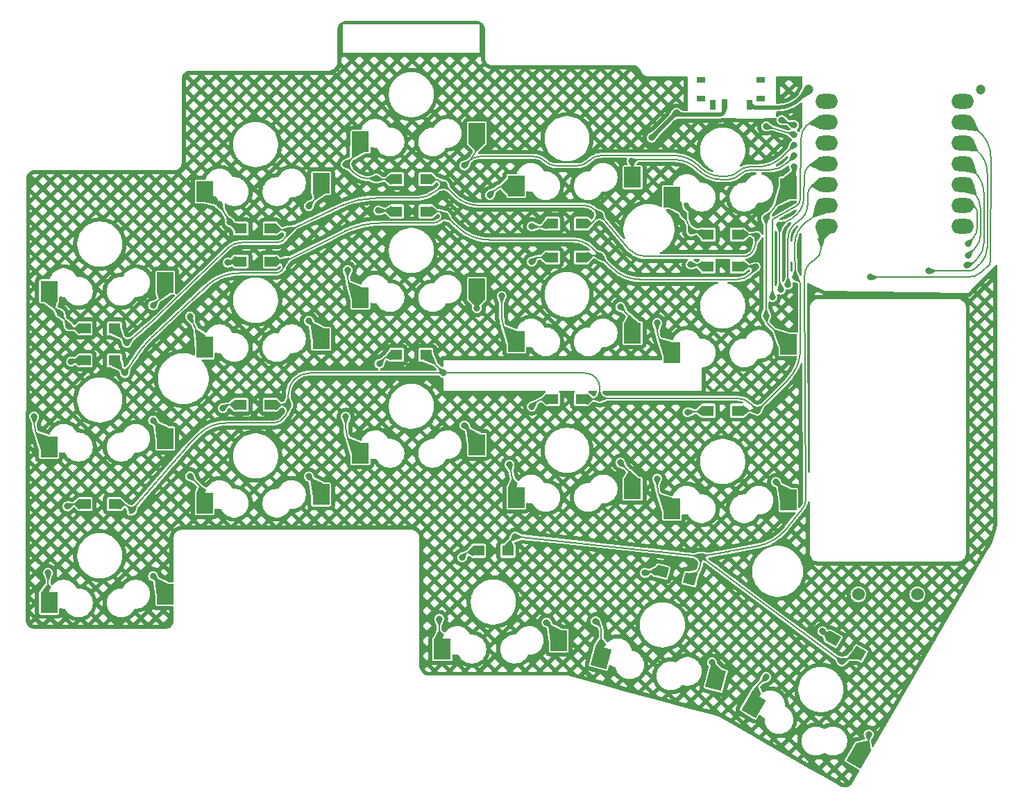
<source format=gtl>
%TF.GenerationSoftware,KiCad,Pcbnew,8.0.5*%
%TF.CreationDate,2025-01-25T20:15:23+02:00*%
%TF.ProjectId,1_3AS,315f3341-532e-46b6-9963-61645f706362,rev?*%
%TF.SameCoordinates,Original*%
%TF.FileFunction,Copper,L1,Top*%
%TF.FilePolarity,Positive*%
%FSLAX46Y46*%
G04 Gerber Fmt 4.6, Leading zero omitted, Abs format (unit mm)*
G04 Created by KiCad (PCBNEW 8.0.5) date 2025-01-25 20:15:23*
%MOMM*%
%LPD*%
G01*
G04 APERTURE LIST*
G04 Aperture macros list*
%AMRotRect*
0 Rectangle, with rotation*
0 The origin of the aperture is its center*
0 $1 length*
0 $2 width*
0 $3 Rotation angle, in degrees counterclockwise*
0 Add horizontal line*
21,1,$1,$2,0,0,$3*%
%AMOutline5P*
0 Free polygon, 5 corners , with rotation*
0 The origin of the aperture is its center*
0 number of corners: always 5*
0 $1 to $10 corner X, Y*
0 $11 Rotation angle, in degrees counterclockwise*
0 create outline with 5 corners*
4,1,5,$1,$2,$3,$4,$5,$6,$7,$8,$9,$10,$1,$2,$11*%
%AMOutline6P*
0 Free polygon, 6 corners , with rotation*
0 The origin of the aperture is its center*
0 number of corners: always 6*
0 $1 to $12 corner X, Y*
0 $13 Rotation angle, in degrees counterclockwise*
0 create outline with 6 corners*
4,1,6,$1,$2,$3,$4,$5,$6,$7,$8,$9,$10,$11,$12,$1,$2,$13*%
%AMOutline7P*
0 Free polygon, 7 corners , with rotation*
0 The origin of the aperture is its center*
0 number of corners: always 7*
0 $1 to $14 corner X, Y*
0 $15 Rotation angle, in degrees counterclockwise*
0 create outline with 7 corners*
4,1,7,$1,$2,$3,$4,$5,$6,$7,$8,$9,$10,$11,$12,$13,$14,$1,$2,$15*%
%AMOutline8P*
0 Free polygon, 8 corners , with rotation*
0 The origin of the aperture is its center*
0 number of corners: always 8*
0 $1 to $16 corner X, Y*
0 $17 Rotation angle, in degrees counterclockwise*
0 create outline with 8 corners*
4,1,8,$1,$2,$3,$4,$5,$6,$7,$8,$9,$10,$11,$12,$13,$14,$15,$16,$1,$2,$17*%
G04 Aperture macros list end*
%TA.AperFunction,SMDPad,CuDef*%
%ADD10RotRect,2.000000X2.500000X330.000000*%
%TD*%
%TA.AperFunction,SMDPad,CuDef*%
%ADD11R,2.000000X2.500000*%
%TD*%
%TA.AperFunction,SMDPad,CuDef*%
%ADD12RotRect,2.000000X2.500000X345.000000*%
%TD*%
%TA.AperFunction,ComponentPad*%
%ADD13C,1.524000*%
%TD*%
%TA.AperFunction,SMDPad,CuDef*%
%ADD14RotRect,1.425000X1.300000X165.000000*%
%TD*%
%TA.AperFunction,SMDPad,CuDef*%
%ADD15R,1.425000X1.300000*%
%TD*%
%TA.AperFunction,SMDPad,CuDef*%
%ADD16RotRect,1.425000X1.300000X150.000000*%
%TD*%
%TA.AperFunction,SMDPad,CuDef*%
%ADD17O,2.750000X1.800000*%
%TD*%
%TA.AperFunction,ComponentPad*%
%ADD18C,1.200000*%
%TD*%
%TA.AperFunction,SMDPad,CuDef*%
%ADD19R,1.000000X0.800000*%
%TD*%
%TA.AperFunction,SMDPad,CuDef*%
%ADD20R,0.700000X1.280000*%
%TD*%
%TA.AperFunction,SMDPad,CuDef*%
%ADD21Outline5P,-0.350000X0.640000X0.350000X0.640000X0.350000X-0.360000X0.070000X-0.640000X-0.350000X-0.640000X0.000000*%
%TD*%
%TA.AperFunction,ViaPad*%
%ADD22C,0.800000*%
%TD*%
%TA.AperFunction,Conductor*%
%ADD23C,0.200000*%
%TD*%
%TA.AperFunction,Conductor*%
%ADD24C,0.500000*%
%TD*%
%TA.AperFunction,Conductor*%
%ADD25C,0.400000*%
%TD*%
G04 APERTURE END LIST*
D10*
X183232906Y-132298819D03*
X196055467Y-138489492D03*
D11*
X116300000Y-88690970D03*
X130500000Y-87640970D03*
D12*
X164658126Y-126472581D03*
X178646033Y-129133590D03*
D11*
X97300000Y-81840970D03*
X111500000Y-80790970D03*
X154300000Y-68990970D03*
X168500000Y-67940970D03*
X116300000Y-107690970D03*
X130500000Y-106640970D03*
X173300000Y-89365970D03*
X187500000Y-88315970D03*
X173300000Y-70365970D03*
X187500000Y-69315970D03*
X154300000Y-106990970D03*
X168500000Y-105940970D03*
X154300000Y-87990970D03*
X168500000Y-86940970D03*
D13*
X196044000Y-118806000D03*
X203244000Y-118806000D03*
D11*
X116300000Y-69690970D03*
X130500000Y-68640970D03*
X173300000Y-108365970D03*
X187500000Y-107315970D03*
X97300000Y-100840970D03*
X111500000Y-99790970D03*
X135300000Y-63615970D03*
X149500000Y-62565970D03*
X145300000Y-125490700D03*
X159500000Y-124440700D03*
X135300000Y-101615970D03*
X149500000Y-100565970D03*
X97300000Y-119840970D03*
X111500000Y-118790970D03*
X135300000Y-82615970D03*
X149500000Y-81565970D03*
D14*
X175526592Y-116962639D03*
X172073408Y-116037361D03*
D15*
X181287500Y-96400000D03*
X177712500Y-96400000D03*
D16*
X196073739Y-126021799D03*
X192977699Y-124234299D03*
D15*
X153287500Y-113500000D03*
X149712500Y-113500000D03*
X105287500Y-86400000D03*
X101712500Y-86400000D03*
X105287500Y-90297000D03*
X101712500Y-90297000D03*
X162287500Y-95000000D03*
X158712500Y-95000000D03*
X181287500Y-74900000D03*
X177712500Y-74900000D03*
X181287500Y-78800000D03*
X177712500Y-78800000D03*
X143287500Y-68200000D03*
X139712500Y-68200000D03*
X143287500Y-72100000D03*
X139712500Y-72100000D03*
D17*
X208794960Y-58696046D03*
X208794960Y-61236046D03*
X208794960Y-63776046D03*
X208794960Y-66316046D03*
X208794960Y-68856046D03*
X208794960Y-71396046D03*
X208794960Y-73936046D03*
X192205040Y-73936046D03*
X192205040Y-71396046D03*
X192205040Y-68856046D03*
X192205040Y-66316046D03*
X192205040Y-63776046D03*
X192205040Y-61236046D03*
X192205040Y-58696046D03*
D18*
X190000000Y-57216046D03*
X211000000Y-57216046D03*
D15*
X162287500Y-73600000D03*
X158712500Y-73600000D03*
X124287500Y-74200000D03*
X120712500Y-74200000D03*
X143287500Y-89600000D03*
X139712500Y-89600000D03*
X162287500Y-77700000D03*
X158712500Y-77700000D03*
D19*
X184150000Y-58300970D03*
X184150000Y-56080970D03*
X176850000Y-58300970D03*
X176850000Y-56080970D03*
D20*
X182750000Y-59060970D03*
D21*
X179750000Y-59060970D03*
D20*
X178250000Y-59060970D03*
D15*
X124287500Y-78200000D03*
X120712500Y-78200000D03*
X124287500Y-95700000D03*
X120712500Y-95700000D03*
X105287500Y-107800000D03*
X101712500Y-107800000D03*
D22*
X183700000Y-75100000D03*
X126600000Y-74400000D03*
X145500000Y-68865970D03*
X106807000Y-88138000D03*
X186436000Y-73787000D03*
X164500000Y-72500000D03*
X186563000Y-81661000D03*
X98679000Y-84582000D03*
X99700000Y-86100000D03*
X118110000Y-71247000D03*
X119380000Y-73406000D03*
X133500000Y-66365970D03*
X137200000Y-68100000D03*
X151100000Y-70100000D03*
X156210000Y-73927175D03*
X174752000Y-72390000D03*
X175641000Y-74549000D03*
X106553000Y-91821000D03*
X187452000Y-81026000D03*
X145669000Y-72644000D03*
X183491860Y-78867000D03*
X126000000Y-78200000D03*
X164600000Y-77590970D03*
X95500000Y-97100000D03*
X100000000Y-90400000D03*
X119126000Y-78359000D03*
X114500000Y-84900000D03*
X137500000Y-72000000D03*
X133731000Y-79248000D03*
X156210000Y-78232000D03*
X152525450Y-82423000D03*
X175600000Y-78600000D03*
X171500000Y-85700000D03*
X188341000Y-80137000D03*
X126500000Y-95700000D03*
X183700000Y-96400000D03*
X145415000Y-91821000D03*
X107442000Y-108585000D03*
X164500000Y-94900000D03*
X99568000Y-108077000D03*
X97200000Y-116200000D03*
X114500000Y-104400000D03*
X118500000Y-96100000D03*
X133500000Y-97155000D03*
X137600000Y-90700000D03*
X153500000Y-103000000D03*
X156200000Y-95900000D03*
X171500000Y-104700000D03*
X175200000Y-96600000D03*
X176805500Y-114194500D03*
X194000000Y-127000000D03*
X154178000Y-111760000D03*
X191516000Y-75565000D03*
X144900000Y-121800000D03*
X147700000Y-114300000D03*
X170000000Y-116200000D03*
X164000000Y-122100000D03*
X191643000Y-123317000D03*
X184800000Y-128900000D03*
X110000000Y-116590970D03*
X186690000Y-60960000D03*
X110000000Y-83590970D03*
X197485000Y-80137000D03*
X110000000Y-97590970D03*
X188214000Y-61595000D03*
X188214000Y-62738000D03*
X184785000Y-61722000D03*
X204597000Y-79375000D03*
X129000000Y-71440970D03*
X129000000Y-85440970D03*
X129000000Y-104440970D03*
X148000000Y-98200000D03*
X158000000Y-122240700D03*
X149500000Y-83900000D03*
X148000000Y-66500000D03*
X188214000Y-64008000D03*
X209296000Y-78670000D03*
X167000000Y-83740970D03*
X168402000Y-65978000D03*
X178172155Y-127115970D03*
X167000000Y-102740970D03*
X209423000Y-77470000D03*
X188214000Y-65304050D03*
X184785000Y-84836000D03*
X197300000Y-135900000D03*
X188214000Y-66675000D03*
X186000000Y-105115970D03*
X184785000Y-72898000D03*
X209423000Y-76073000D03*
X185547000Y-82550000D03*
X173863000Y-60071000D03*
X170815000Y-63119000D03*
D23*
X183700000Y-75100000D02*
X183650000Y-75100000D01*
X145167015Y-68532985D02*
X145500000Y-68865970D01*
X126600000Y-74400000D02*
X126258578Y-74200000D01*
X106807000Y-88138000D02*
X108013500Y-87122000D01*
X120865127Y-75900000D02*
X125072352Y-75900000D01*
X182017902Y-77600000D02*
X170132129Y-77600000D01*
X119170240Y-76526608D02*
X110387112Y-85044988D01*
X168049526Y-76695967D02*
X167911191Y-76547983D01*
X145500000Y-68865970D02*
X146754015Y-70119985D01*
X183742731Y-75174038D02*
X183752693Y-75184000D01*
X137188655Y-70485000D02*
X142085370Y-70485000D01*
X163251906Y-73748093D02*
X164500000Y-72500000D01*
X106807000Y-88138000D02*
X105287500Y-86400000D01*
X186563000Y-81661000D02*
X186499500Y-81280000D01*
X183500000Y-75000000D02*
X183564644Y-75064644D01*
X126600000Y-74400000D02*
X132781741Y-71474992D01*
X144363118Y-68200000D02*
X143287500Y-68200000D01*
X187896500Y-72961500D02*
X186436000Y-73787000D01*
X126600000Y-74400000D02*
X126249983Y-75150036D01*
X145500000Y-68865970D02*
X145432985Y-68932985D01*
X145426503Y-68885167D02*
X144404751Y-69685083D01*
X164500000Y-72500000D02*
X163937000Y-71937000D01*
X183258578Y-74900000D02*
X181287500Y-74900000D01*
X183700000Y-75100000D02*
X183700000Y-75150000D01*
X186436000Y-73787000D02*
X186436000Y-80512744D01*
X126600000Y-74400000D02*
X124287500Y-74200000D01*
X164500000Y-72500000D02*
X167642637Y-76244827D01*
X145500000Y-68865970D02*
X145472850Y-68865970D01*
X189398326Y-70458858D02*
X189465000Y-67753082D01*
X162577797Y-71374000D02*
X149781475Y-71374000D01*
X183682714Y-75246917D02*
X183420885Y-76312095D01*
X183289946Y-76713010D02*
X183338613Y-76580908D01*
X167642637Y-76244827D02*
G75*
G03*
X167911191Y-76547983I5795663J4863627D01*
G01*
X163251906Y-73748093D02*
G75*
G02*
X162643750Y-74000024I-608206J608193D01*
G01*
X149781475Y-71374000D02*
G75*
G02*
X146754022Y-70119978I25J4281500D01*
G01*
X187896500Y-72961500D02*
G75*
G03*
X189398325Y-70458858I-1455700J2575500D01*
G01*
X183650000Y-75100000D02*
G75*
G02*
X183564646Y-75064642I0J120700D01*
G01*
X183742731Y-75174038D02*
G75*
G02*
X183699959Y-75150000I-14631J24038D01*
G01*
X125072352Y-75900000D02*
G75*
G03*
X126249986Y-75150037I48J1299500D01*
G01*
X145167015Y-68532985D02*
G75*
G03*
X144363118Y-68199993I-803915J-803915D01*
G01*
X137188655Y-70485000D02*
G75*
G03*
X132781749Y-71475010I45J-10303600D01*
G01*
X142085370Y-70485000D02*
G75*
G03*
X144404761Y-69685095I30J3762500D01*
G01*
X168049526Y-76695967D02*
G75*
G03*
X170132129Y-77599992I2082574J1946767D01*
G01*
X119170240Y-76526608D02*
G75*
G02*
X119951504Y-76050012I1444760J-1489692D01*
G01*
X183682714Y-75246917D02*
G75*
G03*
X183699996Y-75150000I-263114J96917D01*
G01*
X186436000Y-80512744D02*
G75*
G03*
X186499508Y-81279999I4667000J44D01*
G01*
X108013500Y-87122000D02*
G75*
G03*
X110387111Y-85044986I-53579300J63625200D01*
G01*
X183500000Y-75000000D02*
G75*
G03*
X183258578Y-74900009I-241400J-241400D01*
G01*
X189944477Y-66595523D02*
G75*
G03*
X189464977Y-67753082I1157523J-1157577D01*
G01*
X120865127Y-75900000D02*
G75*
G03*
X119951499Y-76049996I-27J-2857300D01*
G01*
X183420885Y-76312095D02*
G75*
G02*
X183338612Y-76580908I-2439685J599695D01*
G01*
X145426503Y-68885167D02*
G75*
G02*
X145472850Y-68866001I46297J-46333D01*
G01*
X182017902Y-77600000D02*
G75*
G03*
X183289930Y-76713004I-2J1355600D01*
G01*
X183682714Y-75246917D02*
G75*
G02*
X183742722Y-75174023I134386J-49483D01*
G01*
X191102036Y-66116046D02*
G75*
G03*
X189944455Y-66595501I-36J-1637054D01*
G01*
X126258578Y-74200000D02*
G75*
G02*
X126500006Y-74299994I22J-341400D01*
G01*
X162577797Y-71374000D02*
G75*
G02*
X163937001Y-71936999I3J-1922200D01*
G01*
X98854553Y-84784545D02*
X99700000Y-86100000D01*
X99700000Y-86100000D02*
X99850000Y-86250000D01*
X97781550Y-83684550D02*
X98679000Y-84582000D01*
X98679000Y-84582000D02*
X98742500Y-84645500D01*
X100212132Y-86400000D02*
X101912500Y-86400000D01*
X98854553Y-84784545D02*
G75*
G03*
X98742500Y-84645500I-702753J-451655D01*
G01*
X99850000Y-86250000D02*
G75*
G03*
X100212132Y-86399987I362100J362100D01*
G01*
X97781550Y-83684550D02*
G75*
G02*
X97300006Y-82521985I1162550J1162550D01*
G01*
X117856030Y-71247000D02*
X118110000Y-71247000D01*
X120712500Y-74200000D02*
X120174000Y-74200000D01*
X116300000Y-69690970D02*
X117856030Y-71247000D01*
X119380000Y-73406000D02*
X118110000Y-71247000D01*
X120174000Y-74200000D02*
X119380000Y-73406000D01*
X137370710Y-68200000D02*
X139712500Y-68200000D01*
X133500000Y-66365970D02*
X135300000Y-64565970D01*
X137200000Y-68100000D02*
X137250000Y-68150000D01*
X136217015Y-68100000D02*
X137200000Y-68100000D01*
X133500000Y-66365970D02*
X134538954Y-67404924D01*
X136217015Y-68100000D02*
G75*
G02*
X134538954Y-67404924I-15J2373100D01*
G01*
X137370710Y-68200000D02*
G75*
G02*
X137249997Y-68150003I-10J170700D01*
G01*
X156985765Y-74000000D02*
X158659375Y-74000000D01*
X151100000Y-70100000D02*
X151654515Y-69545485D01*
X156261679Y-73957448D02*
X156373709Y-73957448D01*
X152993232Y-68990970D02*
X154300000Y-68990970D01*
X156225136Y-73942311D02*
X156210000Y-73927175D01*
X152993232Y-68990970D02*
G75*
G03*
X151654499Y-69545469I-32J-1893230D01*
G01*
X156985765Y-74000000D02*
G75*
G02*
X156373709Y-73957446I20035J4711000D01*
G01*
X156225136Y-73942311D02*
G75*
G03*
X156261679Y-73957472I36564J36511D01*
G01*
X175641000Y-74549000D02*
X177663500Y-74549000D01*
X175420500Y-74024500D02*
X175641000Y-74549000D01*
X174752000Y-72390000D02*
X173300000Y-70938000D01*
X174752000Y-72390000D02*
X174987053Y-72972387D01*
X175420500Y-74024500D02*
G75*
G02*
X174987053Y-72972387I73058000J30713600D01*
G01*
X126000000Y-78200000D02*
X126000000Y-78589000D01*
X147256500Y-74104500D02*
X145669000Y-72644000D01*
X133311900Y-74562754D02*
X126000000Y-78200000D01*
X145397000Y-72372000D02*
X145669000Y-72644000D01*
X183252512Y-79347487D02*
X182849999Y-79749999D01*
X120498960Y-79629000D02*
X124888673Y-79629000D01*
X164600000Y-77590970D02*
X166004515Y-78995485D01*
X164444704Y-77500000D02*
X162287500Y-77500000D01*
X183500000Y-78750000D02*
X183491860Y-78867000D01*
X125724935Y-79253064D02*
X125674499Y-79303499D01*
X145161000Y-73088500D02*
X145669000Y-72644000D01*
X144740333Y-72100000D02*
X143287500Y-72100000D01*
X126000000Y-78200000D02*
X124287500Y-78200000D01*
X189837822Y-71345515D02*
X189865000Y-70043845D01*
X164600000Y-77590970D02*
X163604515Y-76595485D01*
X190931954Y-68656046D02*
X191185954Y-68656046D01*
X190271477Y-69062523D02*
X190498348Y-68835651D01*
X187452000Y-81026000D02*
X187452000Y-75435110D01*
X107548648Y-90327527D02*
X106553000Y-91821000D01*
X164554515Y-77545485D02*
X164600000Y-77590970D01*
X183295930Y-78833500D02*
X183491860Y-78867000D01*
X143977985Y-73533000D02*
X137694078Y-73533000D01*
X116580281Y-81169048D02*
X109917635Y-87362493D01*
X169395314Y-80400000D02*
X181280761Y-80400000D01*
X161201201Y-75600000D02*
X151001122Y-75571109D01*
X182901226Y-78800000D02*
X181287500Y-78800000D01*
X106553000Y-91821000D02*
X105287500Y-90297000D01*
X164600000Y-77590970D02*
X164487031Y-77590970D01*
X133311900Y-74562754D02*
G75*
G02*
X137694078Y-73532992I4382200J-8809446D01*
G01*
X188658499Y-73342499D02*
G75*
G03*
X187452002Y-75435110I1211501J-2092601D01*
G01*
X164554515Y-77545485D02*
G75*
G03*
X164444704Y-77499998I-109815J-109815D01*
G01*
X190498348Y-68835651D02*
G75*
G02*
X190931954Y-68656067I433552J-433549D01*
G01*
X166004515Y-78995485D02*
G75*
G03*
X169395314Y-80399994I3390785J3390785D01*
G01*
X161201201Y-75600000D02*
G75*
G02*
X163604515Y-76595485I-1J-3398800D01*
G01*
X189865000Y-70043845D02*
G75*
G02*
X190271454Y-69062500I1387800J45D01*
G01*
X182849999Y-79749999D02*
G75*
G02*
X181280761Y-80399983I-1569199J1569199D01*
G01*
X120498960Y-79629000D02*
G75*
G03*
X116580299Y-81169067I40J-5755600D01*
G01*
X108648500Y-88773000D02*
G75*
G03*
X107548647Y-90327526I27453000J-20589800D01*
G01*
X182901226Y-78800000D02*
G75*
G02*
X183295929Y-78833504I-26J-2342000D01*
G01*
X125674499Y-79303499D02*
G75*
G02*
X124888673Y-79628988I-785799J785799D01*
G01*
X125724935Y-79253064D02*
G75*
G03*
X126000008Y-78589000I-664035J664064D01*
G01*
X145397000Y-72372000D02*
G75*
G03*
X144740333Y-72099986I-656700J-656700D01*
G01*
X188658499Y-73342499D02*
G75*
G03*
X189837868Y-71345516I-1184699J2046399D01*
G01*
X183252512Y-79347487D02*
G75*
G03*
X183499992Y-78750000I-597512J597487D01*
G01*
X143977985Y-73533000D02*
G75*
G03*
X145161004Y-73088504I15J1796500D01*
G01*
X147256500Y-74104500D02*
G75*
G03*
X151001122Y-75571152I3760400J4087300D01*
G01*
X108648500Y-88773000D02*
G75*
G02*
X109917640Y-87362498I8520900J-6390700D01*
G01*
X100175831Y-90297000D02*
X101844500Y-90297000D01*
X95500000Y-98070485D02*
X95500000Y-97100000D01*
X96186236Y-99727206D02*
X97300000Y-100840970D01*
X100000000Y-90400000D02*
X100051500Y-90348500D01*
X95500000Y-98070485D02*
G75*
G03*
X96186241Y-99727201I2342900J-15D01*
G01*
X100051500Y-90348500D02*
G75*
G02*
X100175831Y-90297013I124300J-124300D01*
G01*
X119397429Y-78200000D02*
X120712500Y-78200000D01*
X114500000Y-84900000D02*
X116000000Y-88178837D01*
X119126000Y-78359000D02*
X119205500Y-78279500D01*
X119205500Y-78279500D02*
G75*
G02*
X119397429Y-78200012I191900J-191900D01*
G01*
X137500000Y-72000000D02*
X139712500Y-72000000D01*
X133731000Y-80147485D02*
X133731000Y-79248000D01*
X134367031Y-81683001D02*
X135300000Y-82615970D01*
X133731000Y-80147485D02*
G75*
G03*
X134367034Y-81682998I2171500J-15D01*
G01*
X152525450Y-82423000D02*
X152525450Y-84961623D01*
X156476000Y-77966000D02*
X156210000Y-78232000D01*
X157118180Y-77700000D02*
X158712500Y-77700000D01*
X152525450Y-84961623D02*
G75*
G03*
X153412736Y-87103684I3029350J23D01*
G01*
X157118180Y-77700000D02*
G75*
G03*
X156476006Y-77966006I20J-908200D01*
G01*
X172159720Y-88225690D02*
X173300000Y-89365970D01*
X175600000Y-78600000D02*
X177712500Y-78800000D01*
X171500000Y-85700000D02*
X171500000Y-86632985D01*
X175600000Y-78600000D02*
X175941421Y-78800000D01*
X175600000Y-78600000D02*
X175700000Y-78700000D01*
X175941421Y-78800000D02*
G75*
G02*
X175699994Y-78700006I-21J341400D01*
G01*
X171500000Y-86632985D02*
G75*
G03*
X172159718Y-88225692I2252400J-15D01*
G01*
X181274085Y-94900000D02*
X164500000Y-94900000D01*
X126500000Y-96106000D02*
X126500000Y-95700000D01*
X188976000Y-88870036D02*
X188976000Y-81051598D01*
X106101921Y-107800000D02*
X105287500Y-107800000D01*
X126500000Y-95700000D02*
X124287500Y-95700000D01*
X114244790Y-100656071D02*
X107442000Y-108585000D01*
X145381942Y-91694442D02*
X143287500Y-89600000D01*
X183700000Y-96400000D02*
X187382207Y-92717792D01*
X183700000Y-96400000D02*
X181287500Y-96400000D01*
X190899351Y-72506998D02*
X189763476Y-73317022D01*
X164450000Y-94950000D02*
X164500000Y-94900000D01*
X164500000Y-93615169D02*
X164500000Y-94900000D01*
X107124500Y-108902500D02*
X107442000Y-108585000D01*
X183700000Y-96400000D02*
X183000000Y-95650000D01*
X107049500Y-108192500D02*
X107442000Y-108585000D01*
X129087973Y-91821000D02*
X162705830Y-91821000D01*
X164329289Y-95000000D02*
X162287500Y-95000000D01*
X126500000Y-94408973D02*
X126500000Y-95700000D01*
X145415000Y-91774250D02*
X145415000Y-91821000D01*
X126260869Y-96840104D02*
X125988000Y-97214500D01*
X114255656Y-100628343D02*
X115608500Y-99275500D01*
X188256281Y-76324646D02*
X188341000Y-80137000D01*
X188658500Y-80391000D02*
X188341000Y-80137000D01*
X118888209Y-97917000D02*
X124606718Y-97917000D01*
X126500000Y-96106000D02*
G75*
G02*
X126260873Y-96840107I-1246400J0D01*
G01*
X107049500Y-108192500D02*
G75*
G03*
X106101921Y-107799991I-947600J-947600D01*
G01*
X126500000Y-94408973D02*
G75*
G02*
X127258008Y-92579008I2588000J-27D01*
G01*
X145381942Y-91694442D02*
G75*
G02*
X145415025Y-91774250I-79842J-79858D01*
G01*
X191312954Y-71704046D02*
G75*
G02*
X190899340Y-72506982I-986254J46D01*
G01*
X183000000Y-95650000D02*
G75*
G03*
X181274085Y-94900025I-1725900J-1610900D01*
G01*
X114244790Y-100656071D02*
G75*
G03*
X114250002Y-100642000I-16390J14071D01*
G01*
X129087973Y-91821000D02*
G75*
G03*
X127258008Y-92579008I27J-2588000D01*
G01*
X188976000Y-88870036D02*
G75*
G02*
X187382200Y-92717785I-5441600J36D01*
G01*
X188658500Y-80391000D02*
G75*
G02*
X188975993Y-81051598I-528500J-660600D01*
G01*
X164450000Y-94950000D02*
G75*
G02*
X164329289Y-94999996I-120700J120700D01*
G01*
X164500000Y-93615169D02*
G75*
G03*
X163974491Y-92346509I-1794200J-31D01*
G01*
X188256281Y-76324646D02*
G75*
G02*
X189763505Y-73317062I3595019J79846D01*
G01*
X162705830Y-91821000D02*
G75*
G02*
X163974491Y-92346509I-30J-1794200D01*
G01*
X118888209Y-97917000D02*
G75*
G03*
X115608497Y-99275497I-9J-4638200D01*
G01*
X125988000Y-97214500D02*
G75*
G02*
X124606718Y-97917020I-1381300J1006700D01*
G01*
X114250000Y-100642000D02*
G75*
G02*
X114255659Y-100628346I19300J0D01*
G01*
X97200000Y-116200000D02*
X97200000Y-119740970D01*
X99568000Y-108077000D02*
X99706500Y-107938500D01*
X100040868Y-107800000D02*
X101712500Y-107800000D01*
X100040868Y-107800000D02*
G75*
G03*
X99706509Y-107938509I32J-472900D01*
G01*
X118500000Y-96100000D02*
X118700000Y-95900000D01*
X115722862Y-105622862D02*
X114500000Y-104400000D01*
X119182842Y-95700000D02*
X120712500Y-95700000D01*
X118700000Y-95900000D02*
G75*
G02*
X119182842Y-95700018I482800J-482800D01*
G01*
X115722862Y-105622862D02*
G75*
G02*
X116249999Y-106895485I-1272662J-1272638D01*
G01*
X137600000Y-90700000D02*
X138342027Y-89957972D01*
X133500000Y-98543177D02*
X133500000Y-97155000D01*
X133500000Y-98543177D02*
G75*
G03*
X134399987Y-100715983I3072800J-23D01*
G01*
X138342027Y-89957972D02*
G75*
G02*
X139206250Y-89600036I864173J-864228D01*
G01*
X153500000Y-103000000D02*
X154300000Y-106990970D01*
X156650000Y-95450000D02*
X156200000Y-95900000D01*
X157736396Y-95000000D02*
X158712500Y-95000000D01*
X157736396Y-95000000D02*
G75*
G03*
X156650001Y-95450001I4J-1536400D01*
G01*
X172159720Y-107225690D02*
X173300000Y-108365970D01*
X171500000Y-105632985D02*
X171500000Y-104700000D01*
X175300000Y-96500000D02*
X175200000Y-96600000D01*
X175541421Y-96400000D02*
X175200000Y-96600000D01*
X175200000Y-96600000D02*
X177712500Y-96400000D01*
X171500000Y-105632985D02*
G75*
G03*
X172159718Y-107225692I2252400J-15D01*
G01*
X175300000Y-96500000D02*
G75*
G02*
X175541421Y-96400009I241400J-241400D01*
G01*
X176278977Y-116210253D02*
X175526592Y-116962639D01*
X191516000Y-76567975D02*
X191516000Y-75565000D01*
X183698327Y-112934902D02*
X180200770Y-113582598D01*
X153587843Y-112350156D02*
X154178000Y-111760000D01*
X187328046Y-110738240D02*
X189171683Y-108389316D01*
X176805500Y-114939115D02*
X176805500Y-114194500D01*
X177937750Y-113993250D02*
X176805500Y-114194500D01*
X154178000Y-111760000D02*
X171627721Y-113608977D01*
X196073739Y-126021799D02*
X194000000Y-127000000D01*
X189611000Y-107328711D02*
X189489206Y-79912134D01*
X191516000Y-75565000D02*
X191730040Y-73936046D01*
X190646634Y-78071113D02*
X190500000Y-78155475D01*
X194000000Y-127000000D02*
X176805500Y-114194500D01*
X175080250Y-113993250D02*
X176805500Y-114194500D01*
X153587843Y-112350156D02*
G75*
G03*
X153287524Y-113075250I725057J-725044D01*
G01*
X175080250Y-113993250D02*
G75*
G03*
X171627721Y-113608977I-38114850J-326743950D01*
G01*
X187328046Y-110738240D02*
G75*
G02*
X183698320Y-112934863I-4722946J3707040D01*
G01*
X189611000Y-107328711D02*
G75*
G02*
X189171673Y-108389306I-1499900J11D01*
G01*
X177937750Y-113993250D02*
G75*
G03*
X180200770Y-113582598I-55898550J314486450D01*
G01*
X176805500Y-114939115D02*
G75*
G02*
X176278978Y-116210254I-1797700J15D01*
G01*
X190500000Y-78155475D02*
G75*
G03*
X189489193Y-79912134I1005500J-1747725D01*
G01*
X190646634Y-78071113D02*
G75*
G03*
X191515953Y-76567975I-864834J1503113D01*
G01*
X148100000Y-113900000D02*
X147700000Y-114300000D01*
X144900000Y-121800000D02*
X144900000Y-124574152D01*
X149065685Y-113500000D02*
X149712500Y-113500000D01*
X149065685Y-113500000D02*
G75*
G03*
X148100004Y-113900004I15J-1365700D01*
G01*
X170277642Y-116037361D02*
X172073408Y-116037361D01*
X170000000Y-116200000D02*
X170081319Y-116118680D01*
X164658126Y-123223491D02*
X164658126Y-126472581D01*
X164329063Y-122429063D02*
X164000000Y-122100000D01*
X170277642Y-116037361D02*
G75*
G03*
X170081299Y-116118660I-42J-277639D01*
G01*
X164329063Y-122429063D02*
G75*
G02*
X164658122Y-123223491I-794463J-794437D01*
G01*
X191643000Y-123317000D02*
X192977699Y-124234299D01*
X184800000Y-128900000D02*
X183880518Y-129819481D01*
X183880518Y-129819481D02*
G75*
G03*
X183232876Y-131382956I1563482J-1563519D01*
G01*
X209320098Y-80137000D02*
X197485000Y-80137000D01*
X210641452Y-62268023D02*
X209069960Y-61036046D01*
X188214000Y-61595000D02*
X187896500Y-61468000D01*
X187264691Y-61206296D02*
X186690000Y-60960000D01*
X111040380Y-82550589D02*
X110000000Y-83590970D01*
X211073999Y-79501999D02*
X212019553Y-78556445D01*
X212166000Y-78202891D02*
X212206569Y-65496826D01*
X110000000Y-116590970D02*
X111252512Y-117843482D01*
X110000000Y-97590970D02*
X111500000Y-99090970D01*
X111040380Y-82550589D02*
G75*
G03*
X111499989Y-81440970I-1109580J1109589D01*
G01*
X209320098Y-80137000D02*
G75*
G03*
X211074003Y-79502004I2J2739700D01*
G01*
X212166000Y-78202891D02*
G75*
G02*
X212019557Y-78556449I-500000J-9D01*
G01*
X210641452Y-62268023D02*
G75*
G02*
X212206566Y-65496826I-2521052J-3215777D01*
G01*
X187264691Y-61206296D02*
G75*
G03*
X187896500Y-61468001I11050109J25783696D01*
G01*
X210912000Y-78521000D02*
X210485000Y-78948000D01*
X211766000Y-67362476D02*
X211766000Y-76459261D01*
X184785000Y-61722000D02*
X188214000Y-62738000D01*
X129000000Y-85440970D02*
X130500000Y-86940970D01*
X129000000Y-104440970D02*
X130500000Y-105940970D01*
X210417980Y-64617523D02*
X209069960Y-63576046D01*
X209454130Y-79375000D02*
X204597000Y-79375000D01*
X130040380Y-70400589D02*
X129000000Y-71440970D01*
X210485000Y-78948000D02*
G75*
G02*
X209454130Y-79375013I-1030900J1030900D01*
G01*
X130040380Y-70400589D02*
G75*
G03*
X130499989Y-69290970I-1109580J1109589D01*
G01*
X210417980Y-64617523D02*
G75*
G02*
X211766005Y-67362476I-2120780J-2744977D01*
G01*
X210912000Y-78521000D02*
G75*
G03*
X211765984Y-76459261I-2061700J2061700D01*
G01*
X188214000Y-64008000D02*
X186843630Y-65378369D01*
X210217980Y-67264066D02*
X209069960Y-66116046D01*
X176820845Y-66781159D02*
X176587686Y-66548000D01*
X156466438Y-65405000D02*
X149869281Y-65405000D01*
X148000000Y-98200000D02*
X148620558Y-98820558D01*
X149500000Y-63939339D02*
X149500000Y-62565970D01*
X158000000Y-122240700D02*
X159252512Y-123493212D01*
X173521634Y-65278000D02*
X164728025Y-65278000D01*
X148547500Y-65952500D02*
X148000000Y-66500000D01*
X148750000Y-65750000D02*
X148000000Y-66500000D01*
X182773972Y-66656000D02*
X183759157Y-66656000D01*
X179968655Y-67818000D02*
X179324000Y-67818000D01*
X159225885Y-66548000D02*
X161661974Y-66548000D01*
X149500000Y-83900000D02*
X149500000Y-81914589D01*
X210556500Y-77860500D02*
X209906452Y-78510547D01*
X211366000Y-70035631D02*
X211366000Y-75906194D01*
X209296000Y-78670000D02*
X209521500Y-78670000D01*
X148547500Y-65952500D02*
G75*
G02*
X149869281Y-65404993I1321800J-1321800D01*
G01*
X209906452Y-78510547D02*
G75*
G02*
X209521500Y-78670001I-384952J384947D01*
G01*
X148620558Y-98820558D02*
G75*
G02*
X149049986Y-99857275I-1036758J-1036742D01*
G01*
X163195000Y-65913000D02*
G75*
G02*
X164728025Y-65278011I1533000J-1533000D01*
G01*
X159225885Y-66548000D02*
G75*
G02*
X157846174Y-65976488I15J1951200D01*
G01*
X182773972Y-66656000D02*
G75*
G03*
X181371340Y-67237026I28J-1983600D01*
G01*
X156466438Y-65405000D02*
G75*
G02*
X157846138Y-65976524I-38J-1951200D01*
G01*
X183759157Y-66656000D02*
G75*
G03*
X186843651Y-65378390I43J4362100D01*
G01*
X176587686Y-66548000D02*
G75*
G03*
X173521634Y-65277990I-3066086J-3066100D01*
G01*
X148750000Y-65750000D02*
G75*
G03*
X149500016Y-63939339I-1810700J1810700D01*
G01*
X176820845Y-66781159D02*
G75*
G03*
X179324000Y-67817999I2503155J2503159D01*
G01*
X163195000Y-65913000D02*
G75*
G02*
X161661974Y-66547989I-1533000J1533000D01*
G01*
X210217980Y-67264066D02*
G75*
G02*
X211365973Y-70035631I-2771580J-2771534D01*
G01*
X210556500Y-77860500D02*
G75*
G03*
X211365998Y-75906194I-1954300J1954300D01*
G01*
X179968655Y-67818000D02*
G75*
G03*
X181371345Y-67237031I45J1983700D01*
G01*
X178172155Y-127115970D02*
X178409094Y-127352909D01*
X210966000Y-74835934D02*
X210966000Y-71892788D01*
X173540316Y-65786000D02*
X168729764Y-65786000D01*
X168500000Y-66145296D02*
X168500000Y-67940970D01*
X185223234Y-67056000D02*
X182939658Y-67056000D01*
X178646033Y-127924930D02*
X178646033Y-129133590D01*
X168451000Y-66027000D02*
X168402000Y-65978000D01*
X167898959Y-84639929D02*
X167000000Y-83740970D01*
X176476000Y-67002000D02*
X176538001Y-67064001D01*
X210194500Y-76698500D02*
X209423000Y-77470000D01*
X179324000Y-68218000D02*
X180134341Y-68218000D01*
X188214000Y-65304050D02*
X187338025Y-66180025D01*
X210017980Y-69604066D02*
X209069960Y-68656046D01*
X168402000Y-65978000D02*
X168498000Y-65882000D01*
X167898959Y-103639929D02*
X167000000Y-102740970D01*
X210966000Y-71892788D02*
G75*
G03*
X210017966Y-69604080I-3236700J-12D01*
G01*
X187338025Y-66180025D02*
G75*
G02*
X185223234Y-67056014I-2114825J2114825D01*
G01*
X179324000Y-68218000D02*
G75*
G02*
X176538000Y-67064002I0J3940000D01*
G01*
X178646033Y-127924930D02*
G75*
G03*
X178409104Y-127352899I-808933J30D01*
G01*
X168729764Y-65786000D02*
G75*
G03*
X168498010Y-65882010I36J-327800D01*
G01*
X180134341Y-68218000D02*
G75*
G03*
X181536988Y-67636988I-41J1983700D01*
G01*
X167898959Y-103639929D02*
G75*
G02*
X168500016Y-105090970I-1451059J-1451071D01*
G01*
X176476000Y-67002000D02*
G75*
G03*
X173540316Y-65785993I-2935700J-2935700D01*
G01*
X168451000Y-66027000D02*
G75*
G02*
X168500001Y-66145296I-118300J-118300D01*
G01*
X181537000Y-67637000D02*
G75*
G02*
X182939658Y-67055953I1402700J-1402600D01*
G01*
X167898959Y-84639929D02*
G75*
G02*
X168500016Y-86090970I-1451059J-1451071D01*
G01*
X210194500Y-76698500D02*
G75*
G03*
X210966014Y-74835934I-1862600J1862600D01*
G01*
X185055457Y-85871427D02*
X187500000Y-88315970D01*
X184785000Y-85218485D02*
X184785000Y-84836000D01*
X210166454Y-71482454D02*
X210223023Y-71539023D01*
X210566000Y-72367042D02*
X210566000Y-73948694D01*
X184785000Y-72898000D02*
X184785000Y-84836000D01*
X197300000Y-136572479D02*
X197300000Y-135900000D01*
X184785000Y-72898000D02*
X187500000Y-69315970D01*
X186000000Y-105115970D02*
X187500000Y-106615970D01*
X209423000Y-76073000D02*
X209994500Y-75438000D01*
X188214000Y-66675000D02*
X188214000Y-68601970D01*
X210566000Y-72367042D02*
G75*
G03*
X210223045Y-71539001I-1171000J42D01*
G01*
X184785000Y-85218485D02*
G75*
G03*
X185055450Y-85871434I923400J-15D01*
G01*
X210166454Y-71482454D02*
G75*
G03*
X209475003Y-71196042I-691454J-691446D01*
G01*
X197300000Y-136572479D02*
G75*
G02*
X196824494Y-137720482I-1623500J-21D01*
G01*
X209994500Y-75438000D02*
G75*
G03*
X210565992Y-73948694I-1654800J1489300D01*
G01*
X185547000Y-73152000D02*
X185547000Y-82550000D01*
X189719570Y-61613429D02*
X189680976Y-61652022D01*
X188443907Y-71494448D02*
X185547000Y-73113341D01*
X189065000Y-63139123D02*
X188983254Y-70469430D01*
X191113497Y-61036046D02*
G75*
G03*
X189719583Y-61613442I3J-1971254D01*
G01*
X188983254Y-70469430D02*
G75*
G02*
X188443935Y-71494487I-1270654J14130D01*
G01*
X189680976Y-61652022D02*
G75*
G03*
X189065022Y-63139123I1487124J-1487078D01*
G01*
D24*
X179132603Y-60325000D02*
X173609000Y-60325000D01*
X179750000Y-59255970D02*
X179750000Y-59479985D01*
X173863000Y-60071000D02*
X170815000Y-63119000D01*
X179664000Y-59887985D02*
X179712348Y-59642300D01*
X179712348Y-59642300D02*
G75*
G03*
X179749991Y-59255970I-1963348J386300D01*
G01*
X179664000Y-59887985D02*
G75*
G02*
X179132603Y-60324994I-531400J104585D01*
G01*
X183361931Y-59436000D02*
X186210301Y-59436000D01*
X188890023Y-58326023D02*
X190000000Y-57216046D01*
D25*
X182957515Y-59268485D02*
X182790000Y-59100970D01*
D24*
X188890023Y-58326023D02*
G75*
G02*
X186210301Y-59436001I-2679723J2679723D01*
G01*
D25*
X183361931Y-59436000D02*
G75*
G02*
X182957506Y-59268494I-31J571900D01*
G01*
%TA.AperFunction,Conductor*%
G36*
X126668432Y-77759544D02*
G01*
X126671194Y-77763130D01*
X126753330Y-77928247D01*
X126753947Y-77937181D01*
X126751702Y-77941115D01*
X126291052Y-78473357D01*
X126283046Y-78477370D01*
X126274548Y-78474547D01*
X126273951Y-78473993D01*
X126002561Y-78203885D01*
X125999115Y-78195621D01*
X125999975Y-77810930D01*
X126003420Y-77802666D01*
X126010906Y-77799283D01*
X126659952Y-77756666D01*
X126668432Y-77759544D01*
G37*
%TD.AperFunction*%
%TA.AperFunction,Conductor*%
G36*
X191710736Y-74790607D02*
G01*
X191718491Y-74795082D01*
X191720508Y-74799164D01*
X191882885Y-75402027D01*
X191881728Y-75410907D01*
X191876089Y-75415870D01*
X191520372Y-75564114D01*
X191511417Y-75564133D01*
X191511368Y-75564113D01*
X191158740Y-75417053D01*
X191152423Y-75410705D01*
X191152444Y-75401751D01*
X191153108Y-75400407D01*
X191516276Y-74772328D01*
X191523382Y-74766884D01*
X191527924Y-74766587D01*
X191710736Y-74790607D01*
G37*
%TD.AperFunction*%
%TA.AperFunction,Conductor*%
G36*
X129367688Y-85292369D02*
G01*
X129374005Y-85298713D01*
X129633426Y-85928732D01*
X129633407Y-85937687D01*
X129630880Y-85941460D01*
X129500490Y-86071850D01*
X129492217Y-86075277D01*
X129487762Y-86074396D01*
X128857743Y-85814975D01*
X128851398Y-85808656D01*
X128851378Y-85799705D01*
X128997437Y-85444772D01*
X129003753Y-85438427D01*
X129358735Y-85292348D01*
X129367688Y-85292369D01*
G37*
%TD.AperFunction*%
%TA.AperFunction,Conductor*%
G36*
X175977165Y-96434806D02*
G01*
X175983960Y-96440637D01*
X175985186Y-96444997D01*
X175999819Y-96628831D01*
X175997060Y-96637350D01*
X175993507Y-96640164D01*
X175364344Y-96963754D01*
X175355420Y-96964490D01*
X175348588Y-96958700D01*
X175348194Y-96957852D01*
X175200879Y-96604577D01*
X175200859Y-96595628D01*
X175348912Y-96240429D01*
X175355257Y-96234113D01*
X175363349Y-96233813D01*
X175977165Y-96434806D01*
G37*
%TD.AperFunction*%
%TA.AperFunction,Conductor*%
G36*
X164967688Y-77442369D02*
G01*
X164974005Y-77448713D01*
X165233426Y-78078732D01*
X165233407Y-78087687D01*
X165230880Y-78091460D01*
X165100490Y-78221850D01*
X165092217Y-78225277D01*
X165087762Y-78224396D01*
X164457743Y-77964975D01*
X164451398Y-77958656D01*
X164451378Y-77949705D01*
X164597437Y-77594772D01*
X164603753Y-77588427D01*
X164958735Y-77442348D01*
X164967688Y-77442369D01*
G37*
%TD.AperFunction*%
%TA.AperFunction,Conductor*%
G36*
X106915822Y-91110639D02*
G01*
X107069165Y-91212868D01*
X107074148Y-91220307D01*
X107074143Y-91224922D01*
X106925363Y-91960181D01*
X106920363Y-91967611D01*
X106911575Y-91969329D01*
X106909444Y-91968681D01*
X106554625Y-91822728D01*
X106550783Y-91820161D01*
X106280135Y-91548184D01*
X106276728Y-91539902D01*
X106280175Y-91531638D01*
X106281872Y-91530240D01*
X106902786Y-91110680D01*
X106911557Y-91108888D01*
X106915822Y-91110639D01*
G37*
%TD.AperFunction*%
%TA.AperFunction,Conductor*%
G36*
X194678500Y-126573079D02*
G01*
X194681187Y-126576722D01*
X194759866Y-126743517D01*
X194760296Y-126752462D01*
X194757970Y-126756348D01*
X194291074Y-127273721D01*
X194282987Y-127277567D01*
X194274549Y-127274568D01*
X194274134Y-127274175D01*
X194002553Y-127003866D01*
X193999107Y-126995600D01*
X193999107Y-126995547D01*
X193999647Y-126756348D01*
X193999974Y-126611161D01*
X194003420Y-126602897D01*
X194011150Y-126599501D01*
X194670082Y-126570026D01*
X194678500Y-126573079D01*
G37*
%TD.AperFunction*%
%TA.AperFunction,Conductor*%
G36*
X158007720Y-94377715D02*
G01*
X158649448Y-94943284D01*
X158703657Y-94991059D01*
X158707598Y-94999100D01*
X158704699Y-95007573D01*
X158703803Y-95008484D01*
X158007700Y-95642981D01*
X157999277Y-95646021D01*
X157992139Y-95643162D01*
X157410488Y-95137223D01*
X157407041Y-95132012D01*
X157348619Y-94952211D01*
X157349321Y-94943284D01*
X157352027Y-94939804D01*
X157992266Y-94377700D01*
X158000743Y-94374818D01*
X158007720Y-94377715D01*
G37*
%TD.AperFunction*%
%TA.AperFunction,Conductor*%
G36*
X175140207Y-72389972D02*
G01*
X175148471Y-72393418D01*
X175151879Y-72401699D01*
X175151878Y-72401793D01*
X175144830Y-73084899D01*
X175141318Y-73093136D01*
X175137588Y-73095596D01*
X174967085Y-73165840D01*
X174958130Y-73165823D01*
X174954310Y-73163250D01*
X174824486Y-73032021D01*
X174477320Y-72681095D01*
X174473939Y-72672805D01*
X174477346Y-72664616D01*
X174748179Y-72392532D01*
X174756442Y-72389087D01*
X175140207Y-72389972D01*
G37*
%TD.AperFunction*%
%TA.AperFunction,Conductor*%
G36*
X154341370Y-111396152D02*
G01*
X154342475Y-111396682D01*
X154971210Y-111740472D01*
X154976824Y-111747447D01*
X154977231Y-111751970D01*
X154957800Y-111935346D01*
X154953520Y-111943212D01*
X154949505Y-111945326D01*
X154341162Y-112126546D01*
X154332255Y-112125624D01*
X154327023Y-112119835D01*
X154178881Y-111764396D01*
X154178863Y-111755442D01*
X154178883Y-111755393D01*
X154326069Y-111402446D01*
X154332415Y-111396131D01*
X154341370Y-111396152D01*
G37*
%TD.AperFunction*%
%TA.AperFunction,Conductor*%
G36*
X209887225Y-75419352D02*
G01*
X210024304Y-75542723D01*
X210028161Y-75550805D01*
X210027519Y-75555288D01*
X209796632Y-76214424D01*
X209790663Y-76221099D01*
X209781722Y-76221598D01*
X209781138Y-76221376D01*
X209426842Y-76075598D01*
X209420495Y-76069281D01*
X209274156Y-75713723D01*
X209274176Y-75704769D01*
X209279968Y-75698697D01*
X209874395Y-75417472D01*
X209883338Y-75417032D01*
X209887225Y-75419352D01*
G37*
%TD.AperFunction*%
%TA.AperFunction,Conductor*%
G36*
X107439245Y-108587725D02*
G01*
X107442686Y-108595992D01*
X107442686Y-108596034D01*
X107442021Y-108972749D01*
X107438580Y-108981016D01*
X107430300Y-108984428D01*
X107429763Y-108984415D01*
X107199726Y-108973425D01*
X107192011Y-108970011D01*
X107056988Y-108834988D01*
X107053574Y-108827273D01*
X107042584Y-108597234D01*
X107045612Y-108588809D01*
X107053713Y-108584991D01*
X107054232Y-108584978D01*
X107430966Y-108584313D01*
X107439245Y-108587725D01*
G37*
%TD.AperFunction*%
%TA.AperFunction,Conductor*%
G36*
X177174676Y-114045287D02*
G01*
X177180222Y-114050092D01*
X177497085Y-114581138D01*
X177498382Y-114589998D01*
X177496422Y-114594121D01*
X177386301Y-114741985D01*
X177378611Y-114746574D01*
X177374051Y-114746341D01*
X176665518Y-114567358D01*
X176658337Y-114562009D01*
X176657040Y-114553148D01*
X176657561Y-114551571D01*
X176802842Y-114198413D01*
X176809156Y-114192067D01*
X177165722Y-114045268D01*
X177174676Y-114045287D01*
G37*
%TD.AperFunction*%
%TA.AperFunction,Conductor*%
G36*
X179757639Y-59071228D02*
G01*
X179761333Y-59074405D01*
X179762457Y-59075881D01*
X180053896Y-59458687D01*
X180056181Y-59467345D01*
X180055783Y-59469172D01*
X179882861Y-60038988D01*
X179877179Y-60045909D01*
X179868267Y-60046786D01*
X179866854Y-60046255D01*
X179428962Y-59848737D01*
X179422830Y-59842212D01*
X179422221Y-59839924D01*
X179400631Y-59704918D01*
X179401917Y-59697462D01*
X179741760Y-59075880D01*
X179748736Y-59070266D01*
X179757639Y-59071228D01*
G37*
%TD.AperFunction*%
%TA.AperFunction,Conductor*%
G36*
X174264233Y-71756572D02*
G01*
X174832944Y-71990747D01*
X174894256Y-72015994D01*
X174900601Y-72022313D01*
X174900621Y-72031265D01*
X174754563Y-72386195D01*
X174748245Y-72392542D01*
X174748195Y-72392563D01*
X174393265Y-72538621D01*
X174384311Y-72538600D01*
X174377994Y-72532256D01*
X174317851Y-72386195D01*
X174118573Y-71902235D01*
X174118592Y-71893282D01*
X174121116Y-71889512D01*
X174251510Y-71759118D01*
X174259782Y-71755692D01*
X174264233Y-71756572D01*
G37*
%TD.AperFunction*%
%TA.AperFunction,Conductor*%
G36*
X139006883Y-71456270D02*
G01*
X139703614Y-72090994D01*
X139707422Y-72099099D01*
X139704384Y-72107522D01*
X139703261Y-72108601D01*
X139007886Y-72692791D01*
X138999347Y-72695489D01*
X138992428Y-72692434D01*
X138353768Y-72103474D01*
X138350010Y-72095346D01*
X138350000Y-72094873D01*
X138350000Y-71906130D01*
X138353427Y-71897857D01*
X138355034Y-71896514D01*
X138992346Y-71455298D01*
X139001097Y-71453408D01*
X139006883Y-71456270D01*
G37*
%TD.AperFunction*%
%TA.AperFunction,Conductor*%
G36*
X119139778Y-77961537D02*
G01*
X119882011Y-78098235D01*
X119889527Y-78103103D01*
X119891592Y-78109741D01*
X119891592Y-78293949D01*
X119888165Y-78302222D01*
X119886653Y-78303497D01*
X119416884Y-78636148D01*
X119408152Y-78638133D01*
X119401864Y-78634888D01*
X119128453Y-78362441D01*
X119125012Y-78354174D01*
X119125012Y-78354124D01*
X119125964Y-77973012D01*
X119129412Y-77964750D01*
X119137693Y-77961344D01*
X119139778Y-77961537D01*
G37*
%TD.AperFunction*%
%TA.AperFunction,Conductor*%
G36*
X186367688Y-104967369D02*
G01*
X186374005Y-104973713D01*
X186633426Y-105603732D01*
X186633407Y-105612687D01*
X186630880Y-105616460D01*
X186500490Y-105746850D01*
X186492217Y-105750277D01*
X186487762Y-105749396D01*
X185857743Y-105489975D01*
X185851398Y-105483656D01*
X185851378Y-105474705D01*
X185997437Y-105119772D01*
X186003753Y-105113427D01*
X186358735Y-104967348D01*
X186367688Y-104967369D01*
G37*
%TD.AperFunction*%
%TA.AperFunction,Conductor*%
G36*
X197388720Y-136632941D02*
G01*
X197396931Y-136636511D01*
X197400137Y-136643293D01*
X197545454Y-137898004D01*
X197543002Y-137906616D01*
X197538096Y-137910245D01*
X196069662Y-138484928D01*
X196060709Y-138484752D01*
X196054503Y-138478297D01*
X196053769Y-138475321D01*
X195991169Y-137910245D01*
X195885640Y-136957649D01*
X195888135Y-136949050D01*
X195894519Y-136944990D01*
X197197534Y-136629991D01*
X197200485Y-136629666D01*
X197388720Y-136632941D01*
G37*
%TD.AperFunction*%
%TA.AperFunction,Conductor*%
G36*
X129367688Y-104292369D02*
G01*
X129374005Y-104298713D01*
X129633426Y-104928732D01*
X129633407Y-104937687D01*
X129630880Y-104941460D01*
X129500490Y-105071850D01*
X129492217Y-105075277D01*
X129487762Y-105074396D01*
X128857743Y-104814975D01*
X128851398Y-104808656D01*
X128851378Y-104799705D01*
X128997437Y-104444772D01*
X129003753Y-104438427D01*
X129358735Y-104292348D01*
X129367688Y-104292369D01*
G37*
%TD.AperFunction*%
%TA.AperFunction,Conductor*%
G36*
X171858755Y-85848571D02*
G01*
X171865073Y-85854918D01*
X171865053Y-85863870D01*
X171603000Y-86492800D01*
X171596655Y-86499119D01*
X171592200Y-86500000D01*
X171407800Y-86500000D01*
X171399527Y-86496573D01*
X171397000Y-86492800D01*
X171134945Y-85863868D01*
X171134927Y-85854915D01*
X171141242Y-85848572D01*
X171495500Y-85700875D01*
X171504449Y-85700855D01*
X171858755Y-85848571D01*
G37*
%TD.AperFunction*%
%TA.AperFunction,Conductor*%
G36*
X193431445Y-126448157D02*
G01*
X193970620Y-126584358D01*
X194139981Y-126627141D01*
X194147162Y-126632490D01*
X194148459Y-126641351D01*
X194147935Y-126642936D01*
X194002657Y-126996085D01*
X193996341Y-127002433D01*
X193996291Y-127002453D01*
X193639778Y-127149231D01*
X193630823Y-127149212D01*
X193625277Y-127144407D01*
X193308413Y-126613359D01*
X193307117Y-126604501D01*
X193309074Y-126600383D01*
X193419200Y-126452512D01*
X193426888Y-126447925D01*
X193431445Y-126448157D01*
G37*
%TD.AperFunction*%
%TA.AperFunction,Conductor*%
G36*
X168760876Y-66126622D02*
G01*
X168762054Y-66127113D01*
X168768372Y-66133460D01*
X168768838Y-66140998D01*
X168602355Y-66749893D01*
X168596867Y-66756969D01*
X168591069Y-66758507D01*
X168406706Y-66758507D01*
X168398433Y-66755080D01*
X168396611Y-66752721D01*
X168256586Y-66513690D01*
X168039217Y-66142629D01*
X168037993Y-66133760D01*
X168043399Y-66126622D01*
X168044803Y-66125921D01*
X168397500Y-65978875D01*
X168406449Y-65978855D01*
X168760876Y-66126622D01*
G37*
%TD.AperFunction*%
%TA.AperFunction,Conductor*%
G36*
X153953990Y-104743704D02*
G01*
X153955295Y-104744715D01*
X154493089Y-105225652D01*
X154496972Y-105233721D01*
X154496099Y-105238850D01*
X154438845Y-105377073D01*
X154438841Y-105377084D01*
X154379451Y-105598733D01*
X154349500Y-105826236D01*
X154349500Y-106055703D01*
X154379451Y-106283206D01*
X154438841Y-106504855D01*
X154438845Y-106504866D01*
X154501294Y-106655630D01*
X154501294Y-106664584D01*
X154500452Y-106666235D01*
X154308910Y-106977776D01*
X154301658Y-106983029D01*
X154292815Y-106981615D01*
X154289805Y-106978954D01*
X153304563Y-105746677D01*
X153302073Y-105738076D01*
X153303124Y-105734368D01*
X153752328Y-104785438D01*
X153758964Y-104779429D01*
X153760596Y-104778975D01*
X153945206Y-104741970D01*
X153953990Y-104743704D01*
G37*
%TD.AperFunction*%
%TA.AperFunction,Conductor*%
G36*
X129321126Y-104616874D02*
G01*
X130656127Y-105277354D01*
X130876849Y-105386555D01*
X130882745Y-105393295D01*
X130882843Y-105400485D01*
X130502560Y-106635657D01*
X130496851Y-106642555D01*
X130494660Y-106643444D01*
X129512859Y-106930365D01*
X129503957Y-106929397D01*
X129498347Y-106922417D01*
X129498007Y-106920875D01*
X129173061Y-104760411D01*
X129175219Y-104751720D01*
X129176351Y-104750405D01*
X129307668Y-104619088D01*
X129315940Y-104615662D01*
X129321126Y-104616874D01*
G37*
%TD.AperFunction*%
%TA.AperFunction,Conductor*%
G36*
X127277927Y-73972300D02*
G01*
X127280618Y-73975940D01*
X127359496Y-74142641D01*
X127359937Y-74151585D01*
X127357615Y-74155473D01*
X126891073Y-74673700D01*
X126882991Y-74677556D01*
X126874550Y-74674567D01*
X126874124Y-74674165D01*
X126602554Y-74403867D01*
X126599108Y-74395601D01*
X126599108Y-74395548D01*
X126599678Y-74142641D01*
X126599974Y-74011147D01*
X126603420Y-74002884D01*
X126611135Y-73999488D01*
X127269505Y-73969256D01*
X127277927Y-73972300D01*
G37*
%TD.AperFunction*%
%TA.AperFunction,Conductor*%
G36*
X129496716Y-70807562D02*
G01*
X129500489Y-70810089D01*
X129630880Y-70940479D01*
X129634307Y-70948752D01*
X129633426Y-70953207D01*
X129374005Y-71583226D01*
X129367686Y-71589571D01*
X129358734Y-71589591D01*
X129003804Y-71443533D01*
X128997457Y-71437215D01*
X128997436Y-71437165D01*
X128851378Y-71082235D01*
X128851399Y-71073281D01*
X128857742Y-71066964D01*
X129487763Y-70807543D01*
X129496716Y-70807562D01*
G37*
%TD.AperFunction*%
%TA.AperFunction,Conductor*%
G36*
X191874755Y-75713571D02*
G01*
X191881073Y-75719918D01*
X191881053Y-75728870D01*
X191619000Y-76357800D01*
X191612655Y-76364119D01*
X191608200Y-76365000D01*
X191423800Y-76365000D01*
X191415527Y-76361573D01*
X191413000Y-76357800D01*
X191150945Y-75728868D01*
X191150927Y-75719915D01*
X191157242Y-75713572D01*
X191511500Y-75565875D01*
X191520449Y-75565855D01*
X191874755Y-75713571D01*
G37*
%TD.AperFunction*%
%TA.AperFunction,Conductor*%
G36*
X177002538Y-74252805D02*
G01*
X177004925Y-74254487D01*
X177441617Y-74652314D01*
X177702563Y-74890036D01*
X177706371Y-74898141D01*
X177703333Y-74906564D01*
X177701285Y-74908345D01*
X177008545Y-75381678D01*
X176999781Y-75383516D01*
X176993161Y-75379748D01*
X176352917Y-74652314D01*
X176350000Y-74644584D01*
X176350000Y-74457653D01*
X176353427Y-74449380D01*
X176358273Y-74446467D01*
X176993626Y-74251951D01*
X177002538Y-74252805D01*
G37*
%TD.AperFunction*%
%TA.AperFunction,Conductor*%
G36*
X137363205Y-67736548D02*
G01*
X137364638Y-67737264D01*
X137974351Y-68096606D01*
X137979737Y-68103758D01*
X137980109Y-68106685D01*
X137980109Y-68291043D01*
X137976682Y-68299316D01*
X137971463Y-68302337D01*
X137362977Y-68466873D01*
X137354096Y-68465725D01*
X137349124Y-68460081D01*
X137200875Y-68104499D01*
X137200855Y-68095550D01*
X137347904Y-67742844D01*
X137354251Y-67736527D01*
X137363205Y-67736548D01*
G37*
%TD.AperFunction*%
%TA.AperFunction,Conductor*%
G36*
X148496717Y-65866592D02*
G01*
X148500490Y-65869119D01*
X148630880Y-65999509D01*
X148634307Y-66007782D01*
X148633426Y-66012237D01*
X148374005Y-66642256D01*
X148367686Y-66648601D01*
X148358734Y-66648621D01*
X148003804Y-66502563D01*
X147997457Y-66496245D01*
X147997436Y-66496195D01*
X147851378Y-66141265D01*
X147851399Y-66132311D01*
X147857742Y-66125994D01*
X148487764Y-65866573D01*
X148496717Y-65866592D01*
G37*
%TD.AperFunction*%
%TA.AperFunction,Conductor*%
G36*
X126351428Y-95341244D02*
G01*
X126499123Y-95695498D01*
X126499144Y-95704452D01*
X126499123Y-95704502D01*
X126351428Y-96058755D01*
X126345081Y-96065073D01*
X126336129Y-96065053D01*
X125707200Y-95802999D01*
X125700881Y-95796654D01*
X125700000Y-95792199D01*
X125700000Y-95607800D01*
X125703427Y-95599527D01*
X125707200Y-95597000D01*
X126336131Y-95334945D01*
X126345084Y-95334927D01*
X126351428Y-95341244D01*
G37*
%TD.AperFunction*%
%TA.AperFunction,Conductor*%
G36*
X148119335Y-113747916D02*
G01*
X148123491Y-113751465D01*
X148232625Y-113901674D01*
X148234716Y-113910381D01*
X148234352Y-113911960D01*
X148073300Y-114440764D01*
X148067612Y-114447680D01*
X148058699Y-114448547D01*
X148057654Y-114448174D01*
X147703701Y-114302443D01*
X147697355Y-114296124D01*
X147697335Y-114296075D01*
X147551729Y-113942122D01*
X147551751Y-113933167D01*
X147558098Y-113926851D01*
X147558918Y-113926548D01*
X148110408Y-113747215D01*
X148119335Y-113747916D01*
G37*
%TD.AperFunction*%
%TA.AperFunction,Conductor*%
G36*
X152884205Y-82571571D02*
G01*
X152890523Y-82577918D01*
X152890503Y-82586870D01*
X152628450Y-83215800D01*
X152622105Y-83222119D01*
X152617650Y-83223000D01*
X152433250Y-83223000D01*
X152424977Y-83219573D01*
X152422450Y-83215800D01*
X152160395Y-82586868D01*
X152160377Y-82577915D01*
X152166692Y-82571572D01*
X152520950Y-82423875D01*
X152529899Y-82423855D01*
X152884205Y-82571571D01*
G37*
%TD.AperFunction*%
%TA.AperFunction,Conductor*%
G36*
X183106418Y-58859167D02*
G01*
X183438700Y-59182555D01*
X183442239Y-59190780D01*
X183442240Y-59190939D01*
X183442240Y-59672959D01*
X183438813Y-59681232D01*
X183430540Y-59684659D01*
X183429275Y-59684590D01*
X183105792Y-59649416D01*
X183097938Y-59645115D01*
X183097012Y-59643783D01*
X183092262Y-59635828D01*
X182755016Y-59071046D01*
X182753717Y-59062188D01*
X182759064Y-59055005D01*
X182759071Y-59055000D01*
X183092295Y-58857487D01*
X183101157Y-58856218D01*
X183106418Y-58859167D01*
G37*
%TD.AperFunction*%
%TA.AperFunction,Conductor*%
G36*
X137051428Y-67741244D02*
G01*
X137199123Y-68095498D01*
X137199144Y-68104452D01*
X137199123Y-68104502D01*
X137051428Y-68458755D01*
X137045081Y-68465073D01*
X137036129Y-68465053D01*
X136407200Y-68202999D01*
X136400881Y-68196654D01*
X136400000Y-68192199D01*
X136400000Y-68007800D01*
X136403427Y-67999527D01*
X136407200Y-67997000D01*
X137036131Y-67734945D01*
X137045084Y-67734927D01*
X137051428Y-67741244D01*
G37*
%TD.AperFunction*%
%TA.AperFunction,Conductor*%
G36*
X168122280Y-84738004D02*
G01*
X169245538Y-85684540D01*
X169249657Y-85692492D01*
X169248024Y-85699519D01*
X168509271Y-86927363D01*
X168502070Y-86932685D01*
X168493214Y-86931356D01*
X168490110Y-86928640D01*
X167504861Y-85697046D01*
X167502369Y-85688445D01*
X167503722Y-85684140D01*
X167955233Y-84855866D01*
X167958378Y-84852189D01*
X168107622Y-84737669D01*
X168116271Y-84735352D01*
X168122280Y-84738004D01*
G37*
%TD.AperFunction*%
%TA.AperFunction,Conductor*%
G36*
X133996717Y-65732562D02*
G01*
X134000490Y-65735089D01*
X134130880Y-65865479D01*
X134134307Y-65873752D01*
X134133426Y-65878207D01*
X133874005Y-66508226D01*
X133867686Y-66514571D01*
X133858734Y-66514591D01*
X133503804Y-66368533D01*
X133497457Y-66362215D01*
X133497436Y-66362165D01*
X133351378Y-66007235D01*
X133351399Y-65998281D01*
X133357742Y-65991964D01*
X133987764Y-65732543D01*
X133996717Y-65732562D01*
G37*
%TD.AperFunction*%
%TA.AperFunction,Conductor*%
G36*
X126600473Y-94903427D02*
G01*
X126603000Y-94907200D01*
X126865053Y-95536129D01*
X126865072Y-95545084D01*
X126858755Y-95551428D01*
X126504502Y-95699123D01*
X126495548Y-95699144D01*
X126495498Y-95699123D01*
X126141244Y-95551428D01*
X126134926Y-95545081D01*
X126134945Y-95536131D01*
X126397000Y-94907199D01*
X126403345Y-94900881D01*
X126407800Y-94900000D01*
X126592200Y-94900000D01*
X126600473Y-94903427D01*
G37*
%TD.AperFunction*%
%TA.AperFunction,Conductor*%
G36*
X197657824Y-136048183D02*
G01*
X197664142Y-136054530D01*
X197664121Y-136063484D01*
X197663714Y-136064357D01*
X197403320Y-136567760D01*
X197396475Y-136573534D01*
X197392726Y-136574083D01*
X197206975Y-136570869D01*
X197198762Y-136567300D01*
X197196800Y-136564575D01*
X196936332Y-136064373D01*
X196935550Y-136055452D01*
X196941305Y-136048592D01*
X196942192Y-136048176D01*
X197295517Y-135900876D01*
X197304466Y-135900856D01*
X197657824Y-136048183D01*
G37*
%TD.AperFunction*%
%TA.AperFunction,Conductor*%
G36*
X110321126Y-97766874D02*
G01*
X111656127Y-98427354D01*
X111876849Y-98536555D01*
X111882745Y-98543295D01*
X111882843Y-98550485D01*
X111502560Y-99785657D01*
X111496851Y-99792555D01*
X111494660Y-99793444D01*
X110512859Y-100080365D01*
X110503957Y-100079397D01*
X110498347Y-100072417D01*
X110498007Y-100070875D01*
X110173061Y-97910411D01*
X110175219Y-97901720D01*
X110176351Y-97900405D01*
X110307668Y-97769088D01*
X110315940Y-97765662D01*
X110321126Y-97766874D01*
G37*
%TD.AperFunction*%
%TA.AperFunction,Conductor*%
G36*
X138096716Y-90066592D02*
G01*
X138100489Y-90069119D01*
X138230880Y-90199509D01*
X138234307Y-90207782D01*
X138233426Y-90212237D01*
X137974005Y-90842256D01*
X137967686Y-90848601D01*
X137958734Y-90848621D01*
X137603804Y-90702563D01*
X137597457Y-90696245D01*
X137597436Y-90696195D01*
X137451378Y-90341265D01*
X137451399Y-90332311D01*
X137457742Y-90325994D01*
X138087763Y-90066573D01*
X138096716Y-90066592D01*
G37*
%TD.AperFunction*%
%TA.AperFunction,Conductor*%
G36*
X101007594Y-89653918D02*
G01*
X101704006Y-90288351D01*
X101707814Y-90296456D01*
X101704776Y-90304879D01*
X101704006Y-90305649D01*
X101007594Y-90940081D01*
X100999171Y-90943119D01*
X100992157Y-90940364D01*
X100354142Y-90400504D01*
X100350040Y-90392544D01*
X100350000Y-90391572D01*
X100350000Y-90202427D01*
X100353427Y-90194154D01*
X100354142Y-90193495D01*
X100992159Y-89653634D01*
X101000687Y-89650907D01*
X101007594Y-89653918D01*
G37*
%TD.AperFunction*%
%TA.AperFunction,Conductor*%
G36*
X187078382Y-73312888D02*
G01*
X187081346Y-73316336D01*
X187172076Y-73476859D01*
X187173163Y-73485747D01*
X187171117Y-73489810D01*
X186726963Y-74059429D01*
X186719173Y-74063846D01*
X186710542Y-74061462D01*
X186709483Y-74060528D01*
X186438587Y-73790932D01*
X186435140Y-73782667D01*
X186435977Y-73397348D01*
X186439422Y-73389084D01*
X186446272Y-73385759D01*
X187069758Y-73310477D01*
X187078382Y-73312888D01*
G37*
%TD.AperFunction*%
%TA.AperFunction,Conductor*%
G36*
X145028466Y-68293973D02*
G01*
X145550699Y-68463237D01*
X145641053Y-68492522D01*
X145647867Y-68498333D01*
X145648576Y-68507259D01*
X145648266Y-68508103D01*
X145502686Y-68862013D01*
X145496370Y-68868360D01*
X145496321Y-68868381D01*
X145141429Y-69014521D01*
X145132474Y-69014502D01*
X145126155Y-69008157D01*
X145126090Y-69007996D01*
X144928550Y-68507259D01*
X144911183Y-68463236D01*
X144911335Y-68454283D01*
X144912339Y-68452443D01*
X145015133Y-68298604D01*
X145022579Y-68293629D01*
X145028466Y-68293973D01*
G37*
%TD.AperFunction*%
%TA.AperFunction,Conductor*%
G36*
X107351973Y-87552716D02*
G01*
X107355509Y-87555553D01*
X107474297Y-87696612D01*
X107477005Y-87705147D01*
X107475752Y-87709500D01*
X107181469Y-88281514D01*
X107174637Y-88287303D01*
X107166612Y-88286981D01*
X106810747Y-88140501D01*
X106804401Y-88134183D01*
X106804380Y-88134134D01*
X106658778Y-87780239D01*
X106658799Y-87771284D01*
X106665146Y-87764967D01*
X106666067Y-87764633D01*
X107343053Y-87551927D01*
X107351973Y-87552716D01*
G37*
%TD.AperFunction*%
%TA.AperFunction,Conductor*%
G36*
X195522421Y-125574822D02*
G01*
X195522454Y-125574848D01*
X196070059Y-126017666D01*
X196074337Y-126025533D01*
X196074391Y-126027263D01*
X196043848Y-126743358D01*
X196040072Y-126751477D01*
X196031895Y-126754556D01*
X194820300Y-126727199D01*
X194812106Y-126723586D01*
X194809982Y-126720494D01*
X194730862Y-126552763D01*
X194730432Y-126543818D01*
X194732318Y-126540450D01*
X195505974Y-125576621D01*
X195513824Y-125572315D01*
X195522421Y-125574822D01*
G37*
%TD.AperFunction*%
%TA.AperFunction,Conductor*%
G36*
X168415336Y-65579937D02*
G01*
X169135525Y-65684545D01*
X169143218Y-65689124D01*
X169145542Y-65696122D01*
X169145542Y-65880436D01*
X169142115Y-65888709D01*
X169141226Y-65889511D01*
X168693019Y-66254190D01*
X168684439Y-66256754D01*
X168677377Y-66253403D01*
X168404452Y-65981440D01*
X168401012Y-65973174D01*
X168401012Y-65973124D01*
X168401244Y-65880436D01*
X168401966Y-65591486D01*
X168405414Y-65583222D01*
X168413695Y-65579816D01*
X168415336Y-65579937D01*
G37*
%TD.AperFunction*%
%TA.AperFunction,Conductor*%
G36*
X191732232Y-73938102D02*
G01*
X191734496Y-73940075D01*
X192520919Y-74827661D01*
X192523841Y-74836126D01*
X192520295Y-74843831D01*
X191806034Y-75534442D01*
X191619545Y-75714757D01*
X191619402Y-75714895D01*
X191611269Y-75718184D01*
X191424269Y-75718184D01*
X191415996Y-75714757D01*
X191413240Y-75710388D01*
X191106508Y-74843831D01*
X190851838Y-74124354D01*
X190852307Y-74115413D01*
X190858963Y-74109422D01*
X190860564Y-74108980D01*
X191723449Y-73936364D01*
X191732232Y-73938102D01*
G37*
%TD.AperFunction*%
%TA.AperFunction,Conductor*%
G36*
X178251087Y-127052262D02*
G01*
X178408895Y-127186681D01*
X179410057Y-128039456D01*
X179414133Y-128047430D01*
X179412014Y-128055131D01*
X178650311Y-129129261D01*
X178642730Y-129134027D01*
X178640566Y-129134191D01*
X177630054Y-129116857D01*
X177621841Y-129113289D01*
X177618557Y-129104958D01*
X177618907Y-129102310D01*
X178100657Y-127189809D01*
X178103727Y-127184398D01*
X178235229Y-127052896D01*
X178243501Y-127049470D01*
X178251087Y-127052262D01*
G37*
%TD.AperFunction*%
%TA.AperFunction,Conductor*%
G36*
X184796195Y-128897436D02*
G01*
X184802542Y-128903754D01*
X184802563Y-128903804D01*
X184948621Y-129258734D01*
X184948600Y-129267688D01*
X184942256Y-129274005D01*
X184312237Y-129533426D01*
X184303282Y-129533407D01*
X184299509Y-129530880D01*
X184169119Y-129400489D01*
X184165692Y-129392216D01*
X184166572Y-129387766D01*
X184425994Y-128757742D01*
X184432313Y-128751398D01*
X184441264Y-128751378D01*
X184796195Y-128897436D01*
G37*
%TD.AperFunction*%
%TA.AperFunction,Conductor*%
G36*
X163007840Y-94356634D02*
G01*
X163008176Y-94356918D01*
X163645858Y-94896495D01*
X163649960Y-94904455D01*
X163650000Y-94905427D01*
X163650000Y-95094572D01*
X163646573Y-95102845D01*
X163645858Y-95103504D01*
X163007842Y-95643364D01*
X162999312Y-95646092D01*
X162992405Y-95643081D01*
X162295992Y-95008647D01*
X162292185Y-95000544D01*
X162295223Y-94992121D01*
X162295983Y-94991360D01*
X162992406Y-94356917D01*
X163000828Y-94353880D01*
X163007840Y-94356634D01*
G37*
%TD.AperFunction*%
%TA.AperFunction,Conductor*%
G36*
X133853320Y-99734602D02*
G01*
X135361106Y-100293351D01*
X135367672Y-100299439D01*
X135368640Y-100305849D01*
X135349500Y-100451236D01*
X135349500Y-100680703D01*
X135379451Y-100908206D01*
X135416325Y-101045823D01*
X135416485Y-101051202D01*
X135301748Y-101610455D01*
X135296729Y-101617871D01*
X135294278Y-101619102D01*
X134311722Y-101975600D01*
X134302776Y-101975201D01*
X134296733Y-101968593D01*
X134296501Y-101967885D01*
X133671265Y-99829178D01*
X133672233Y-99820276D01*
X133677419Y-99815354D01*
X133844198Y-99735038D01*
X133853136Y-99734537D01*
X133853320Y-99734602D01*
G37*
%TD.AperFunction*%
%TA.AperFunction,Conductor*%
G36*
X105997960Y-86231426D02*
G01*
X106003098Y-86238169D01*
X106356836Y-87466379D01*
X106355833Y-87475277D01*
X106353294Y-87478425D01*
X106214013Y-87600196D01*
X106205529Y-87603062D01*
X106201453Y-87602031D01*
X105002997Y-87054843D01*
X104996894Y-87048290D01*
X104997195Y-87039378D01*
X105284484Y-86404458D01*
X105291017Y-86398334D01*
X105292403Y-86397908D01*
X105989116Y-86230033D01*
X105997960Y-86231426D01*
G37*
%TD.AperFunction*%
%TA.AperFunction,Conductor*%
G36*
X177007874Y-95811229D02*
G01*
X177703192Y-96391324D01*
X177707350Y-96399255D01*
X177704681Y-96407803D01*
X177703577Y-96408957D01*
X177006875Y-97043735D01*
X176998451Y-97046773D01*
X176992346Y-97044713D01*
X176563613Y-96748612D01*
X176364556Y-96611135D01*
X176359697Y-96603615D01*
X176359545Y-96602455D01*
X176344566Y-96414283D01*
X176347325Y-96405767D01*
X176348289Y-96404766D01*
X176992456Y-95811606D01*
X177000862Y-95808524D01*
X177007874Y-95811229D01*
G37*
%TD.AperFunction*%
%TA.AperFunction,Conductor*%
G36*
X97306801Y-81851327D02*
G01*
X97310647Y-81854453D01*
X98296054Y-83086039D01*
X98298547Y-83094640D01*
X98298042Y-83096975D01*
X98062278Y-83820323D01*
X98059427Y-83824970D01*
X97926910Y-83957487D01*
X97918637Y-83960914D01*
X97911953Y-83958817D01*
X96673602Y-83096784D01*
X96668770Y-83089245D01*
X96669850Y-83081894D01*
X97291075Y-81856472D01*
X97297873Y-81850643D01*
X97306801Y-81851327D01*
G37*
%TD.AperFunction*%
%TA.AperFunction,Conductor*%
G36*
X187552473Y-80229427D02*
G01*
X187555000Y-80233200D01*
X187817053Y-80862129D01*
X187817072Y-80871084D01*
X187810755Y-80877428D01*
X187456502Y-81025123D01*
X187447548Y-81025144D01*
X187447498Y-81025123D01*
X187093244Y-80877428D01*
X187086926Y-80871081D01*
X187086945Y-80862131D01*
X187349000Y-80233199D01*
X187355345Y-80226881D01*
X187359800Y-80226000D01*
X187544200Y-80226000D01*
X187552473Y-80229427D01*
G37*
%TD.AperFunction*%
%TA.AperFunction,Conductor*%
G36*
X183703641Y-75102446D02*
G01*
X183975960Y-75375930D01*
X183979369Y-75384210D01*
X183977281Y-75390856D01*
X183630427Y-75890618D01*
X183622895Y-75895461D01*
X183618022Y-75895309D01*
X183439031Y-75851311D01*
X183431815Y-75846008D01*
X183430300Y-75841973D01*
X183302404Y-75113690D01*
X183304349Y-75104949D01*
X183311904Y-75100142D01*
X183313896Y-75099966D01*
X183695363Y-75099040D01*
X183703641Y-75102446D01*
G37*
%TD.AperFunction*%
%TA.AperFunction,Conductor*%
G36*
X98191233Y-83948572D02*
G01*
X98759944Y-84182747D01*
X98821256Y-84207994D01*
X98827601Y-84214313D01*
X98827621Y-84223265D01*
X98681563Y-84578195D01*
X98675245Y-84584542D01*
X98675195Y-84584563D01*
X98320265Y-84730621D01*
X98311311Y-84730600D01*
X98304994Y-84724256D01*
X98244851Y-84578195D01*
X98045573Y-84094235D01*
X98045592Y-84085282D01*
X98048116Y-84081512D01*
X98178510Y-83951118D01*
X98186782Y-83947692D01*
X98191233Y-83948572D01*
G37*
%TD.AperFunction*%
%TA.AperFunction,Conductor*%
G36*
X164496195Y-72497436D02*
G01*
X164502542Y-72503754D01*
X164502563Y-72503804D01*
X164648621Y-72858734D01*
X164648600Y-72867688D01*
X164642256Y-72874005D01*
X164012237Y-73133426D01*
X164003282Y-73133407D01*
X163999509Y-73130880D01*
X163869119Y-73000489D01*
X163865692Y-72992216D01*
X163866572Y-72987766D01*
X164125994Y-72357742D01*
X164132313Y-72351398D01*
X164141264Y-72351378D01*
X164496195Y-72497436D01*
G37*
%TD.AperFunction*%
%TA.AperFunction,Conductor*%
G36*
X97558755Y-116348571D02*
G01*
X97565073Y-116354918D01*
X97565053Y-116363870D01*
X97303000Y-116992800D01*
X97296655Y-116999119D01*
X97292200Y-117000000D01*
X97107800Y-117000000D01*
X97099527Y-116996573D01*
X97097000Y-116992800D01*
X96834945Y-116363868D01*
X96834927Y-116354915D01*
X96841242Y-116348572D01*
X97195500Y-116200875D01*
X97204449Y-116200855D01*
X97558755Y-116348571D01*
G37*
%TD.AperFunction*%
%TA.AperFunction,Conductor*%
G36*
X173357416Y-88066534D02*
G01*
X173364308Y-88072251D01*
X173365561Y-88079239D01*
X173349500Y-88201236D01*
X173349500Y-88430703D01*
X173379451Y-88658206D01*
X173405409Y-88755085D01*
X173405636Y-88760113D01*
X173301516Y-89360355D01*
X173296725Y-89367920D01*
X173294187Y-89369275D01*
X172311586Y-89747132D01*
X172302635Y-89746903D01*
X172296467Y-89740411D01*
X172296242Y-89739774D01*
X171640795Y-87678880D01*
X171641554Y-87669958D01*
X171647466Y-87664527D01*
X171818413Y-87593718D01*
X171826344Y-87593350D01*
X173357416Y-88066534D01*
G37*
%TD.AperFunction*%
%TA.AperFunction,Conductor*%
G36*
X197648868Y-79771945D02*
G01*
X198277800Y-80034000D01*
X198284119Y-80040345D01*
X198285000Y-80044800D01*
X198285000Y-80229199D01*
X198281573Y-80237472D01*
X198277800Y-80239999D01*
X197648870Y-80502053D01*
X197639915Y-80502072D01*
X197633571Y-80495755D01*
X197485875Y-80141499D01*
X197485855Y-80132550D01*
X197633572Y-79778242D01*
X197639918Y-79771926D01*
X197648868Y-79771945D01*
G37*
%TD.AperFunction*%
%TA.AperFunction,Conductor*%
G36*
X114867688Y-104251399D02*
G01*
X114874005Y-104257743D01*
X115133426Y-104887762D01*
X115133407Y-104896717D01*
X115130880Y-104900490D01*
X115000490Y-105030880D01*
X114992217Y-105034307D01*
X114987762Y-105033426D01*
X114357743Y-104774005D01*
X114351398Y-104767686D01*
X114351378Y-104758735D01*
X114497437Y-104403802D01*
X114503753Y-104397457D01*
X114858735Y-104251378D01*
X114867688Y-104251399D01*
G37*
%TD.AperFunction*%
%TA.AperFunction,Conductor*%
G36*
X189455553Y-56990511D02*
G01*
X189996207Y-57213483D01*
X190002548Y-57219805D01*
X190002562Y-57219838D01*
X190225534Y-57760492D01*
X190225520Y-57769447D01*
X190220136Y-57775323D01*
X189335864Y-58237371D01*
X189326945Y-58238165D01*
X189322173Y-58235274D01*
X188980771Y-57893872D01*
X188977344Y-57885599D01*
X188978672Y-57880186D01*
X189440722Y-56995908D01*
X189447591Y-56990163D01*
X189455553Y-56990511D01*
G37*
%TD.AperFunction*%
%TA.AperFunction,Conductor*%
G36*
X117527789Y-70772374D02*
G01*
X118099805Y-70845693D01*
X118107576Y-70850144D01*
X118110018Y-70857277D01*
X118110698Y-71242831D01*
X118107286Y-71251111D01*
X118107250Y-71251146D01*
X117836859Y-71520188D01*
X117828578Y-71523594D01*
X117820313Y-71520146D01*
X117819130Y-71518755D01*
X117625409Y-71251146D01*
X117386523Y-70921145D01*
X117384448Y-70912435D01*
X117387726Y-70906014D01*
X117518034Y-70775706D01*
X117526306Y-70772280D01*
X117527789Y-70772374D01*
G37*
%TD.AperFunction*%
%TA.AperFunction,Conductor*%
G36*
X101007594Y-85756918D02*
G01*
X101704006Y-86391351D01*
X101707814Y-86399456D01*
X101704776Y-86407879D01*
X101704006Y-86408649D01*
X101007594Y-87043081D01*
X100999171Y-87046119D01*
X100992157Y-87043364D01*
X100354142Y-86503504D01*
X100350040Y-86495544D01*
X100350000Y-86494572D01*
X100350000Y-86305427D01*
X100353427Y-86297154D01*
X100354142Y-86296495D01*
X100992159Y-85756634D01*
X101000687Y-85753907D01*
X101007594Y-85756918D01*
G37*
%TD.AperFunction*%
%TA.AperFunction,Conductor*%
G36*
X164013977Y-71868256D02*
G01*
X164642237Y-72126002D01*
X164648590Y-72132312D01*
X164648620Y-72141267D01*
X164648616Y-72141278D01*
X164502573Y-72496184D01*
X164496255Y-72502531D01*
X164496206Y-72502552D01*
X164141297Y-72648608D01*
X164132342Y-72648587D01*
X164126025Y-72642242D01*
X163870233Y-72015828D01*
X163870278Y-72006874D01*
X163872671Y-72003256D01*
X164001147Y-71870930D01*
X164009367Y-71867382D01*
X164013977Y-71868256D01*
G37*
%TD.AperFunction*%
%TA.AperFunction,Conductor*%
G36*
X168122280Y-103738004D02*
G01*
X169245538Y-104684540D01*
X169249657Y-104692492D01*
X169248024Y-104699519D01*
X168509271Y-105927363D01*
X168502070Y-105932685D01*
X168493214Y-105931356D01*
X168490110Y-105928640D01*
X167504861Y-104697046D01*
X167502369Y-104688445D01*
X167503722Y-104684140D01*
X167955233Y-103855866D01*
X167958378Y-103852189D01*
X168107622Y-103737669D01*
X168116271Y-103735352D01*
X168122280Y-103738004D01*
G37*
%TD.AperFunction*%
%TA.AperFunction,Conductor*%
G36*
X139007594Y-67556918D02*
G01*
X139704006Y-68191351D01*
X139707814Y-68199456D01*
X139704776Y-68207879D01*
X139704006Y-68208649D01*
X139007594Y-68843081D01*
X138999171Y-68846119D01*
X138992157Y-68843364D01*
X138354142Y-68303504D01*
X138350040Y-68295544D01*
X138350000Y-68294572D01*
X138350000Y-68105427D01*
X138353427Y-68097154D01*
X138354142Y-68096495D01*
X138992159Y-67556634D01*
X139000687Y-67553907D01*
X139007594Y-67556918D01*
G37*
%TD.AperFunction*%
%TA.AperFunction,Conductor*%
G36*
X129321126Y-85616874D02*
G01*
X130656127Y-86277354D01*
X130876849Y-86386555D01*
X130882745Y-86393295D01*
X130882843Y-86400485D01*
X130502560Y-87635657D01*
X130496851Y-87642555D01*
X130494660Y-87643444D01*
X129512859Y-87930365D01*
X129503957Y-87929397D01*
X129498347Y-87922417D01*
X129498007Y-87920875D01*
X129173061Y-85760411D01*
X129175219Y-85751720D01*
X129176351Y-85750405D01*
X129307668Y-85619088D01*
X129315940Y-85615662D01*
X129321126Y-85616874D01*
G37*
%TD.AperFunction*%
%TA.AperFunction,Conductor*%
G36*
X144007797Y-67560143D02*
G01*
X144007861Y-67560214D01*
X144490463Y-68100066D01*
X144493422Y-68108518D01*
X144493215Y-68110147D01*
X144455912Y-68297672D01*
X144453445Y-68302855D01*
X144007825Y-68840558D01*
X143999908Y-68844741D01*
X143991351Y-68842100D01*
X143990936Y-68841740D01*
X143296023Y-68208465D01*
X143292217Y-68200359D01*
X143295256Y-68191936D01*
X143296035Y-68191158D01*
X143396272Y-68100066D01*
X143991271Y-67559352D01*
X143999697Y-67556325D01*
X144007797Y-67560143D01*
G37*
%TD.AperFunction*%
%TA.AperFunction,Conductor*%
G36*
X174153842Y-59793630D02*
G01*
X174155842Y-59794998D01*
X174560022Y-60071515D01*
X174564915Y-60079013D01*
X174565115Y-60081170D01*
X174565115Y-60561439D01*
X174561688Y-60569712D01*
X174553415Y-60573139D01*
X174551701Y-60573013D01*
X173872960Y-60472475D01*
X173865278Y-60467873D01*
X173862974Y-60460932D01*
X173862012Y-60075874D01*
X173865418Y-60067594D01*
X174138978Y-59794997D01*
X174147257Y-59791586D01*
X174153842Y-59793630D01*
G37*
%TD.AperFunction*%
%TA.AperFunction,Conductor*%
G36*
X184885473Y-84039427D02*
G01*
X184888000Y-84043200D01*
X185150053Y-84672129D01*
X185150072Y-84681084D01*
X185143755Y-84687428D01*
X184789502Y-84835123D01*
X184780548Y-84835144D01*
X184780498Y-84835123D01*
X184426244Y-84687428D01*
X184419926Y-84681081D01*
X184419945Y-84672131D01*
X184682000Y-84043199D01*
X184688345Y-84036881D01*
X184692800Y-84036000D01*
X184877200Y-84036000D01*
X184885473Y-84039427D01*
G37*
%TD.AperFunction*%
%TA.AperFunction,Conductor*%
G36*
X120007594Y-95056918D02*
G01*
X120704006Y-95691351D01*
X120707814Y-95699456D01*
X120704776Y-95707879D01*
X120704006Y-95708649D01*
X120007594Y-96343081D01*
X119999171Y-96346119D01*
X119992157Y-96343364D01*
X119354142Y-95803504D01*
X119350040Y-95795544D01*
X119350000Y-95794572D01*
X119350000Y-95605427D01*
X119353427Y-95597154D01*
X119354142Y-95596495D01*
X119992159Y-95056634D01*
X120000687Y-95053907D01*
X120007594Y-95056918D01*
G37*
%TD.AperFunction*%
%TA.AperFunction,Conductor*%
G36*
X114888707Y-84899974D02*
G01*
X114896972Y-84903420D01*
X114900374Y-84911286D01*
X114922400Y-85575724D01*
X114919249Y-85584107D01*
X114915573Y-85586751D01*
X114747872Y-85663471D01*
X114738923Y-85663797D01*
X114735065Y-85661425D01*
X114226074Y-85191083D01*
X114222323Y-85182951D01*
X114225421Y-85174550D01*
X114225674Y-85174285D01*
X114496143Y-84902547D01*
X114504408Y-84899102D01*
X114504430Y-84899102D01*
X114888707Y-84899974D01*
G37*
%TD.AperFunction*%
%TA.AperFunction,Conductor*%
G36*
X130505621Y-68652849D02*
G01*
X130508820Y-68656842D01*
X131108287Y-69881789D01*
X131108846Y-69890726D01*
X131104286Y-69896655D01*
X129846415Y-70738615D01*
X129837634Y-70740369D01*
X129831634Y-70737165D01*
X129699188Y-70604720D01*
X129696185Y-70599569D01*
X129501595Y-69896731D01*
X129502690Y-69887845D01*
X129503731Y-69886306D01*
X130489176Y-68654674D01*
X130497020Y-68650356D01*
X130505621Y-68652849D01*
G37*
%TD.AperFunction*%
%TA.AperFunction,Conductor*%
G36*
X182007840Y-78156634D02*
G01*
X182008176Y-78156918D01*
X182645858Y-78696495D01*
X182649960Y-78704455D01*
X182650000Y-78705427D01*
X182650000Y-78894572D01*
X182646573Y-78902845D01*
X182645858Y-78903504D01*
X182007842Y-79443364D01*
X181999312Y-79446092D01*
X181992405Y-79443081D01*
X181295992Y-78808647D01*
X181292185Y-78800544D01*
X181295223Y-78792121D01*
X181295983Y-78791360D01*
X181992406Y-78156917D01*
X182000828Y-78153880D01*
X182007840Y-78156634D01*
G37*
%TD.AperFunction*%
%TA.AperFunction,Conductor*%
G36*
X164445824Y-77225292D02*
G01*
X164450925Y-77231009D01*
X164599123Y-77586468D01*
X164599144Y-77595422D01*
X164599123Y-77595472D01*
X164452033Y-77948274D01*
X164445686Y-77954592D01*
X164436732Y-77954571D01*
X164435415Y-77953922D01*
X163823976Y-77603371D01*
X163818503Y-77596283D01*
X163818095Y-77593221D01*
X163818095Y-77408839D01*
X163821522Y-77400566D01*
X163826595Y-77397585D01*
X164436932Y-77224256D01*
X164445824Y-77225292D01*
G37*
%TD.AperFunction*%
%TA.AperFunction,Conductor*%
G36*
X176651312Y-113828830D02*
G01*
X176656432Y-113834558D01*
X176804616Y-114190112D01*
X176804635Y-114199067D01*
X176804615Y-114199116D01*
X176657482Y-114551929D01*
X176651134Y-114558246D01*
X176642180Y-114558225D01*
X176640966Y-114557634D01*
X176012487Y-114205690D01*
X176006943Y-114198658D01*
X176006583Y-114194126D01*
X176007052Y-114190112D01*
X176027948Y-114010973D01*
X176032310Y-114003154D01*
X176036350Y-114001082D01*
X176642416Y-113827810D01*
X176651312Y-113828830D01*
G37*
%TD.AperFunction*%
%TA.AperFunction,Conductor*%
G36*
X145412953Y-91736581D02*
G01*
X145415000Y-91743192D01*
X145415000Y-91910860D01*
X145411573Y-91919133D01*
X145404963Y-91922441D01*
X145095152Y-91966934D01*
X145086476Y-91964718D01*
X145081908Y-91957016D01*
X145084124Y-91948340D01*
X145086873Y-91945704D01*
X145396690Y-91733538D01*
X145405451Y-91731692D01*
X145412953Y-91736581D01*
G37*
%TD.AperFunction*%
%TA.AperFunction,Conductor*%
G36*
X188312548Y-67069397D02*
G01*
X188315778Y-67075530D01*
X188498883Y-68059967D01*
X188499021Y-68060706D01*
X188497165Y-68069467D01*
X188496657Y-68070151D01*
X187511211Y-69302944D01*
X187503369Y-69307267D01*
X187494767Y-69304778D01*
X187491698Y-69301048D01*
X186852185Y-68074558D01*
X186851398Y-68065638D01*
X186855307Y-68059967D01*
X188110811Y-67068487D01*
X188118062Y-67065970D01*
X188304275Y-67065970D01*
X188312548Y-67069397D01*
G37*
%TD.AperFunction*%
%TA.AperFunction,Conductor*%
G36*
X164600473Y-94103427D02*
G01*
X164603000Y-94107200D01*
X164865053Y-94736129D01*
X164865072Y-94745084D01*
X164858755Y-94751428D01*
X164504502Y-94899123D01*
X164495548Y-94899144D01*
X164495498Y-94899123D01*
X164141244Y-94751428D01*
X164134926Y-94745081D01*
X164134945Y-94736131D01*
X164397000Y-94107199D01*
X164403345Y-94100881D01*
X164407800Y-94100000D01*
X164592200Y-94100000D01*
X164600473Y-94103427D01*
G37*
%TD.AperFunction*%
%TA.AperFunction,Conductor*%
G36*
X188210195Y-65301486D02*
G01*
X188216542Y-65307804D01*
X188216563Y-65307854D01*
X188362621Y-65662784D01*
X188362600Y-65671738D01*
X188356256Y-65678055D01*
X187726237Y-65937476D01*
X187717282Y-65937457D01*
X187713509Y-65934930D01*
X187583119Y-65804540D01*
X187579692Y-65796267D01*
X187580572Y-65791816D01*
X187839994Y-65161792D01*
X187846313Y-65155448D01*
X187855264Y-65155428D01*
X188210195Y-65301486D01*
G37*
%TD.AperFunction*%
%TA.AperFunction,Conductor*%
G36*
X163007716Y-72958797D02*
G01*
X163007867Y-72958966D01*
X163424629Y-73433935D01*
X163424635Y-73433941D01*
X163558156Y-73567461D01*
X163561583Y-73575734D01*
X163558528Y-73583618D01*
X163007545Y-74187797D01*
X162999438Y-74191601D01*
X162991402Y-74188895D01*
X162297083Y-73609297D01*
X162292928Y-73601364D01*
X162295599Y-73592817D01*
X162296689Y-73591677D01*
X162991188Y-72958039D01*
X162999609Y-72954995D01*
X163007716Y-72958797D01*
G37*
%TD.AperFunction*%
%TA.AperFunction,Conductor*%
G36*
X126357566Y-78348073D02*
G01*
X126363883Y-78354421D01*
X126363860Y-78363375D01*
X126363333Y-78364474D01*
X126007929Y-79016040D01*
X126000959Y-79021662D01*
X125993180Y-79021246D01*
X125823162Y-78950819D01*
X125816831Y-78944487D01*
X125816481Y-78943526D01*
X125633663Y-78363277D01*
X125634445Y-78354356D01*
X125640324Y-78348961D01*
X125995882Y-78200949D01*
X126004834Y-78200934D01*
X126357566Y-78348073D01*
G37*
%TD.AperFunction*%
%TA.AperFunction,Conductor*%
G36*
X171858755Y-104848571D02*
G01*
X171865073Y-104854918D01*
X171865053Y-104863870D01*
X171603000Y-105492800D01*
X171596655Y-105499119D01*
X171592200Y-105500000D01*
X171407800Y-105500000D01*
X171399527Y-105496573D01*
X171397000Y-105492800D01*
X171134945Y-104863868D01*
X171134927Y-104854915D01*
X171141242Y-104848572D01*
X171495500Y-104700875D01*
X171504449Y-104700855D01*
X171858755Y-104848571D01*
G37*
%TD.AperFunction*%
%TA.AperFunction,Conductor*%
G36*
X185076016Y-61445809D02*
G01*
X185568617Y-61846755D01*
X185572870Y-61854635D01*
X185572449Y-61859153D01*
X185520062Y-62035959D01*
X185514426Y-62042918D01*
X185510091Y-62044268D01*
X184797915Y-62120615D01*
X184789324Y-62118090D01*
X184785035Y-62110229D01*
X184784968Y-62109027D01*
X184784053Y-61726591D01*
X184787459Y-61718313D01*
X185060375Y-61446591D01*
X185068656Y-61443183D01*
X185076016Y-61445809D01*
G37*
%TD.AperFunction*%
%TA.AperFunction,Conductor*%
G36*
X110367688Y-97442369D02*
G01*
X110374005Y-97448713D01*
X110633426Y-98078732D01*
X110633407Y-98087687D01*
X110630880Y-98091460D01*
X110500490Y-98221850D01*
X110492217Y-98225277D01*
X110487762Y-98224396D01*
X109857743Y-97964975D01*
X109851398Y-97958656D01*
X109851378Y-97949705D01*
X109997437Y-97594772D01*
X110003753Y-97588427D01*
X110358735Y-97442348D01*
X110367688Y-97442369D01*
G37*
%TD.AperFunction*%
%TA.AperFunction,Conductor*%
G36*
X158008658Y-73137601D02*
G01*
X158700888Y-73591726D01*
X158705926Y-73599130D01*
X158704253Y-73607927D01*
X158702349Y-73610158D01*
X158004533Y-74245869D01*
X157996110Y-74248907D01*
X157994023Y-74248620D01*
X157359069Y-74102092D01*
X157351778Y-74096893D01*
X157350000Y-74090692D01*
X157350000Y-73904285D01*
X157352768Y-73896728D01*
X157993311Y-73139824D01*
X158001269Y-73135724D01*
X158008658Y-73137601D01*
G37*
%TD.AperFunction*%
%TA.AperFunction,Conductor*%
G36*
X183337486Y-78501459D02*
G01*
X183342916Y-78507352D01*
X183490983Y-78862498D01*
X183491004Y-78871452D01*
X183490983Y-78871502D01*
X183343724Y-79224708D01*
X183337377Y-79231026D01*
X183328423Y-79231005D01*
X183327448Y-79230545D01*
X182709708Y-78903296D01*
X182704001Y-78896395D01*
X182703485Y-78892957D01*
X182703485Y-78708549D01*
X182706912Y-78700276D01*
X182711628Y-78697403D01*
X183328564Y-78500707D01*
X183337486Y-78501459D01*
G37*
%TD.AperFunction*%
%TA.AperFunction,Conductor*%
G36*
X143998503Y-89397261D02*
G01*
X144003804Y-89403391D01*
X144465179Y-90631851D01*
X144464880Y-90640801D01*
X144462499Y-90644238D01*
X144331891Y-90774846D01*
X144323618Y-90778273D01*
X144319222Y-90777416D01*
X143029172Y-90254423D01*
X143022793Y-90248139D01*
X143022725Y-90239185D01*
X143284642Y-89604504D01*
X143290965Y-89598164D01*
X143292210Y-89597728D01*
X143989604Y-89396265D01*
X143998503Y-89397261D01*
G37*
%TD.AperFunction*%
%TA.AperFunction,Conductor*%
G36*
X164760356Y-124181913D02*
G01*
X164761623Y-124183413D01*
X165062069Y-124606690D01*
X165254574Y-124877898D01*
X165256568Y-124886628D01*
X165254315Y-124891792D01*
X165209948Y-124949613D01*
X165209942Y-124949622D01*
X165095209Y-125148346D01*
X165095207Y-125148349D01*
X165095205Y-125148354D01*
X165007398Y-125360337D01*
X165007394Y-125360348D01*
X164948004Y-125581997D01*
X164918053Y-125809500D01*
X164918053Y-126038967D01*
X164936752Y-126181004D01*
X164934434Y-126189654D01*
X164933535Y-126190693D01*
X164670253Y-126461123D01*
X164662027Y-126464660D01*
X164653708Y-126461344D01*
X164651153Y-126457656D01*
X164018264Y-125012158D01*
X164018086Y-125003206D01*
X164019191Y-125001061D01*
X164554661Y-124183773D01*
X164562062Y-124178732D01*
X164564448Y-124178486D01*
X164752083Y-124178486D01*
X164760356Y-124181913D01*
G37*
%TD.AperFunction*%
%TA.AperFunction,Conductor*%
G36*
X209919717Y-76836592D02*
G01*
X209923490Y-76839119D01*
X210053880Y-76969509D01*
X210057307Y-76977782D01*
X210056426Y-76982237D01*
X209797005Y-77612256D01*
X209790686Y-77618601D01*
X209781734Y-77618621D01*
X209426804Y-77472563D01*
X209420457Y-77466245D01*
X209420436Y-77466195D01*
X209274378Y-77111265D01*
X209274399Y-77102311D01*
X209280742Y-77095994D01*
X209910764Y-76836573D01*
X209919717Y-76836592D01*
G37*
%TD.AperFunction*%
%TA.AperFunction,Conductor*%
G36*
X177006733Y-78156135D02*
G01*
X177444387Y-78554899D01*
X177703494Y-78790982D01*
X177707301Y-78799087D01*
X177704262Y-78807510D01*
X177703035Y-78808675D01*
X177007929Y-79378944D01*
X176999359Y-79381542D01*
X176992512Y-79378440D01*
X176347662Y-78774759D01*
X176343964Y-78766604D01*
X176344010Y-78765115D01*
X176361791Y-78577292D01*
X176365982Y-78569381D01*
X176366970Y-78568649D01*
X176992402Y-78155024D01*
X177001192Y-78153320D01*
X177006733Y-78156135D01*
G37*
%TD.AperFunction*%
%TA.AperFunction,Conductor*%
G36*
X185647473Y-81753427D02*
G01*
X185650000Y-81757200D01*
X185912053Y-82386129D01*
X185912072Y-82395084D01*
X185905755Y-82401428D01*
X185551502Y-82549123D01*
X185542548Y-82549144D01*
X185542498Y-82549123D01*
X185188244Y-82401428D01*
X185181926Y-82395081D01*
X185181945Y-82386131D01*
X185444000Y-81757199D01*
X185450345Y-81750881D01*
X185454800Y-81750000D01*
X185639200Y-81750000D01*
X185647473Y-81753427D01*
G37*
%TD.AperFunction*%
%TA.AperFunction,Conductor*%
G36*
X188423792Y-79340053D02*
G01*
X188426399Y-79343761D01*
X188705696Y-79972986D01*
X188705920Y-79981938D01*
X188699749Y-79988427D01*
X188699505Y-79988532D01*
X188345524Y-80136121D01*
X188336569Y-80136142D01*
X188336519Y-80136121D01*
X187982016Y-79988332D01*
X187975698Y-79981986D01*
X187975624Y-79973267D01*
X188220447Y-79348334D01*
X188226655Y-79341883D01*
X188231075Y-79340907D01*
X188415445Y-79336811D01*
X188423792Y-79340053D01*
G37*
%TD.AperFunction*%
%TA.AperFunction,Conductor*%
G36*
X99362137Y-85383841D02*
G01*
X99971421Y-85809183D01*
X99976243Y-85816729D01*
X99974318Y-85825474D01*
X99973017Y-85827030D01*
X99703980Y-86097383D01*
X99695716Y-86100830D01*
X99695662Y-86100830D01*
X99309724Y-86100020D01*
X99301459Y-86096576D01*
X99298242Y-86090434D01*
X99249847Y-85827030D01*
X99188882Y-85495203D01*
X99190757Y-85486449D01*
X99194061Y-85483250D01*
X99349119Y-85383594D01*
X99357930Y-85382004D01*
X99362137Y-85383841D01*
G37*
%TD.AperFunction*%
%TA.AperFunction,Conductor*%
G36*
X210022918Y-63287003D02*
G01*
X210023892Y-63288780D01*
X210621665Y-64647119D01*
X210621861Y-64656072D01*
X210619443Y-64659886D01*
X210490978Y-64795248D01*
X210482797Y-64798890D01*
X210481541Y-64798855D01*
X208988364Y-64677251D01*
X208980397Y-64673164D01*
X208977653Y-64664640D01*
X208978198Y-64661941D01*
X208980125Y-64656072D01*
X209267973Y-63779199D01*
X209272598Y-63773116D01*
X210006695Y-63283757D01*
X210015478Y-63282020D01*
X210022918Y-63287003D01*
G37*
%TD.AperFunction*%
%TA.AperFunction,Conductor*%
G36*
X153308275Y-68048667D02*
G01*
X154292427Y-68982526D01*
X154296070Y-68990706D01*
X154292861Y-68999066D01*
X154292854Y-68999074D01*
X153308192Y-70034847D01*
X153300008Y-70038482D01*
X153291651Y-70035266D01*
X153291515Y-70035135D01*
X152423916Y-69183378D01*
X152421304Y-69179506D01*
X152348671Y-69004149D01*
X152348671Y-68995194D01*
X152351197Y-68991408D01*
X153291941Y-68048888D01*
X153300211Y-68045454D01*
X153308275Y-68048667D01*
G37*
%TD.AperFunction*%
%TA.AperFunction,Conductor*%
G36*
X125007840Y-77556634D02*
G01*
X125008176Y-77556918D01*
X125645858Y-78096495D01*
X125649960Y-78104455D01*
X125650000Y-78105427D01*
X125650000Y-78294572D01*
X125646573Y-78302845D01*
X125645858Y-78303504D01*
X125007842Y-78843364D01*
X124999312Y-78846092D01*
X124992405Y-78843081D01*
X124295992Y-78208647D01*
X124292185Y-78200544D01*
X124295223Y-78192121D01*
X124295983Y-78191360D01*
X124992406Y-77556917D01*
X125000828Y-77553880D01*
X125007840Y-77556634D01*
G37*
%TD.AperFunction*%
%TA.AperFunction,Conductor*%
G36*
X105997760Y-90141583D02*
G01*
X106002814Y-90148549D01*
X106317588Y-91376009D01*
X106316324Y-91384874D01*
X106313729Y-91387916D01*
X106171316Y-91506173D01*
X106162762Y-91508822D01*
X106158808Y-91507734D01*
X104992851Y-90951998D01*
X104986857Y-90945345D01*
X104987287Y-90936478D01*
X105284423Y-90301442D01*
X105291033Y-90295402D01*
X105292473Y-90294982D01*
X105988941Y-90140034D01*
X105997760Y-90141583D01*
G37*
%TD.AperFunction*%
%TA.AperFunction,Conductor*%
G36*
X154174195Y-111757436D02*
G01*
X154180542Y-111763754D01*
X154180563Y-111763804D01*
X154326621Y-112118734D01*
X154326600Y-112127688D01*
X154320256Y-112134005D01*
X153690237Y-112393426D01*
X153681282Y-112393407D01*
X153677509Y-112390880D01*
X153547119Y-112260489D01*
X153543692Y-112252216D01*
X153544572Y-112247766D01*
X153803994Y-111617742D01*
X153810313Y-111611398D01*
X153819264Y-111611378D01*
X154174195Y-111757436D01*
G37*
%TD.AperFunction*%
%TA.AperFunction,Conductor*%
G36*
X188210533Y-61198455D02*
G01*
X188214027Y-61206700D01*
X188214027Y-61206767D01*
X188214911Y-61590504D01*
X188211503Y-61598785D01*
X188211465Y-61598823D01*
X187939406Y-61869631D01*
X187931125Y-61873039D01*
X187922903Y-61869637D01*
X187441360Y-61390939D01*
X187437909Y-61382676D01*
X187438799Y-61378167D01*
X187509371Y-61207792D01*
X187515701Y-61201463D01*
X187520080Y-61200572D01*
X188202234Y-61195094D01*
X188210533Y-61198455D01*
G37*
%TD.AperFunction*%
%TA.AperFunction,Conductor*%
G36*
X133858755Y-97303571D02*
G01*
X133865073Y-97309918D01*
X133865053Y-97318870D01*
X133603000Y-97947800D01*
X133596655Y-97954119D01*
X133592200Y-97955000D01*
X133407800Y-97955000D01*
X133399527Y-97951573D01*
X133397000Y-97947800D01*
X133134945Y-97318868D01*
X133134927Y-97309915D01*
X133141242Y-97303572D01*
X133495500Y-97155875D01*
X133504449Y-97155855D01*
X133858755Y-97303571D01*
G37*
%TD.AperFunction*%
%TA.AperFunction,Conductor*%
G36*
X185143755Y-73046571D02*
G01*
X185150073Y-73052918D01*
X185150053Y-73061870D01*
X184888000Y-73690800D01*
X184881655Y-73697119D01*
X184877200Y-73698000D01*
X184692800Y-73698000D01*
X184684527Y-73694573D01*
X184682000Y-73690800D01*
X184419945Y-73061868D01*
X184419927Y-73052915D01*
X184426242Y-73046572D01*
X184780500Y-72898875D01*
X184789449Y-72898855D01*
X185143755Y-73046571D01*
G37*
%TD.AperFunction*%
%TA.AperFunction,Conductor*%
G36*
X133916276Y-80718408D02*
G01*
X135363065Y-81279790D01*
X135369539Y-81285978D01*
X135370433Y-81292225D01*
X135349500Y-81451236D01*
X135349500Y-81680703D01*
X135379451Y-81908206D01*
X135423144Y-82071273D01*
X135423251Y-82076899D01*
X135301698Y-82610611D01*
X135296519Y-82617917D01*
X135294131Y-82619064D01*
X134311925Y-82960479D01*
X134302986Y-82959959D01*
X134297033Y-82953269D01*
X134296773Y-82952418D01*
X134208650Y-82619064D01*
X133722508Y-80780060D01*
X133723706Y-80771187D01*
X133730791Y-80765770D01*
X133909017Y-80718015D01*
X133916276Y-80718408D01*
G37*
%TD.AperFunction*%
%TA.AperFunction,Conductor*%
G36*
X126445621Y-74034462D02*
G01*
X126451058Y-74040360D01*
X126530816Y-74231713D01*
X126599119Y-74395582D01*
X126599139Y-74404536D01*
X126599119Y-74404586D01*
X126451838Y-74757773D01*
X126445491Y-74764090D01*
X126436536Y-74764069D01*
X126435618Y-74763639D01*
X125806543Y-74434762D01*
X125800799Y-74427892D01*
X125800308Y-74423388D01*
X125816198Y-74239658D01*
X125820324Y-74231713D01*
X125824289Y-74229524D01*
X126436699Y-74033718D01*
X126445621Y-74034462D01*
G37*
%TD.AperFunction*%
%TA.AperFunction,Conductor*%
G36*
X186511745Y-68983756D02*
G01*
X187494494Y-69313126D01*
X187501249Y-69319005D01*
X187502139Y-69321433D01*
X187805089Y-70556759D01*
X187803732Y-70565611D01*
X187798805Y-70570086D01*
X186034654Y-71420217D01*
X186025714Y-71420721D01*
X186022508Y-71419001D01*
X185987710Y-71392626D01*
X185875114Y-71307283D01*
X185870591Y-71299556D01*
X185870890Y-71294896D01*
X186496748Y-68991785D01*
X186502225Y-68984701D01*
X186511107Y-68983563D01*
X186511745Y-68983756D01*
G37*
%TD.AperFunction*%
%TA.AperFunction,Conductor*%
G36*
X183236046Y-95751947D02*
G01*
X183842760Y-96025793D01*
X183848891Y-96032320D01*
X183848767Y-96040910D01*
X183702538Y-96396220D01*
X183696220Y-96402566D01*
X183696170Y-96402587D01*
X183341655Y-96548461D01*
X183332700Y-96548440D01*
X183326383Y-96542093D01*
X183326242Y-96541734D01*
X183085448Y-95892511D01*
X183085784Y-95883563D01*
X183088433Y-95879892D01*
X183223256Y-95754058D01*
X183231640Y-95750919D01*
X183236046Y-95751947D01*
G37*
%TD.AperFunction*%
%TA.AperFunction,Conductor*%
G36*
X145003352Y-123243766D02*
G01*
X145503309Y-123701030D01*
X145507101Y-123709143D01*
X145506222Y-123714141D01*
X145438845Y-123876803D01*
X145438841Y-123876814D01*
X145379451Y-124098463D01*
X145349500Y-124325966D01*
X145349500Y-124555433D01*
X145379451Y-124782936D01*
X145438841Y-125004585D01*
X145438845Y-125004596D01*
X145503712Y-125161198D01*
X145503712Y-125170152D01*
X145502784Y-125171941D01*
X145308781Y-125477852D01*
X145301456Y-125483003D01*
X145292634Y-125481467D01*
X145289761Y-125478891D01*
X144304672Y-124246544D01*
X144302183Y-124237942D01*
X144303346Y-124234007D01*
X144563280Y-123714141D01*
X144796766Y-123247168D01*
X144803531Y-123241300D01*
X144807231Y-123240700D01*
X144995456Y-123240700D01*
X145003352Y-123243766D01*
G37*
%TD.AperFunction*%
%TA.AperFunction,Conductor*%
G36*
X191724977Y-71394302D02*
G01*
X191732426Y-71399270D01*
X191733344Y-71400914D01*
X192137126Y-72284365D01*
X192137449Y-72293314D01*
X192131349Y-72299870D01*
X192130338Y-72300276D01*
X190633555Y-72822385D01*
X190624615Y-72821874D01*
X190620176Y-72818131D01*
X190512220Y-72666747D01*
X190510208Y-72658024D01*
X190510350Y-72657312D01*
X190844753Y-71231464D01*
X190849978Y-71224193D01*
X190858415Y-71222660D01*
X191724977Y-71394302D01*
G37*
%TD.AperFunction*%
%TA.AperFunction,Conductor*%
G36*
X120007873Y-77557172D02*
G01*
X120704004Y-78191330D01*
X120707812Y-78199435D01*
X120704774Y-78207858D01*
X120704004Y-78208628D01*
X120007901Y-78842792D01*
X119999478Y-78845830D01*
X119992119Y-78842771D01*
X119403238Y-78303353D01*
X119399453Y-78295239D01*
X119399447Y-78295061D01*
X119395419Y-78105344D01*
X119398669Y-78097000D01*
X119399228Y-78096455D01*
X119992122Y-77557165D01*
X120000547Y-77554134D01*
X120007873Y-77557172D01*
G37*
%TD.AperFunction*%
%TA.AperFunction,Conductor*%
G36*
X156373401Y-73563252D02*
G01*
X156374444Y-73563748D01*
X156992538Y-73896687D01*
X156998195Y-73903627D01*
X156998688Y-73906987D01*
X156998688Y-74091373D01*
X156995261Y-74099646D01*
X156990447Y-74102550D01*
X156373236Y-74293581D01*
X156364320Y-74292753D01*
X156358978Y-74286906D01*
X156210875Y-73931674D01*
X156210855Y-73922725D01*
X156358101Y-73569547D01*
X156364447Y-73563231D01*
X156373401Y-73563252D01*
G37*
%TD.AperFunction*%
%TA.AperFunction,Conductor*%
G36*
X156678716Y-95288748D02*
G01*
X156683462Y-95292575D01*
X156792030Y-95442007D01*
X156794120Y-95450712D01*
X156793525Y-95452973D01*
X156573781Y-96041739D01*
X156567678Y-96048292D01*
X156558729Y-96048609D01*
X156558366Y-96048467D01*
X156203701Y-95902443D01*
X156197355Y-95896124D01*
X156197335Y-95896075D01*
X156051467Y-95541484D01*
X156051489Y-95532529D01*
X156057836Y-95526213D01*
X156057996Y-95526148D01*
X156669764Y-95288549D01*
X156678716Y-95288748D01*
G37*
%TD.AperFunction*%
%TA.AperFunction,Conductor*%
G36*
X173588479Y-59796713D02*
G01*
X173590124Y-59798075D01*
X173863707Y-60070293D01*
X173863749Y-60070335D01*
X174135924Y-60343875D01*
X174139330Y-60352156D01*
X174135882Y-60360421D01*
X174134237Y-60361783D01*
X173482104Y-60807978D01*
X173473341Y-60809822D01*
X173467224Y-60806595D01*
X173127404Y-60466775D01*
X173123977Y-60458502D01*
X173126021Y-60451895D01*
X173572217Y-59799761D01*
X173579716Y-59794869D01*
X173588479Y-59796713D01*
G37*
%TD.AperFunction*%
%TA.AperFunction,Conductor*%
G36*
X182007840Y-95756634D02*
G01*
X182008176Y-95756918D01*
X182645858Y-96296495D01*
X182649960Y-96304455D01*
X182650000Y-96305427D01*
X182650000Y-96494572D01*
X182646573Y-96502845D01*
X182645858Y-96503504D01*
X182007842Y-97043364D01*
X181999312Y-97046092D01*
X181992405Y-97043081D01*
X181295992Y-96408647D01*
X181292185Y-96400544D01*
X181295223Y-96392121D01*
X181295983Y-96391360D01*
X181992406Y-95756917D01*
X182000828Y-95753880D01*
X182007840Y-95756634D01*
G37*
%TD.AperFunction*%
%TA.AperFunction,Conductor*%
G36*
X153581311Y-112230187D02*
G01*
X153714209Y-112363085D01*
X153716030Y-112365442D01*
X153995209Y-112841826D01*
X153996436Y-112850697D01*
X153993001Y-112856385D01*
X153296337Y-113491999D01*
X153287915Y-113495044D01*
X153279808Y-113491242D01*
X153279071Y-113490349D01*
X152808393Y-112858997D01*
X152806195Y-112850316D01*
X152810394Y-112842925D01*
X153565663Y-112229378D01*
X153574243Y-112226822D01*
X153581311Y-112230187D01*
G37*
%TD.AperFunction*%
%TA.AperFunction,Conductor*%
G36*
X186794755Y-73935571D02*
G01*
X186801073Y-73941918D01*
X186801053Y-73950870D01*
X186539000Y-74579800D01*
X186532655Y-74586119D01*
X186528200Y-74587000D01*
X186343800Y-74587000D01*
X186335527Y-74583573D01*
X186333000Y-74579800D01*
X186070945Y-73950868D01*
X186070927Y-73941915D01*
X186077242Y-73935572D01*
X186431500Y-73787875D01*
X186440449Y-73787855D01*
X186794755Y-73935571D01*
G37*
%TD.AperFunction*%
%TA.AperFunction,Conductor*%
G36*
X185144723Y-84984981D02*
G01*
X185151044Y-84991324D01*
X185151404Y-84999241D01*
X184972090Y-85578615D01*
X184966370Y-85585505D01*
X184965390Y-85585965D01*
X184795358Y-85656393D01*
X184786404Y-85656393D01*
X184780636Y-85651234D01*
X184756798Y-85608011D01*
X184421747Y-85000495D01*
X184420753Y-84991598D01*
X184426343Y-84984602D01*
X184427470Y-84984057D01*
X184780120Y-84836952D01*
X184789069Y-84836930D01*
X185144723Y-84984981D01*
G37*
%TD.AperFunction*%
%TA.AperFunction,Conductor*%
G36*
X173624887Y-70265682D02*
G01*
X173629631Y-70270218D01*
X173641381Y-70290570D01*
X173641389Y-70290582D01*
X173781081Y-70472631D01*
X173943339Y-70634889D01*
X174125388Y-70774581D01*
X174324112Y-70889314D01*
X174482241Y-70954813D01*
X174488573Y-70961145D01*
X174489222Y-70963253D01*
X174754509Y-72246186D01*
X174752828Y-72254981D01*
X174751324Y-72256828D01*
X174620177Y-72387975D01*
X174611904Y-72391402D01*
X174606928Y-72390291D01*
X172968301Y-71620147D01*
X172962273Y-71613527D01*
X172961988Y-71606493D01*
X173297620Y-70371418D01*
X173303096Y-70364335D01*
X173305372Y-70363336D01*
X173615969Y-70264915D01*
X173624887Y-70265682D01*
G37*
%TD.AperFunction*%
%TA.AperFunction,Conductor*%
G36*
X145809561Y-72270812D02*
G01*
X145816549Y-72276411D01*
X145817531Y-72285311D01*
X145817117Y-72286497D01*
X145671777Y-72639873D01*
X145665460Y-72646221D01*
X145665414Y-72646240D01*
X145309304Y-72793010D01*
X145300350Y-72792994D01*
X145294489Y-72787635D01*
X145030549Y-72285311D01*
X145012129Y-72250255D01*
X145011315Y-72241339D01*
X145011674Y-72240346D01*
X145082111Y-72070306D01*
X145088441Y-72063978D01*
X145096180Y-72063552D01*
X145809561Y-72270812D01*
G37*
%TD.AperFunction*%
%TA.AperFunction,Conductor*%
G36*
X191236351Y-60497165D02*
G01*
X191726475Y-61228932D01*
X191728232Y-61237713D01*
X191726480Y-61241947D01*
X191235564Y-61976088D01*
X191228116Y-61981060D01*
X191220969Y-61980223D01*
X190071288Y-61453992D01*
X190066875Y-61450476D01*
X189954712Y-61304307D01*
X189952394Y-61295657D01*
X189956871Y-61287902D01*
X189957748Y-61287291D01*
X191220405Y-60493769D01*
X191229233Y-60492269D01*
X191236351Y-60497165D01*
G37*
%TD.AperFunction*%
%TA.AperFunction,Conductor*%
G36*
X158321126Y-122416604D02*
G01*
X159656127Y-123077084D01*
X159876849Y-123186285D01*
X159882745Y-123193025D01*
X159882843Y-123200215D01*
X159502560Y-124435387D01*
X159496851Y-124442285D01*
X159494660Y-124443174D01*
X158512859Y-124730095D01*
X158503957Y-124729127D01*
X158498347Y-124722147D01*
X158498007Y-124720605D01*
X158173061Y-122560141D01*
X158175219Y-122551450D01*
X158176351Y-122550135D01*
X158307668Y-122418818D01*
X158315940Y-122415392D01*
X158321126Y-122416604D01*
G37*
%TD.AperFunction*%
%TA.AperFunction,Conductor*%
G36*
X137663868Y-71634945D02*
G01*
X138292800Y-71897000D01*
X138299119Y-71903345D01*
X138300000Y-71907800D01*
X138300000Y-72092199D01*
X138296573Y-72100472D01*
X138292800Y-72102999D01*
X137663870Y-72365053D01*
X137654915Y-72365072D01*
X137648571Y-72358755D01*
X137500875Y-72004499D01*
X137500855Y-71995550D01*
X137648572Y-71641242D01*
X137654918Y-71634926D01*
X137663868Y-71634945D01*
G37*
%TD.AperFunction*%
%TA.AperFunction,Conductor*%
G36*
X107040484Y-108041005D02*
G01*
X107582914Y-108211623D01*
X107589777Y-108217374D01*
X107590564Y-108226295D01*
X107590223Y-108227235D01*
X107444664Y-108581075D01*
X107438348Y-108587422D01*
X107438298Y-108587443D01*
X107084473Y-108733121D01*
X107075519Y-108733102D01*
X107069200Y-108726756D01*
X107068791Y-108725591D01*
X106916516Y-108205796D01*
X106917479Y-108196895D01*
X106918271Y-108195644D01*
X107027510Y-108045288D01*
X107035144Y-108040611D01*
X107040484Y-108041005D01*
G37*
%TD.AperFunction*%
%TA.AperFunction,Conductor*%
G36*
X167367688Y-83592369D02*
G01*
X167374005Y-83598713D01*
X167633426Y-84228732D01*
X167633407Y-84237687D01*
X167630880Y-84241460D01*
X167500490Y-84371850D01*
X167492217Y-84375277D01*
X167487762Y-84374396D01*
X166857743Y-84114975D01*
X166851398Y-84108656D01*
X166851378Y-84099705D01*
X166997437Y-83744772D01*
X167003753Y-83738427D01*
X167358735Y-83592348D01*
X167367688Y-83592369D01*
G37*
%TD.AperFunction*%
%TA.AperFunction,Conductor*%
G36*
X152860326Y-86104696D02*
G01*
X154361401Y-86666380D01*
X154367949Y-86672489D01*
X154368901Y-86678865D01*
X154349500Y-86826236D01*
X154349500Y-87055703D01*
X154379451Y-87283206D01*
X154417259Y-87424309D01*
X154417413Y-87429721D01*
X154301765Y-87985467D01*
X154296724Y-87992868D01*
X154294281Y-87994089D01*
X153311747Y-88348605D01*
X153302802Y-88348189D01*
X153296770Y-88341570D01*
X153296535Y-88340844D01*
X153193929Y-87985467D01*
X152678198Y-86199220D01*
X152679196Y-86190321D01*
X152684361Y-86185435D01*
X152784564Y-86137179D01*
X152851150Y-86105113D01*
X152860090Y-86104611D01*
X152860326Y-86104696D01*
G37*
%TD.AperFunction*%
%TA.AperFunction,Conductor*%
G36*
X100770819Y-90194688D02*
G01*
X100777933Y-90200125D01*
X100779512Y-90205995D01*
X100779512Y-90390345D01*
X100776085Y-90398618D01*
X100773792Y-90400401D01*
X100164662Y-90762659D01*
X100155800Y-90763943D01*
X100148626Y-90758583D01*
X100147886Y-90757112D01*
X100000875Y-90404499D01*
X100000855Y-90395550D01*
X100149141Y-90039877D01*
X100155488Y-90033560D01*
X100162946Y-90033073D01*
X100770819Y-90194688D01*
G37*
%TD.AperFunction*%
%TA.AperFunction,Conductor*%
G36*
X145139617Y-68716671D02*
G01*
X145466444Y-68851216D01*
X145496276Y-68863497D01*
X145502622Y-68869815D01*
X145502642Y-68869865D01*
X145647854Y-69222836D01*
X145647833Y-69231790D01*
X145641485Y-69238107D01*
X145639723Y-69238674D01*
X144927368Y-69406917D01*
X144918529Y-69405483D01*
X144915466Y-69402742D01*
X144801829Y-69257589D01*
X144799428Y-69248963D01*
X144801096Y-69244216D01*
X145125223Y-68721325D01*
X145132492Y-68716100D01*
X145139617Y-68716671D01*
G37*
%TD.AperFunction*%
%TA.AperFunction,Conductor*%
G36*
X164112233Y-76957542D02*
G01*
X164680944Y-77191717D01*
X164742256Y-77216964D01*
X164748601Y-77223283D01*
X164748621Y-77232235D01*
X164602563Y-77587165D01*
X164596245Y-77593512D01*
X164596195Y-77593533D01*
X164241265Y-77739591D01*
X164232311Y-77739570D01*
X164225994Y-77733226D01*
X164165851Y-77587165D01*
X163966573Y-77103205D01*
X163966592Y-77094252D01*
X163969116Y-77090482D01*
X164099510Y-76960088D01*
X164107782Y-76956662D01*
X164112233Y-76957542D01*
G37*
%TD.AperFunction*%
%TA.AperFunction,Conductor*%
G36*
X145310421Y-72495443D02*
G01*
X145556255Y-72596632D01*
X145665251Y-72641497D01*
X145671597Y-72647815D01*
X145671618Y-72647864D01*
X145816939Y-73001075D01*
X145816918Y-73010030D01*
X145810571Y-73016347D01*
X145808995Y-73016868D01*
X145232697Y-73163025D01*
X145223836Y-73161737D01*
X145220891Y-73159244D01*
X145100887Y-73017494D01*
X145098157Y-73008965D01*
X145098914Y-73005691D01*
X145295120Y-72502035D01*
X145301315Y-72495572D01*
X145310268Y-72495382D01*
X145310421Y-72495443D01*
G37*
%TD.AperFunction*%
%TA.AperFunction,Conductor*%
G36*
X97303233Y-117594397D02*
G01*
X97303462Y-117594632D01*
X97586751Y-117894279D01*
X97589944Y-117902645D01*
X97588382Y-117908167D01*
X97547503Y-117978972D01*
X97526656Y-118015082D01*
X97526654Y-118015085D01*
X97526652Y-118015090D01*
X97438845Y-118227073D01*
X97438841Y-118227084D01*
X97379451Y-118448733D01*
X97349500Y-118676236D01*
X97349500Y-118905703D01*
X97379451Y-119133206D01*
X97438841Y-119354855D01*
X97438845Y-119354866D01*
X97517454Y-119544645D01*
X97517454Y-119553599D01*
X97515979Y-119556176D01*
X97309074Y-119829961D01*
X97301352Y-119834495D01*
X97292686Y-119832241D01*
X97290601Y-119830212D01*
X97290400Y-119829961D01*
X96305840Y-118598276D01*
X96303352Y-118589676D01*
X96305843Y-118583666D01*
X97096487Y-117595360D01*
X97104331Y-117591042D01*
X97105623Y-117590970D01*
X97294960Y-117590970D01*
X97303233Y-117594397D01*
G37*
%TD.AperFunction*%
%TA.AperFunction,Conductor*%
G36*
X167367688Y-102592369D02*
G01*
X167374005Y-102598713D01*
X167633426Y-103228732D01*
X167633407Y-103237687D01*
X167630880Y-103241460D01*
X167500490Y-103371850D01*
X167492217Y-103375277D01*
X167487762Y-103374396D01*
X166857743Y-103114975D01*
X166851398Y-103108656D01*
X166851378Y-103099705D01*
X166997437Y-102744772D01*
X167003753Y-102738427D01*
X167358735Y-102592348D01*
X167367688Y-102592369D01*
G37*
%TD.AperFunction*%
%TA.AperFunction,Conductor*%
G36*
X148479580Y-65883722D02*
G01*
X148483332Y-65886315D01*
X148611857Y-66018881D01*
X148615156Y-66027206D01*
X148614344Y-66031311D01*
X148373904Y-66642017D01*
X148367684Y-66648460D01*
X148358731Y-66648618D01*
X148358564Y-66648551D01*
X148003793Y-66502552D01*
X147997447Y-66496234D01*
X147997426Y-66496184D01*
X147851439Y-66141414D01*
X147851460Y-66132460D01*
X147857807Y-66126142D01*
X147857859Y-66126120D01*
X148470626Y-65883580D01*
X148479580Y-65883722D01*
G37*
%TD.AperFunction*%
%TA.AperFunction,Conductor*%
G36*
X95858755Y-97248571D02*
G01*
X95865073Y-97254918D01*
X95865053Y-97263870D01*
X95603000Y-97892800D01*
X95596655Y-97899119D01*
X95592200Y-97900000D01*
X95407800Y-97900000D01*
X95399527Y-97896573D01*
X95397000Y-97892800D01*
X95134945Y-97263868D01*
X95134927Y-97254915D01*
X95141242Y-97248572D01*
X95495500Y-97100875D01*
X95504449Y-97100855D01*
X95858755Y-97248571D01*
G37*
%TD.AperFunction*%
%TA.AperFunction,Conductor*%
G36*
X183551428Y-96041244D02*
G01*
X183699123Y-96395498D01*
X183699144Y-96404452D01*
X183699123Y-96404502D01*
X183551428Y-96758755D01*
X183545081Y-96765073D01*
X183536129Y-96765053D01*
X182907200Y-96502999D01*
X182900881Y-96496654D01*
X182900000Y-96492199D01*
X182900000Y-96307800D01*
X182903427Y-96299527D01*
X182907200Y-96297000D01*
X183536131Y-96034945D01*
X183545084Y-96034927D01*
X183551428Y-96041244D01*
G37*
%TD.AperFunction*%
%TA.AperFunction,Conductor*%
G36*
X209308858Y-78271315D02*
G01*
X209935583Y-78335432D01*
X209942664Y-78338798D01*
X210072640Y-78468775D01*
X210076067Y-78477048D01*
X210072640Y-78485321D01*
X210072411Y-78485544D01*
X209587089Y-78945035D01*
X209578725Y-78948235D01*
X209570793Y-78944833D01*
X209298749Y-78674146D01*
X209295301Y-78665882D01*
X209295977Y-78282933D01*
X209299418Y-78274667D01*
X209307698Y-78271255D01*
X209308858Y-78271315D01*
G37*
%TD.AperFunction*%
%TA.AperFunction,Conductor*%
G36*
X149507305Y-81574568D02*
G01*
X149509135Y-81576398D01*
X149985398Y-82172203D01*
X150493801Y-82808216D01*
X150496290Y-82816818D01*
X150493359Y-82823348D01*
X149603486Y-83812097D01*
X149595404Y-83815954D01*
X149594789Y-83815970D01*
X149405211Y-83815970D01*
X149396938Y-83812543D01*
X149396514Y-83812097D01*
X148506640Y-82823348D01*
X148503653Y-82814906D01*
X148506198Y-82808216D01*
X149490862Y-81576401D01*
X149498703Y-81572079D01*
X149507305Y-81574568D01*
G37*
%TD.AperFunction*%
%TA.AperFunction,Conductor*%
G36*
X153885859Y-102999965D02*
G01*
X153894123Y-103003412D01*
X153897530Y-103011694D01*
X153897318Y-103013883D01*
X153755262Y-103749495D01*
X153750328Y-103756969D01*
X153746074Y-103758749D01*
X153565377Y-103794971D01*
X153556591Y-103793237D01*
X153553330Y-103789971D01*
X153526455Y-103749495D01*
X153138289Y-103164883D01*
X153136569Y-103156097D01*
X153141565Y-103148666D01*
X153143529Y-103147616D01*
X153497631Y-102999926D01*
X153502156Y-102999025D01*
X153885859Y-102999965D01*
G37*
%TD.AperFunction*%
%TA.AperFunction,Conductor*%
G36*
X186321126Y-105291874D02*
G01*
X187656127Y-105952354D01*
X187876849Y-106061555D01*
X187882745Y-106068295D01*
X187882843Y-106075485D01*
X187502560Y-107310657D01*
X187496851Y-107317555D01*
X187494660Y-107318444D01*
X186512859Y-107605365D01*
X186503957Y-107604397D01*
X186498347Y-107597417D01*
X186498007Y-107595875D01*
X186173061Y-105435411D01*
X186175219Y-105426720D01*
X186176351Y-105425405D01*
X186307668Y-105294088D01*
X186315940Y-105290662D01*
X186321126Y-105291874D01*
G37*
%TD.AperFunction*%
%TA.AperFunction,Conductor*%
G36*
X156794257Y-77656626D02*
G01*
X156799368Y-77662366D01*
X156869805Y-77832407D01*
X156869805Y-77841362D01*
X156869317Y-77842396D01*
X156584539Y-78375731D01*
X156577619Y-78381415D01*
X156569760Y-78381037D01*
X156213585Y-78234240D01*
X156207242Y-78227919D01*
X156207222Y-78227873D01*
X156061913Y-77874571D01*
X156061936Y-77865617D01*
X156068284Y-77859300D01*
X156069525Y-77858870D01*
X156785364Y-77655589D01*
X156794257Y-77656626D01*
G37*
%TD.AperFunction*%
%TA.AperFunction,Conductor*%
G36*
X126857942Y-95848230D02*
G01*
X126864257Y-95854576D01*
X126864235Y-95863531D01*
X126863881Y-95864301D01*
X126537995Y-96509623D01*
X126531207Y-96515463D01*
X126523927Y-96515474D01*
X126505964Y-96509623D01*
X126348795Y-96458427D01*
X126341990Y-96452606D01*
X126341385Y-96451193D01*
X126134128Y-95863508D01*
X126134608Y-95854568D01*
X126140662Y-95848819D01*
X126495808Y-95700923D01*
X126504760Y-95700907D01*
X126857942Y-95848230D01*
G37*
%TD.AperFunction*%
%TA.AperFunction,Conductor*%
G36*
X148367688Y-98051399D02*
G01*
X148374005Y-98057743D01*
X148633426Y-98687762D01*
X148633407Y-98696717D01*
X148630880Y-98700490D01*
X148500490Y-98830880D01*
X148492217Y-98834307D01*
X148487762Y-98833426D01*
X147857743Y-98574005D01*
X147851398Y-98567686D01*
X147851378Y-98558735D01*
X147997437Y-98203802D01*
X148003753Y-98197457D01*
X148358735Y-98051378D01*
X148367688Y-98051399D01*
G37*
%TD.AperFunction*%
%TA.AperFunction,Conductor*%
G36*
X175763424Y-78236022D02*
G01*
X175764423Y-78236496D01*
X176393369Y-78571650D01*
X176399059Y-78578564D01*
X176399515Y-78583078D01*
X176382134Y-78766666D01*
X176377943Y-78774579D01*
X176373956Y-78776737D01*
X175763244Y-78966393D01*
X175754327Y-78965574D01*
X175748975Y-78959720D01*
X175600880Y-78604406D01*
X175600861Y-78595455D01*
X175748123Y-78242316D01*
X175754469Y-78236001D01*
X175763424Y-78236022D01*
G37*
%TD.AperFunction*%
%TA.AperFunction,Conductor*%
G36*
X210023311Y-70906741D02*
G01*
X210024118Y-70908157D01*
X210290133Y-71460833D01*
X210290634Y-71469774D01*
X210287864Y-71474180D01*
X210152311Y-71609733D01*
X210024056Y-71883721D01*
X210017445Y-71889761D01*
X210008500Y-71889357D01*
X210006958Y-71888488D01*
X209283824Y-71405079D01*
X209278850Y-71397632D01*
X209280599Y-71388850D01*
X209283833Y-71385619D01*
X210007088Y-70903495D01*
X210015871Y-70901758D01*
X210023311Y-70906741D01*
G37*
%TD.AperFunction*%
%TA.AperFunction,Conductor*%
G36*
X145867688Y-68717369D02*
G01*
X145874005Y-68723713D01*
X146133426Y-69353732D01*
X146133407Y-69362687D01*
X146130880Y-69366460D01*
X146000490Y-69496850D01*
X145992217Y-69500277D01*
X145987762Y-69499396D01*
X145357743Y-69239975D01*
X145351398Y-69233656D01*
X145351378Y-69224705D01*
X145497437Y-68869772D01*
X145503753Y-68863427D01*
X145858735Y-68717348D01*
X145867688Y-68717369D01*
G37*
%TD.AperFunction*%
%TA.AperFunction,Conductor*%
G36*
X175426898Y-73776143D02*
G01*
X175430625Y-73778623D01*
X175915493Y-74257903D01*
X175918968Y-74266156D01*
X175915589Y-74274449D01*
X175915560Y-74274478D01*
X175644821Y-74546466D01*
X175636556Y-74549912D01*
X175636502Y-74549912D01*
X175252659Y-74549026D01*
X175244394Y-74545580D01*
X175240986Y-74537341D01*
X175240200Y-73857199D01*
X175243617Y-73848922D01*
X175247441Y-73846368D01*
X175417944Y-73776126D01*
X175426898Y-73776143D01*
G37*
%TD.AperFunction*%
%TA.AperFunction,Conductor*%
G36*
X188209675Y-62341909D02*
G01*
X188213964Y-62349770D01*
X188214031Y-62350989D01*
X188214946Y-62733406D01*
X188211539Y-62741687D01*
X188211501Y-62741725D01*
X187938624Y-63013407D01*
X187930343Y-63016816D01*
X187922983Y-63014190D01*
X187430382Y-62613244D01*
X187426129Y-62605364D01*
X187426550Y-62600846D01*
X187478937Y-62424038D01*
X187484573Y-62417081D01*
X187488904Y-62415731D01*
X188201085Y-62339384D01*
X188209675Y-62341909D01*
G37*
%TD.AperFunction*%
%TA.AperFunction,Conductor*%
G36*
X99990453Y-85826091D02*
G01*
X99991045Y-85826733D01*
X100393617Y-86296715D01*
X100396431Y-86304325D01*
X100396431Y-86488300D01*
X100393004Y-86496573D01*
X100384731Y-86500000D01*
X99711671Y-86500000D01*
X99703398Y-86496573D01*
X99699971Y-86488329D01*
X99699012Y-86104875D01*
X99702418Y-86096594D01*
X99973906Y-85826061D01*
X99982186Y-85822650D01*
X99990453Y-85826091D01*
G37*
%TD.AperFunction*%
%TA.AperFunction,Conductor*%
G36*
X144007840Y-71456634D02*
G01*
X144008176Y-71456918D01*
X144645858Y-71996495D01*
X144649960Y-72004455D01*
X144650000Y-72005427D01*
X144650000Y-72194572D01*
X144646573Y-72202845D01*
X144645858Y-72203504D01*
X144007842Y-72743364D01*
X143999312Y-72746092D01*
X143992405Y-72743081D01*
X143295992Y-72108647D01*
X143292185Y-72100544D01*
X143295223Y-72092121D01*
X143295983Y-72091360D01*
X143992406Y-71456917D01*
X144000828Y-71453880D01*
X144007840Y-71456634D01*
G37*
%TD.AperFunction*%
%TA.AperFunction,Conductor*%
G36*
X191236520Y-68117568D02*
G01*
X191237366Y-68118681D01*
X191726390Y-68848834D01*
X191728147Y-68857615D01*
X191726396Y-68861847D01*
X191235901Y-69595581D01*
X191228454Y-69600555D01*
X191220690Y-69599414D01*
X190343737Y-69134053D01*
X190340948Y-69131991D01*
X190209691Y-69000735D01*
X190206264Y-68992462D01*
X190209691Y-68984189D01*
X190210322Y-68983603D01*
X191220022Y-68116316D01*
X191228530Y-68113526D01*
X191236520Y-68117568D01*
G37*
%TD.AperFunction*%
%TA.AperFunction,Conductor*%
G36*
X110496716Y-82957562D02*
G01*
X110500489Y-82960089D01*
X110630880Y-83090479D01*
X110634307Y-83098752D01*
X110633426Y-83103207D01*
X110374005Y-83733226D01*
X110367686Y-83739571D01*
X110358734Y-83739591D01*
X110003804Y-83593533D01*
X109997457Y-83587215D01*
X109997436Y-83587165D01*
X109851378Y-83232235D01*
X109851399Y-83223281D01*
X109857742Y-83216964D01*
X110487763Y-82957543D01*
X110496716Y-82957562D01*
G37*
%TD.AperFunction*%
%TA.AperFunction,Conductor*%
G36*
X177560505Y-113955709D02*
G01*
X177567862Y-113960814D01*
X177569540Y-113965094D01*
X177601796Y-114146568D01*
X177599870Y-114155314D01*
X177596554Y-114158490D01*
X176970299Y-114556597D01*
X176961478Y-114558143D01*
X176954148Y-114553000D01*
X176953224Y-114551227D01*
X176806392Y-114199175D01*
X176806371Y-114190222D01*
X176954822Y-113833949D01*
X176961166Y-113827632D01*
X176968102Y-113827018D01*
X177560505Y-113955709D01*
G37*
%TD.AperFunction*%
%TA.AperFunction,Conductor*%
G36*
X125851428Y-77841244D02*
G01*
X125999123Y-78195498D01*
X125999144Y-78204452D01*
X125999123Y-78204502D01*
X125851428Y-78558755D01*
X125845081Y-78565073D01*
X125836129Y-78565053D01*
X125207200Y-78302999D01*
X125200881Y-78296654D01*
X125200000Y-78292199D01*
X125200000Y-78107800D01*
X125203427Y-78099527D01*
X125207200Y-78097000D01*
X125836131Y-77834945D01*
X125845084Y-77834927D01*
X125851428Y-77841244D01*
G37*
%TD.AperFunction*%
%TA.AperFunction,Conductor*%
G36*
X119157369Y-95604619D02*
G01*
X119161988Y-95612290D01*
X119162114Y-95613742D01*
X119166620Y-95796772D01*
X119164705Y-95803481D01*
X118874859Y-96244987D01*
X118867454Y-96250022D01*
X118860612Y-96249380D01*
X118506254Y-96103019D01*
X118499915Y-96096693D01*
X118499020Y-96092178D01*
X118499974Y-95710044D01*
X118503422Y-95701782D01*
X118509933Y-95698506D01*
X119148678Y-95602460D01*
X119157369Y-95604619D01*
G37*
%TD.AperFunction*%
%TA.AperFunction,Conductor*%
G36*
X99580001Y-107677392D02*
G01*
X100260574Y-107699630D01*
X100268731Y-107703325D01*
X100271892Y-107711324D01*
X100271892Y-107895452D01*
X100268821Y-107903353D01*
X99859085Y-108350841D01*
X99850971Y-108354629D01*
X99842555Y-108351569D01*
X99842209Y-108351239D01*
X99570452Y-108080440D01*
X99567012Y-108072174D01*
X99567012Y-108072124D01*
X99567442Y-107900000D01*
X99567969Y-107689055D01*
X99571417Y-107680793D01*
X99579698Y-107677387D01*
X99580001Y-107677392D01*
G37*
%TD.AperFunction*%
%TA.AperFunction,Conductor*%
G36*
X185870258Y-86540103D02*
G01*
X187654607Y-87063153D01*
X187661581Y-87068769D01*
X187662916Y-87075898D01*
X187501584Y-88309965D01*
X187497114Y-88317724D01*
X187494451Y-88319261D01*
X186511134Y-88725583D01*
X186502179Y-88725576D01*
X186495853Y-88719238D01*
X186495727Y-88718919D01*
X186343550Y-88317724D01*
X185724865Y-86686644D01*
X185725135Y-86677697D01*
X185727528Y-86674228D01*
X185858698Y-86543058D01*
X185866970Y-86539632D01*
X185870258Y-86540103D01*
G37*
%TD.AperFunction*%
%TA.AperFunction,Conductor*%
G36*
X188210195Y-64005436D02*
G01*
X188216542Y-64011754D01*
X188216563Y-64011804D01*
X188362621Y-64366734D01*
X188362600Y-64375688D01*
X188356256Y-64382005D01*
X187726237Y-64641426D01*
X187717282Y-64641407D01*
X187713509Y-64638880D01*
X187583119Y-64508489D01*
X187579692Y-64500216D01*
X187580572Y-64495766D01*
X187839994Y-63865742D01*
X187846313Y-63859398D01*
X187855264Y-63859378D01*
X188210195Y-64005436D01*
G37*
%TD.AperFunction*%
%TA.AperFunction,Conductor*%
G36*
X176299900Y-116052484D02*
G01*
X176300196Y-116052690D01*
X176451774Y-116162818D01*
X176456452Y-116170452D01*
X176456340Y-116174717D01*
X176384197Y-116513788D01*
X176379123Y-116521167D01*
X176378137Y-116521740D01*
X175538925Y-116956750D01*
X175530003Y-116957515D01*
X175523154Y-116951747D01*
X175522239Y-116949390D01*
X175334787Y-116249561D01*
X175335957Y-116240683D01*
X175343062Y-116235232D01*
X175343827Y-116235055D01*
X176291127Y-116050700D01*
X176299900Y-116052484D01*
G37*
%TD.AperFunction*%
%TA.AperFunction,Conductor*%
G36*
X149008082Y-112948475D02*
G01*
X149009200Y-112949349D01*
X149702472Y-113491016D01*
X149706882Y-113498810D01*
X149704489Y-113507439D01*
X149703152Y-113508882D01*
X149006711Y-114143880D01*
X148998289Y-114146922D01*
X148992407Y-114145015D01*
X148428689Y-113774960D01*
X148424686Y-113770492D01*
X148339189Y-113602700D01*
X148338488Y-113593775D01*
X148341413Y-113589047D01*
X148992682Y-112949348D01*
X149000985Y-112945996D01*
X149008082Y-112948475D01*
G37*
%TD.AperFunction*%
%TA.AperFunction,Conductor*%
G36*
X184196716Y-95766592D02*
G01*
X184200489Y-95769119D01*
X184330880Y-95899509D01*
X184334307Y-95907782D01*
X184333426Y-95912237D01*
X184074005Y-96542256D01*
X184067686Y-96548601D01*
X184058734Y-96548621D01*
X183703804Y-96402563D01*
X183697457Y-96396245D01*
X183697436Y-96396195D01*
X183551378Y-96041265D01*
X183551399Y-96032311D01*
X183557742Y-96025994D01*
X184187763Y-95766573D01*
X184196716Y-95766592D01*
G37*
%TD.AperFunction*%
%TA.AperFunction,Conductor*%
G36*
X182007840Y-74256634D02*
G01*
X182008176Y-74256918D01*
X182645858Y-74796495D01*
X182649960Y-74804455D01*
X182650000Y-74805427D01*
X182650000Y-74994572D01*
X182646573Y-75002845D01*
X182645858Y-75003504D01*
X182007842Y-75543364D01*
X181999312Y-75546092D01*
X181992405Y-75543081D01*
X181295992Y-74908647D01*
X181292185Y-74900544D01*
X181295223Y-74892121D01*
X181295983Y-74891360D01*
X181992406Y-74256917D01*
X182000828Y-74253880D01*
X182007840Y-74256634D01*
G37*
%TD.AperFunction*%
%TA.AperFunction,Conductor*%
G36*
X107889787Y-107921475D02*
G01*
X108029750Y-108041558D01*
X108033798Y-108049546D01*
X108033262Y-108054045D01*
X107815448Y-108726052D01*
X107809637Y-108732866D01*
X107800711Y-108733575D01*
X107799866Y-108733265D01*
X107445859Y-108587613D01*
X107439512Y-108581296D01*
X107439492Y-108581246D01*
X107293057Y-108225481D01*
X107293077Y-108216527D01*
X107298620Y-108210575D01*
X107876915Y-107919900D01*
X107885845Y-107919248D01*
X107889787Y-107921475D01*
G37*
%TD.AperFunction*%
%TA.AperFunction,Conductor*%
G36*
X106365599Y-87476633D02*
G01*
X106623634Y-87603297D01*
X106950240Y-87763621D01*
X106956156Y-87770343D01*
X106955903Y-87778577D01*
X106809514Y-88134240D01*
X106803197Y-88140586D01*
X106803147Y-88140607D01*
X106449026Y-88286309D01*
X106440071Y-88286288D01*
X106433754Y-88279941D01*
X106433483Y-88279212D01*
X106210510Y-87612229D01*
X106211137Y-87603297D01*
X106213901Y-87599716D01*
X106352745Y-87478328D01*
X106361228Y-87475463D01*
X106365599Y-87476633D01*
G37*
%TD.AperFunction*%
%TA.AperFunction,Conductor*%
G36*
X192684901Y-123318632D02*
G01*
X192688481Y-123324005D01*
X192974453Y-124222085D01*
X192973698Y-124231008D01*
X192966855Y-124236783D01*
X192965310Y-124237162D01*
X192072790Y-124392390D01*
X192064052Y-124390431D01*
X192059621Y-124384361D01*
X191798068Y-123549176D01*
X191798865Y-123540257D01*
X191799586Y-123539060D01*
X191906501Y-123383495D01*
X191914010Y-123378619D01*
X191915167Y-123378464D01*
X192676377Y-123315894D01*
X192684901Y-123318632D01*
G37*
%TD.AperFunction*%
%TA.AperFunction,Conductor*%
G36*
X115342755Y-86493508D02*
G01*
X116402556Y-87181252D01*
X116407631Y-87188631D01*
X116407488Y-87194095D01*
X116379451Y-87298733D01*
X116349500Y-87526236D01*
X116349500Y-87755703D01*
X116379451Y-87983206D01*
X116438841Y-88204855D01*
X116438845Y-88204866D01*
X116466037Y-88270513D01*
X116466085Y-88279350D01*
X116302693Y-88686207D01*
X116296430Y-88692607D01*
X116294458Y-88693249D01*
X115313452Y-88918870D01*
X115304622Y-88917385D01*
X115299428Y-88910090D01*
X115299152Y-88908186D01*
X115255880Y-88204866D01*
X115155986Y-86581227D01*
X115158898Y-86572761D01*
X115162795Y-86569872D01*
X115331520Y-86492683D01*
X115340468Y-86492358D01*
X115342755Y-86493508D01*
G37*
%TD.AperFunction*%
%TA.AperFunction,Conductor*%
G36*
X110321126Y-116766874D02*
G01*
X111656127Y-117427354D01*
X111876849Y-117536555D01*
X111882745Y-117543295D01*
X111882843Y-117550485D01*
X111502560Y-118785657D01*
X111496851Y-118792555D01*
X111494660Y-118793444D01*
X110512859Y-119080365D01*
X110503957Y-119079397D01*
X110498347Y-119072417D01*
X110498007Y-119070875D01*
X110173061Y-116910411D01*
X110175219Y-116901720D01*
X110176351Y-116900405D01*
X110307668Y-116769088D01*
X110315940Y-116765662D01*
X110321126Y-116766874D01*
G37*
%TD.AperFunction*%
%TA.AperFunction,Conductor*%
G36*
X192012561Y-123167629D02*
G01*
X192017850Y-123172020D01*
X192348338Y-123676806D01*
X192350002Y-123685605D01*
X192348191Y-123689842D01*
X192243800Y-123841735D01*
X192236290Y-123846612D01*
X192231691Y-123846545D01*
X191503602Y-123689501D01*
X191496237Y-123684407D01*
X191494632Y-123675597D01*
X191495249Y-123673613D01*
X191640320Y-123320945D01*
X191646636Y-123314598D01*
X191646663Y-123314586D01*
X192003607Y-123167610D01*
X192012561Y-123167629D01*
G37*
%TD.AperFunction*%
%TA.AperFunction,Conductor*%
G36*
X186981010Y-60685534D02*
G01*
X186981071Y-60685596D01*
X187253007Y-60964495D01*
X187458162Y-61174904D01*
X187461484Y-61183220D01*
X187460594Y-61187549D01*
X187390024Y-61357918D01*
X187383692Y-61364250D01*
X187379128Y-61365141D01*
X186701586Y-61360086D01*
X186693338Y-61356597D01*
X186689973Y-61348413D01*
X186689088Y-60964495D01*
X186692495Y-60956215D01*
X186964466Y-60685494D01*
X186972745Y-60682088D01*
X186981010Y-60685534D01*
G37*
%TD.AperFunction*%
%TA.AperFunction,Conductor*%
G36*
X171516698Y-115395142D02*
G01*
X171993001Y-115943619D01*
X172064655Y-116026130D01*
X172067492Y-116034623D01*
X172063492Y-116042635D01*
X172061196Y-116044193D01*
X171222981Y-116477686D01*
X171214058Y-116478443D01*
X171211255Y-116477120D01*
X170691120Y-116140818D01*
X170686034Y-116133448D01*
X170685773Y-116130993D01*
X170685773Y-115943619D01*
X170689200Y-115935346D01*
X170690974Y-115933889D01*
X171501369Y-115393080D01*
X171510153Y-115391339D01*
X171516698Y-115395142D01*
G37*
%TD.AperFunction*%
%TA.AperFunction,Conductor*%
G36*
X164663868Y-94534945D02*
G01*
X165292800Y-94797000D01*
X165299119Y-94803345D01*
X165300000Y-94807800D01*
X165300000Y-94992199D01*
X165296573Y-95000472D01*
X165292800Y-95002999D01*
X164663870Y-95265053D01*
X164654915Y-95265072D01*
X164648571Y-95258755D01*
X164500875Y-94904499D01*
X164500855Y-94895550D01*
X164648572Y-94541242D01*
X164654918Y-94534926D01*
X164663868Y-94534945D01*
G37*
%TD.AperFunction*%
%TA.AperFunction,Conductor*%
G36*
X119616200Y-73495889D02*
G01*
X120862079Y-73549384D01*
X120870197Y-73553162D01*
X120873266Y-73561575D01*
X120872925Y-73563919D01*
X120714521Y-74195465D01*
X120709185Y-74202656D01*
X120708366Y-74203104D01*
X120009828Y-74549077D01*
X120000893Y-74549678D01*
X119994507Y-74544450D01*
X119474167Y-73644868D01*
X119472992Y-73635992D01*
X119476021Y-73630740D01*
X119607456Y-73499305D01*
X119615728Y-73495879D01*
X119616200Y-73495889D01*
G37*
%TD.AperFunction*%
%TA.AperFunction,Conductor*%
G36*
X149600473Y-83103427D02*
G01*
X149603000Y-83107200D01*
X149865053Y-83736129D01*
X149865072Y-83745084D01*
X149858755Y-83751428D01*
X149504502Y-83899123D01*
X149495548Y-83899144D01*
X149495498Y-83899123D01*
X149141244Y-83751428D01*
X149134926Y-83745081D01*
X149134945Y-83736131D01*
X149397000Y-83107199D01*
X149403345Y-83100881D01*
X149407800Y-83100000D01*
X149592200Y-83100000D01*
X149600473Y-83103427D01*
G37*
%TD.AperFunction*%
%TA.AperFunction,Conductor*%
G36*
X134089755Y-79396571D02*
G01*
X134096073Y-79402918D01*
X134096053Y-79411870D01*
X133834000Y-80040800D01*
X133827655Y-80047119D01*
X133823200Y-80048000D01*
X133638800Y-80048000D01*
X133630527Y-80044573D01*
X133628000Y-80040800D01*
X133365945Y-79411868D01*
X133365927Y-79402915D01*
X133372242Y-79396572D01*
X133726500Y-79248875D01*
X133735449Y-79248855D01*
X134089755Y-79396571D01*
G37*
%TD.AperFunction*%
%TA.AperFunction,Conductor*%
G36*
X173357416Y-107066534D02*
G01*
X173364308Y-107072251D01*
X173365561Y-107079239D01*
X173349500Y-107201236D01*
X173349500Y-107430703D01*
X173379451Y-107658206D01*
X173405409Y-107755085D01*
X173405636Y-107760113D01*
X173301516Y-108360355D01*
X173296725Y-108367920D01*
X173294187Y-108369275D01*
X172311586Y-108747132D01*
X172302635Y-108746903D01*
X172296467Y-108740411D01*
X172296242Y-108739774D01*
X171640795Y-106678880D01*
X171641554Y-106669958D01*
X171647466Y-106664527D01*
X171818413Y-106593718D01*
X171826344Y-106593350D01*
X173357416Y-107066534D01*
G37*
%TD.AperFunction*%
%TA.AperFunction,Conductor*%
G36*
X163007296Y-77053928D02*
G01*
X163643848Y-77396687D01*
X163649507Y-77403626D01*
X163650000Y-77406988D01*
X163650000Y-77595165D01*
X163646588Y-77603424D01*
X163007286Y-78244984D01*
X162999019Y-78248425D01*
X162991836Y-78245977D01*
X162646196Y-77978429D01*
X162297509Y-77708522D01*
X162293066Y-77700749D01*
X162295420Y-77692109D01*
X162296786Y-77690628D01*
X162993873Y-77055580D01*
X163002294Y-77052544D01*
X163007296Y-77053928D01*
G37*
%TD.AperFunction*%
%TA.AperFunction,Conductor*%
G36*
X149507330Y-62575091D02*
G01*
X149509427Y-62577268D01*
X150420272Y-63807943D01*
X150422440Y-63816631D01*
X150419220Y-63823097D01*
X149464718Y-64795979D01*
X149456478Y-64799484D01*
X149451889Y-64798594D01*
X149277016Y-64726158D01*
X149272587Y-64722937D01*
X148506262Y-63823321D01*
X148503506Y-63814801D01*
X148506032Y-63808427D01*
X149490609Y-62577268D01*
X149490886Y-62576920D01*
X149498729Y-62572600D01*
X149507330Y-62575091D01*
G37*
%TD.AperFunction*%
%TA.AperFunction,Conductor*%
G36*
X125007517Y-73616168D02*
G01*
X125652008Y-74214113D01*
X125655742Y-74222251D01*
X125655706Y-74223697D01*
X125639446Y-74411703D01*
X125635320Y-74419650D01*
X125634351Y-74420382D01*
X125007630Y-74844832D01*
X124998858Y-74846634D01*
X124993189Y-74843794D01*
X124296460Y-74208985D01*
X124292653Y-74200879D01*
X124295691Y-74192456D01*
X124296879Y-74191324D01*
X124992101Y-73615733D01*
X125000657Y-73613097D01*
X125007517Y-73616168D01*
G37*
%TD.AperFunction*%
%TA.AperFunction,Conductor*%
G36*
X186553022Y-80871875D02*
G01*
X186555512Y-80874815D01*
X186925647Y-81496333D01*
X186926936Y-81505195D01*
X186921582Y-81512372D01*
X186920098Y-81513119D01*
X186567583Y-81660119D01*
X186558629Y-81660139D01*
X186558579Y-81660119D01*
X186202785Y-81511818D01*
X186196467Y-81505472D01*
X186195950Y-81498125D01*
X186350396Y-80893114D01*
X186355761Y-80885948D01*
X186360764Y-80884350D01*
X186544496Y-80869142D01*
X186553022Y-80871875D01*
G37*
%TD.AperFunction*%
%TA.AperFunction,Conductor*%
G36*
X191236538Y-65577445D02*
G01*
X191236619Y-65577565D01*
X191726402Y-66308847D01*
X191728159Y-66317628D01*
X191726408Y-66321860D01*
X191235410Y-67056316D01*
X191227963Y-67061290D01*
X191221111Y-67060584D01*
X190102029Y-66585564D01*
X190098179Y-66582915D01*
X189970594Y-66450600D01*
X189967318Y-66442266D01*
X189970895Y-66434057D01*
X189972379Y-66432843D01*
X191220268Y-65574435D01*
X191229025Y-65572571D01*
X191236538Y-65577445D01*
G37*
%TD.AperFunction*%
%TA.AperFunction,Conductor*%
G36*
X134313898Y-63377706D02*
G01*
X135197134Y-63590329D01*
X135294729Y-63613824D01*
X135301971Y-63619092D01*
X135302912Y-63621000D01*
X135777933Y-64856429D01*
X135777703Y-64865381D01*
X135772639Y-64870886D01*
X134371298Y-65639566D01*
X134362396Y-65640540D01*
X134357398Y-65637581D01*
X134225788Y-65505971D01*
X134222361Y-65497698D01*
X134222369Y-65497270D01*
X134245455Y-64865970D01*
X134299477Y-63388654D01*
X134303204Y-63380513D01*
X134311597Y-63377391D01*
X134313898Y-63377706D01*
G37*
%TD.AperFunction*%
%TA.AperFunction,Conductor*%
G36*
X126603823Y-74402513D02*
G01*
X126603862Y-74402551D01*
X126874211Y-74674170D01*
X126877618Y-74682451D01*
X126874172Y-74690717D01*
X126873793Y-74691077D01*
X126359377Y-75159195D01*
X126350951Y-75162229D01*
X126346554Y-75161144D01*
X126179436Y-75083155D01*
X126173388Y-75076551D01*
X126172694Y-75072078D01*
X126199545Y-74411196D01*
X126203304Y-74403072D01*
X126211206Y-74399974D01*
X126595543Y-74399105D01*
X126603823Y-74402513D01*
G37*
%TD.AperFunction*%
%TA.AperFunction,Conductor*%
G36*
X119070385Y-72676522D02*
G01*
X119332938Y-72874452D01*
X119652123Y-73115076D01*
X119656666Y-73122793D01*
X119654423Y-73131462D01*
X119653373Y-73132672D01*
X119383947Y-73403403D01*
X119375682Y-73406850D01*
X119375629Y-73406850D01*
X118990159Y-73406021D01*
X118981893Y-73402576D01*
X118978597Y-73395939D01*
X118892840Y-72780962D01*
X118895092Y-72772296D01*
X118898496Y-72769262D01*
X119057415Y-72675780D01*
X119066280Y-72674540D01*
X119070385Y-72676522D01*
G37*
%TD.AperFunction*%
%TA.AperFunction,Conductor*%
G36*
X101007594Y-107156918D02*
G01*
X101704006Y-107791351D01*
X101707814Y-107799456D01*
X101704776Y-107807879D01*
X101704006Y-107808649D01*
X101007594Y-108443081D01*
X100999171Y-108446119D01*
X100992157Y-108443364D01*
X100354142Y-107903504D01*
X100350040Y-107895544D01*
X100350000Y-107894572D01*
X100350000Y-107705427D01*
X100353427Y-107697154D01*
X100354142Y-107696495D01*
X100992159Y-107156634D01*
X101000687Y-107153907D01*
X101007594Y-107156918D01*
G37*
%TD.AperFunction*%
%TA.AperFunction,Conductor*%
G36*
X97357498Y-99540888D02*
G01*
X97364391Y-99546602D01*
X97365645Y-99553593D01*
X97349500Y-99676236D01*
X97349500Y-99905703D01*
X97379451Y-100133206D01*
X97406088Y-100232617D01*
X97406311Y-100237665D01*
X97301527Y-100835361D01*
X97296723Y-100842918D01*
X97294190Y-100844266D01*
X96311619Y-101220874D01*
X96302668Y-101220635D01*
X96296507Y-101214136D01*
X96296270Y-101213456D01*
X95649987Y-99156445D01*
X95650776Y-99147525D01*
X95656671Y-99142129D01*
X95827654Y-99071305D01*
X95835579Y-99070936D01*
X97357498Y-99540888D01*
G37*
%TD.AperFunction*%
%TA.AperFunction,Conductor*%
G36*
X210150331Y-66144419D02*
G01*
X210155220Y-66151504D01*
X210428094Y-67331259D01*
X210426620Y-67340092D01*
X210424117Y-67342940D01*
X210279309Y-67461779D01*
X210270740Y-67464379D01*
X210269806Y-67464248D01*
X208910758Y-67218626D01*
X208903226Y-67213783D01*
X208901326Y-67205032D01*
X208902025Y-67202644D01*
X209266931Y-66321057D01*
X209273262Y-66314725D01*
X209275462Y-66314058D01*
X210141552Y-66142664D01*
X210150331Y-66144419D01*
G37*
%TD.AperFunction*%
%TA.AperFunction,Conductor*%
G36*
X188708667Y-79988407D02*
G01*
X188714984Y-79994755D01*
X188714991Y-79994772D01*
X188974682Y-80629136D01*
X188974645Y-80638091D01*
X188968922Y-80644114D01*
X188803014Y-80723853D01*
X188794073Y-80724348D01*
X188793990Y-80724319D01*
X188199455Y-80510694D01*
X188192828Y-80504671D01*
X188192400Y-80495727D01*
X188192582Y-80495252D01*
X188338709Y-80140607D01*
X188345030Y-80134264D01*
X188345077Y-80134244D01*
X188699715Y-79988384D01*
X188708667Y-79988407D01*
G37*
%TD.AperFunction*%
%TA.AperFunction,Conductor*%
G36*
X204760868Y-79009945D02*
G01*
X205389800Y-79272000D01*
X205396119Y-79278345D01*
X205397000Y-79282800D01*
X205397000Y-79467199D01*
X205393573Y-79475472D01*
X205389800Y-79477999D01*
X204760870Y-79740053D01*
X204751915Y-79740072D01*
X204745571Y-79733755D01*
X204597875Y-79379499D01*
X204597855Y-79370550D01*
X204745572Y-79016242D01*
X204751918Y-79009926D01*
X204760868Y-79009945D01*
G37*
%TD.AperFunction*%
%TA.AperFunction,Conductor*%
G36*
X164866695Y-72351807D02*
G01*
X164873012Y-72358154D01*
X164873360Y-72359118D01*
X165085108Y-73036995D01*
X165084304Y-73045913D01*
X165081461Y-73049445D01*
X164940201Y-73167991D01*
X164931661Y-73170685D01*
X164927309Y-73169424D01*
X164356459Y-72874477D01*
X164350682Y-72867634D01*
X164351010Y-72859630D01*
X164497502Y-72503742D01*
X164503818Y-72497399D01*
X164857741Y-72351786D01*
X164866695Y-72351807D01*
G37*
%TD.AperFunction*%
%TA.AperFunction,Conductor*%
G36*
X148411533Y-98466693D02*
G01*
X148667600Y-98609375D01*
X149927124Y-99311187D01*
X149932683Y-99318207D01*
X149932480Y-99325250D01*
X149502749Y-100560804D01*
X149496794Y-100567493D01*
X149494698Y-100568270D01*
X148513187Y-100828615D01*
X148504311Y-100827424D01*
X148498878Y-100820306D01*
X148498553Y-100818547D01*
X148471696Y-100566677D01*
X148262985Y-98609372D01*
X148265515Y-98600785D01*
X148266337Y-98599870D01*
X148397567Y-98468640D01*
X148405839Y-98465214D01*
X148411533Y-98466693D01*
G37*
%TD.AperFunction*%
%TA.AperFunction,Conductor*%
G36*
X106007563Y-107208563D02*
G01*
X106654472Y-107804844D01*
X106658232Y-107812971D01*
X106656967Y-107818759D01*
X106571327Y-107986836D01*
X106568257Y-107990623D01*
X106007813Y-108443683D01*
X105999225Y-108446219D01*
X105992575Y-108443230D01*
X105890702Y-108350345D01*
X105296496Y-107808562D01*
X105292692Y-107800456D01*
X105295734Y-107792034D01*
X105296852Y-107790961D01*
X105992117Y-107208198D01*
X106000659Y-107205511D01*
X106007563Y-107208563D01*
G37*
%TD.AperFunction*%
%TA.AperFunction,Conductor*%
G36*
X170013730Y-115802471D02*
G01*
X170753533Y-115935628D01*
X170761068Y-115940466D01*
X170763160Y-115947143D01*
X170763160Y-116131364D01*
X170759733Y-116139637D01*
X170758292Y-116140862D01*
X170290902Y-116477046D01*
X170282185Y-116479095D01*
X170275811Y-116475836D01*
X170002453Y-116203441D01*
X169999012Y-116195174D01*
X169999012Y-116195124D01*
X169999157Y-116137361D01*
X169999965Y-115813957D01*
X170003413Y-115805693D01*
X170011694Y-115802287D01*
X170013730Y-115802471D01*
G37*
%TD.AperFunction*%
%TA.AperFunction,Conductor*%
G36*
X119747688Y-73257399D02*
G01*
X119754005Y-73263743D01*
X120013426Y-73893762D01*
X120013407Y-73902717D01*
X120010880Y-73906490D01*
X119880490Y-74036880D01*
X119872217Y-74040307D01*
X119867762Y-74039426D01*
X119237743Y-73780005D01*
X119231398Y-73773686D01*
X119231378Y-73764735D01*
X119377437Y-73409802D01*
X119383753Y-73403457D01*
X119738735Y-73257378D01*
X119747688Y-73257399D01*
G37*
%TD.AperFunction*%
%TA.AperFunction,Conductor*%
G36*
X171210775Y-62383404D02*
G01*
X171550595Y-62723224D01*
X171554022Y-62731497D01*
X171551978Y-62738104D01*
X171105783Y-63390237D01*
X171098283Y-63395130D01*
X171089520Y-63393286D01*
X171087875Y-63391924D01*
X170814293Y-63119707D01*
X170814251Y-63119665D01*
X170542075Y-62846124D01*
X170538669Y-62837843D01*
X170542117Y-62829578D01*
X170543756Y-62828220D01*
X171195895Y-62382020D01*
X171204658Y-62380177D01*
X171210775Y-62383404D01*
G37*
%TD.AperFunction*%
%TA.AperFunction,Conductor*%
G36*
X146037117Y-72495223D02*
G01*
X146043245Y-72501133D01*
X146320029Y-73102981D01*
X146320372Y-73111930D01*
X146318009Y-73115792D01*
X146193146Y-73251511D01*
X146185023Y-73255279D01*
X146180547Y-73254588D01*
X145527403Y-73017714D01*
X145520794Y-73011672D01*
X145520393Y-73002726D01*
X145520572Y-73002263D01*
X145666409Y-72647832D01*
X145672724Y-72641487D01*
X146028164Y-72495202D01*
X146037117Y-72495223D01*
G37*
%TD.AperFunction*%
%TA.AperFunction,Conductor*%
G36*
X210150397Y-68684408D02*
G01*
X210155270Y-68691425D01*
X210457052Y-69961729D01*
X210455630Y-69970570D01*
X210451894Y-69974340D01*
X210293745Y-70073713D01*
X210284923Y-70075214D01*
X208896434Y-69759162D01*
X208889129Y-69753986D01*
X208887624Y-69745158D01*
X208888278Y-69743148D01*
X209266996Y-68860864D01*
X209273407Y-68854615D01*
X209275467Y-68854005D01*
X210141616Y-68682651D01*
X210150397Y-68684408D01*
G37*
%TD.AperFunction*%
%TA.AperFunction,Conductor*%
G36*
X183695434Y-74704068D02*
G01*
X183699929Y-74711813D01*
X183700033Y-74713337D01*
X183700987Y-75095124D01*
X183697581Y-75103405D01*
X183697546Y-75103441D01*
X183424677Y-75375348D01*
X183416397Y-75378760D01*
X183408969Y-75376082D01*
X182957735Y-75003509D01*
X182953537Y-74995599D01*
X182953484Y-74994487D01*
X182953484Y-74810236D01*
X182956911Y-74801963D01*
X182963628Y-74798641D01*
X183686782Y-74701770D01*
X183695434Y-74704068D01*
G37*
%TD.AperFunction*%
%TA.AperFunction,Conductor*%
G36*
X139008463Y-89099341D02*
G01*
X139701376Y-89590904D01*
X139706141Y-89598486D01*
X139704149Y-89607217D01*
X139702492Y-89609090D01*
X139006186Y-90244356D01*
X138997764Y-90247401D01*
X138992663Y-90245966D01*
X138481238Y-89964775D01*
X138478466Y-89962657D01*
X138348256Y-89828061D01*
X138344967Y-89819732D01*
X138347999Y-89812065D01*
X138541749Y-89598486D01*
X138993028Y-89101022D01*
X139001124Y-89097198D01*
X139008463Y-89099341D01*
G37*
%TD.AperFunction*%
%TA.AperFunction,Conductor*%
G36*
X158007594Y-77056918D02*
G01*
X158704006Y-77691351D01*
X158707814Y-77699456D01*
X158704776Y-77707879D01*
X158704006Y-77708649D01*
X158007594Y-78343081D01*
X157999171Y-78346119D01*
X157992157Y-78343364D01*
X157354142Y-77803504D01*
X157350040Y-77795544D01*
X157350000Y-77794572D01*
X157350000Y-77605427D01*
X157353427Y-77597154D01*
X157354142Y-77596495D01*
X157992159Y-77056634D01*
X158000687Y-77053907D01*
X158007594Y-77056918D01*
G37*
%TD.AperFunction*%
%TA.AperFunction,Conductor*%
G36*
X106129310Y-91149533D02*
G01*
X106696617Y-91446498D01*
X106702357Y-91453371D01*
X106702010Y-91461318D01*
X106555494Y-91817258D01*
X106549176Y-91823603D01*
X106549127Y-91823624D01*
X106195319Y-91969188D01*
X106186364Y-91969167D01*
X106180047Y-91962820D01*
X106179682Y-91961800D01*
X106135331Y-91817258D01*
X105970829Y-91281140D01*
X105971678Y-91272228D01*
X105974533Y-91268715D01*
X106116417Y-91150897D01*
X106124967Y-91148250D01*
X106129310Y-91149533D01*
G37*
%TD.AperFunction*%
%TA.AperFunction,Conductor*%
G36*
X110367688Y-116442369D02*
G01*
X110374005Y-116448713D01*
X110633426Y-117078732D01*
X110633407Y-117087687D01*
X110630880Y-117091460D01*
X110500490Y-117221850D01*
X110492217Y-117225277D01*
X110487762Y-117224396D01*
X109857743Y-116964975D01*
X109851398Y-116958656D01*
X109851378Y-116949705D01*
X109997437Y-116594772D01*
X110003753Y-116588427D01*
X110358735Y-116442348D01*
X110367688Y-116442369D01*
G37*
%TD.AperFunction*%
%TA.AperFunction,Conductor*%
G36*
X151586522Y-69476762D02*
G01*
X151590329Y-69479376D01*
X151718883Y-69611782D01*
X151722188Y-69620105D01*
X151721350Y-69624281D01*
X151473943Y-70242106D01*
X151467687Y-70248513D01*
X151458733Y-70248618D01*
X151458629Y-70248577D01*
X151103793Y-70102552D01*
X151097447Y-70096234D01*
X151097426Y-70096184D01*
X150951413Y-69741349D01*
X150951434Y-69732398D01*
X150957780Y-69726080D01*
X151577567Y-69476672D01*
X151586522Y-69476762D01*
G37*
%TD.AperFunction*%
%TA.AperFunction,Conductor*%
G36*
X99044804Y-84434173D02*
G01*
X99051120Y-84440520D01*
X99051690Y-84442297D01*
X99221390Y-85165251D01*
X99219945Y-85174089D01*
X99216326Y-85177767D01*
X99061261Y-85277427D01*
X99052448Y-85279018D01*
X99048745Y-85277513D01*
X98534323Y-84956786D01*
X98529116Y-84949501D01*
X98529693Y-84942405D01*
X98676603Y-84585666D01*
X98682919Y-84579324D01*
X99035851Y-84434151D01*
X99044804Y-84434173D01*
G37*
%TD.AperFunction*%
%TA.AperFunction,Conductor*%
G36*
X164351376Y-94541406D02*
G01*
X164352095Y-94542845D01*
X164499123Y-94895498D01*
X164499144Y-94904452D01*
X164499123Y-94904502D01*
X164350875Y-95260081D01*
X164344528Y-95266399D01*
X164337022Y-95266873D01*
X163728537Y-95102337D01*
X163721445Y-95096870D01*
X163719891Y-95091043D01*
X163719891Y-94906685D01*
X163723318Y-94898412D01*
X163725645Y-94896608D01*
X164335357Y-94537266D01*
X164344223Y-94536019D01*
X164351376Y-94541406D01*
G37*
%TD.AperFunction*%
%TA.AperFunction,Conductor*%
G36*
X210023222Y-60746801D02*
G01*
X210024069Y-60748300D01*
X210700984Y-62183466D01*
X210701414Y-62192410D01*
X210699521Y-62195788D01*
X210582914Y-62340840D01*
X210575059Y-62345140D01*
X210572282Y-62345111D01*
X208983293Y-62137881D01*
X208975532Y-62133413D01*
X208973204Y-62124766D01*
X208973705Y-62122582D01*
X209267912Y-61239230D01*
X209272523Y-61233192D01*
X210006998Y-60743555D01*
X210015782Y-60741818D01*
X210023222Y-60746801D01*
G37*
%TD.AperFunction*%
%TA.AperFunction,Conductor*%
G36*
X145258755Y-121948571D02*
G01*
X145265073Y-121954918D01*
X145265053Y-121963870D01*
X145003000Y-122592800D01*
X144996655Y-122599119D01*
X144992200Y-122600000D01*
X144807800Y-122600000D01*
X144799527Y-122596573D01*
X144797000Y-122592800D01*
X144534945Y-121963868D01*
X144534927Y-121954915D01*
X144541242Y-121948572D01*
X144895500Y-121800875D01*
X144904449Y-121800855D01*
X145258755Y-121948571D01*
G37*
%TD.AperFunction*%
%TA.AperFunction,Conductor*%
G36*
X144983660Y-91151052D02*
G01*
X145558510Y-91446532D01*
X145564301Y-91453362D01*
X145563981Y-91461390D01*
X145417563Y-91817195D01*
X145411245Y-91823542D01*
X145411195Y-91823563D01*
X145057312Y-91969190D01*
X145048358Y-91969169D01*
X145042040Y-91962822D01*
X145041677Y-91961809D01*
X144836723Y-91295305D01*
X144837567Y-91286390D01*
X144839630Y-91283596D01*
X144970041Y-91153185D01*
X144978313Y-91149759D01*
X144983660Y-91151052D01*
G37*
%TD.AperFunction*%
%TA.AperFunction,Conductor*%
G36*
X183655281Y-129939864D02*
G01*
X183802552Y-130052873D01*
X183806245Y-130057691D01*
X184173996Y-130948990D01*
X184173983Y-130957945D01*
X184170304Y-130962734D01*
X184160097Y-130970567D01*
X184160089Y-130970574D01*
X183997838Y-131132825D01*
X183997832Y-131132832D01*
X183858141Y-131314879D01*
X183858141Y-131314880D01*
X183743408Y-131513604D01*
X183743406Y-131513607D01*
X183743404Y-131513612D01*
X183655597Y-131725595D01*
X183655593Y-131725606D01*
X183596203Y-131947255D01*
X183579804Y-132071811D01*
X183575326Y-132079566D01*
X183574520Y-132080133D01*
X183247474Y-132289878D01*
X183238660Y-132291459D01*
X183231309Y-132286345D01*
X183229591Y-132281785D01*
X182992672Y-130721497D01*
X182994818Y-130712806D01*
X182995247Y-130712258D01*
X183639182Y-129941644D01*
X183647115Y-129937494D01*
X183655281Y-129939864D01*
G37*
%TD.AperFunction*%
%TA.AperFunction,Conductor*%
G36*
X158367688Y-122092099D02*
G01*
X158374005Y-122098443D01*
X158633426Y-122728462D01*
X158633407Y-122737417D01*
X158630880Y-122741190D01*
X158500490Y-122871580D01*
X158492217Y-122875007D01*
X158487762Y-122874126D01*
X157857743Y-122614705D01*
X157851398Y-122608386D01*
X157851378Y-122599435D01*
X157997437Y-122244502D01*
X158003753Y-122238157D01*
X158358735Y-122092078D01*
X158367688Y-122092099D01*
G37*
%TD.AperFunction*%
%TA.AperFunction,Conductor*%
G36*
X133867688Y-66217369D02*
G01*
X133874005Y-66223713D01*
X134133426Y-66853732D01*
X134133407Y-66862687D01*
X134130880Y-66866460D01*
X134000490Y-66996850D01*
X133992217Y-67000277D01*
X133987762Y-66999396D01*
X133357743Y-66739975D01*
X133351398Y-66733656D01*
X133351378Y-66724705D01*
X133497437Y-66369772D01*
X133503753Y-66363427D01*
X133858735Y-66217348D01*
X133867688Y-66217369D01*
G37*
%TD.AperFunction*%
%TA.AperFunction,Conductor*%
G36*
X111505621Y-80802849D02*
G01*
X111508820Y-80806842D01*
X112108287Y-82031789D01*
X112108846Y-82040726D01*
X112104286Y-82046655D01*
X110846415Y-82888615D01*
X110837634Y-82890369D01*
X110831634Y-82887165D01*
X110699188Y-82754720D01*
X110696185Y-82749569D01*
X110501595Y-82046731D01*
X110502690Y-82037845D01*
X110503731Y-82036306D01*
X111489176Y-80804674D01*
X111497020Y-80800356D01*
X111505621Y-80802849D01*
G37*
%TD.AperFunction*%
%TA.AperFunction,Conductor*%
G36*
X183495969Y-78869712D02*
G01*
X183496006Y-78869749D01*
X183764964Y-79140055D01*
X183768370Y-79148336D01*
X183764922Y-79156601D01*
X183763449Y-79157843D01*
X183149343Y-79594406D01*
X183140615Y-79596406D01*
X183134291Y-79593143D01*
X183004062Y-79462915D01*
X183000635Y-79454642D01*
X183000773Y-79452853D01*
X183090323Y-78876884D01*
X183094980Y-78869236D01*
X183101861Y-78866982D01*
X183487692Y-78866301D01*
X183495969Y-78869712D01*
G37*
%TD.AperFunction*%
%TA.AperFunction,Conductor*%
G36*
X188572755Y-66823571D02*
G01*
X188579073Y-66829918D01*
X188579053Y-66838870D01*
X188317000Y-67467800D01*
X188310655Y-67474119D01*
X188306200Y-67475000D01*
X188121800Y-67475000D01*
X188113527Y-67471573D01*
X188111000Y-67467800D01*
X187848945Y-66838868D01*
X187848927Y-66829915D01*
X187855242Y-66823572D01*
X188209500Y-66675875D01*
X188218449Y-66675855D01*
X188572755Y-66823571D01*
G37*
%TD.AperFunction*%
%TA.AperFunction,Conductor*%
G36*
X178537981Y-126968135D02*
G01*
X178544297Y-126974482D01*
X178544863Y-126976240D01*
X178722205Y-127725905D01*
X178720774Y-127734744D01*
X178713512Y-127739984D01*
X178713101Y-127740073D01*
X178533128Y-127775867D01*
X178525043Y-127774551D01*
X178455359Y-127734744D01*
X178028019Y-127490627D01*
X178022536Y-127483549D01*
X178023006Y-127476009D01*
X178170102Y-127119492D01*
X178176424Y-127113153D01*
X178529026Y-126968113D01*
X178537981Y-126968135D01*
G37*
%TD.AperFunction*%
%TA.AperFunction,Conductor*%
G36*
X164367138Y-121951625D02*
G01*
X164373455Y-121957973D01*
X164373661Y-121958511D01*
X164616745Y-122643750D01*
X164616281Y-122652693D01*
X164610195Y-122658471D01*
X164440320Y-122728833D01*
X164431365Y-122728833D01*
X164431098Y-122728719D01*
X163857340Y-122474171D01*
X163851168Y-122467683D01*
X163851267Y-122459019D01*
X163997760Y-122103583D01*
X164004080Y-122097242D01*
X164004087Y-122097238D01*
X164358185Y-121951602D01*
X164367138Y-121951625D01*
G37*
%TD.AperFunction*%
%TA.AperFunction,Conductor*%
G36*
X185190547Y-72210326D02*
G01*
X185337482Y-72321697D01*
X185342006Y-72329425D01*
X185341736Y-72333976D01*
X185157935Y-73038111D01*
X185152529Y-73045250D01*
X185143659Y-73046477D01*
X185142163Y-73045976D01*
X184788907Y-72900651D01*
X184782559Y-72894334D01*
X184782539Y-72894285D01*
X184635803Y-72537864D01*
X184635822Y-72528909D01*
X184640715Y-72523311D01*
X185177576Y-72209548D01*
X185186448Y-72208333D01*
X185190547Y-72210326D01*
G37*
%TD.AperFunction*%
%TA.AperFunction,Conductor*%
G36*
X177163909Y-114342927D02*
G01*
X177170226Y-114349273D01*
X177170205Y-114358227D01*
X177170058Y-114358564D01*
X176908662Y-114933965D01*
X176902121Y-114940080D01*
X176897793Y-114940824D01*
X176712880Y-114937399D01*
X176704672Y-114933820D01*
X176702456Y-114930565D01*
X176440979Y-114358579D01*
X176440656Y-114349630D01*
X176446756Y-114343074D01*
X176447103Y-114342922D01*
X176801018Y-114195376D01*
X176809967Y-114195356D01*
X177163909Y-114342927D01*
G37*
%TD.AperFunction*%
%TA.AperFunction,Conductor*%
G36*
X175804868Y-74183945D02*
G01*
X176433800Y-74446000D01*
X176440119Y-74452345D01*
X176441000Y-74456800D01*
X176441000Y-74641199D01*
X176437573Y-74649472D01*
X176433800Y-74651999D01*
X175804870Y-74914053D01*
X175795915Y-74914072D01*
X175789571Y-74907755D01*
X175641875Y-74553499D01*
X175641855Y-74544550D01*
X175789572Y-74190242D01*
X175795918Y-74183926D01*
X175804868Y-74183945D01*
G37*
%TD.AperFunction*%
%TA.AperFunction,Conductor*%
G36*
X125007840Y-95056634D02*
G01*
X125008176Y-95056918D01*
X125645858Y-95596495D01*
X125649960Y-95604455D01*
X125650000Y-95605427D01*
X125650000Y-95794572D01*
X125646573Y-95802845D01*
X125645858Y-95803504D01*
X125007842Y-96343364D01*
X124999312Y-96346092D01*
X124992405Y-96343081D01*
X124295992Y-95708647D01*
X124292185Y-95700544D01*
X124295223Y-95692121D01*
X124295983Y-95691360D01*
X124992406Y-95056917D01*
X125000828Y-95053880D01*
X125007840Y-95056634D01*
G37*
%TD.AperFunction*%
%TA.AperFunction,Conductor*%
G36*
X116610458Y-69562010D02*
G01*
X116641381Y-69615570D01*
X116641389Y-69615582D01*
X116781081Y-69797631D01*
X116943339Y-69959889D01*
X117125388Y-70099581D01*
X117324112Y-70214314D01*
X117536113Y-70302128D01*
X117746517Y-70358505D01*
X117753620Y-70363955D01*
X117754338Y-70365427D01*
X118068835Y-71144893D01*
X118069685Y-71149271D01*
X118069685Y-71332475D01*
X118066258Y-71340748D01*
X118057985Y-71344175D01*
X118055494Y-71343907D01*
X116216461Y-70943133D01*
X116209107Y-70938023D01*
X116207284Y-70930838D01*
X116249109Y-70365427D01*
X116298486Y-69697908D01*
X116302514Y-69689912D01*
X116305337Y-69688110D01*
X116595517Y-69557194D01*
X116604465Y-69556917D01*
X116610458Y-69562010D01*
G37*
%TD.AperFunction*%
%TA.AperFunction,Conductor*%
G36*
X118499840Y-71246978D02*
G01*
X118508106Y-71250423D01*
X118511403Y-71257062D01*
X118597159Y-71872036D01*
X118594907Y-71880703D01*
X118591503Y-71883737D01*
X118432587Y-71977218D01*
X118423719Y-71978459D01*
X118419612Y-71976476D01*
X117837876Y-71537923D01*
X117833333Y-71530206D01*
X117835576Y-71521537D01*
X117836618Y-71520335D01*
X118106053Y-71249595D01*
X118114316Y-71246149D01*
X118499840Y-71246978D01*
G37*
%TD.AperFunction*%
%TA.AperFunction,Conductor*%
G36*
X115761513Y-105518140D02*
G01*
X116022089Y-105716098D01*
X116445641Y-106037869D01*
X116450154Y-106045601D01*
X116449372Y-106051661D01*
X116438841Y-106077084D01*
X116438839Y-106077091D01*
X116379451Y-106298733D01*
X116349500Y-106526236D01*
X116349500Y-106755703D01*
X116379451Y-106983206D01*
X116438841Y-107204855D01*
X116438845Y-107204866D01*
X116490883Y-107330496D01*
X116490883Y-107339450D01*
X116490368Y-107340533D01*
X116309101Y-107676134D01*
X116302155Y-107681785D01*
X116293247Y-107680868D01*
X116289671Y-107677884D01*
X115304243Y-106446273D01*
X115301750Y-106437672D01*
X115302499Y-106434659D01*
X115611072Y-105655630D01*
X115613674Y-105651671D01*
X115746163Y-105519182D01*
X115754435Y-105515756D01*
X115761513Y-105518140D01*
G37*
%TD.AperFunction*%
%TA.AperFunction,NonConductor*%
G36*
X189171153Y-55636242D02*
G01*
X189216915Y-55689040D01*
X189228125Y-55741195D01*
X189222035Y-56940873D01*
X189207938Y-56997669D01*
X188808187Y-57762718D01*
X188785967Y-57792974D01*
X188599826Y-57979116D01*
X188599823Y-57979120D01*
X188573613Y-58005328D01*
X188569208Y-58009521D01*
X188333183Y-58223441D01*
X188323777Y-58231161D01*
X188070348Y-58419117D01*
X188060230Y-58425877D01*
X187789618Y-58588076D01*
X187778886Y-58593813D01*
X187493655Y-58728717D01*
X187482412Y-58733373D01*
X187185361Y-58839660D01*
X187173716Y-58843193D01*
X186867653Y-58919857D01*
X186855719Y-58922231D01*
X186543627Y-58968526D01*
X186531517Y-58969719D01*
X186231063Y-58984480D01*
X186213332Y-58985351D01*
X186207250Y-58985500D01*
X186142447Y-58985500D01*
X186075408Y-58965815D01*
X186029653Y-58913011D01*
X186018447Y-58861772D01*
X186017164Y-58276166D01*
X186989927Y-58276166D01*
X187066890Y-58353129D01*
X187297345Y-58270672D01*
X187549355Y-58151479D01*
X187788447Y-58008173D01*
X187827310Y-57979349D01*
X187557027Y-57709066D01*
X186989927Y-58276166D01*
X186017164Y-58276166D01*
X186016680Y-58055326D01*
X186014182Y-56915433D01*
X186512181Y-56915433D01*
X186514120Y-57800360D01*
X186637788Y-57924028D01*
X187204888Y-57356928D01*
X187204887Y-57356927D01*
X187909165Y-57356927D01*
X188212735Y-57660497D01*
X188227988Y-57646674D01*
X188247693Y-57626971D01*
X188393332Y-57481329D01*
X188659113Y-56972675D01*
X188476265Y-56789827D01*
X187909165Y-57356927D01*
X187204887Y-57356927D01*
X186637787Y-56789827D01*
X186512181Y-56915433D01*
X186014182Y-56915433D01*
X186013135Y-56437688D01*
X186989926Y-56437688D01*
X187557027Y-57004789D01*
X188124127Y-56437689D01*
X187801169Y-56114731D01*
X187312821Y-56114793D01*
X186989926Y-56437688D01*
X186013135Y-56437688D01*
X186011609Y-55741212D01*
X186031146Y-55674133D01*
X186083849Y-55628263D01*
X186135587Y-55616945D01*
X189104115Y-55616567D01*
X189171153Y-55636242D01*
G37*
%TD.AperFunction*%
%TA.AperFunction,NonConductor*%
G36*
X189141237Y-58816766D02*
G01*
X189193309Y-58863353D01*
X189211941Y-58929358D01*
X189197765Y-61721995D01*
X189178762Y-61787336D01*
X189061083Y-61974628D01*
X188943949Y-62217867D01*
X188903163Y-62334434D01*
X188862442Y-62391211D01*
X188797490Y-62416959D01*
X188728928Y-62403503D01*
X188687745Y-62368967D01*
X188642282Y-62309718D01*
X188583841Y-62264874D01*
X188542639Y-62208448D01*
X188538484Y-62138702D01*
X188572696Y-62077782D01*
X188583837Y-62068128D01*
X188642282Y-62023282D01*
X188738536Y-61897841D01*
X188799044Y-61751762D01*
X188818894Y-61600983D01*
X188819682Y-61595001D01*
X188819682Y-61594998D01*
X188799044Y-61438239D01*
X188799044Y-61438238D01*
X188738536Y-61292159D01*
X188642282Y-61166718D01*
X188516841Y-61070464D01*
X188515204Y-61069786D01*
X188474054Y-61052741D01*
X188370762Y-61009956D01*
X188318508Y-61003076D01*
X188214002Y-60989318D01*
X188208521Y-60989318D01*
X188204959Y-60989565D01*
X187622312Y-60994244D01*
X187555116Y-60975098D01*
X187532533Y-60956814D01*
X187515928Y-60939784D01*
X187400143Y-60821033D01*
X187128207Y-60542134D01*
X187128203Y-60542130D01*
X187128089Y-60542013D01*
X187127651Y-60541566D01*
X187124781Y-60538650D01*
X187121886Y-60535322D01*
X187118283Y-60531718D01*
X186992842Y-60435464D01*
X186846762Y-60374956D01*
X186846760Y-60374955D01*
X186690001Y-60354318D01*
X186689999Y-60354318D01*
X186533239Y-60374955D01*
X186533237Y-60374956D01*
X186387160Y-60435463D01*
X186379160Y-60441602D01*
X186261718Y-60531718D01*
X186261717Y-60531719D01*
X186261716Y-60531720D01*
X186244363Y-60554334D01*
X186187934Y-60595535D01*
X186118188Y-60599687D01*
X186057269Y-60565473D01*
X186024518Y-60503755D01*
X186021991Y-60479129D01*
X186021395Y-60206904D01*
X187496889Y-60206904D01*
X187756705Y-60473373D01*
X187756706Y-60473373D01*
X187760996Y-60477773D01*
X188124126Y-60114643D01*
X188033520Y-60024037D01*
X188032632Y-60024428D01*
X188017554Y-60030675D01*
X188012502Y-60032640D01*
X187649240Y-60164855D01*
X187644134Y-60166589D01*
X187628569Y-60171499D01*
X187623358Y-60173018D01*
X187496889Y-60206904D01*
X186021395Y-60206904D01*
X186020965Y-60010770D01*
X186040503Y-59943689D01*
X186093207Y-59897819D01*
X186144965Y-59886500D01*
X186395433Y-59886500D01*
X186395433Y-59886499D01*
X186764285Y-59854230D01*
X187128922Y-59789934D01*
X187458428Y-59701643D01*
X187486561Y-59694105D01*
X187486562Y-59694104D01*
X187486568Y-59694103D01*
X187834501Y-59567466D01*
X188170072Y-59410987D01*
X188490729Y-59225856D01*
X188794030Y-59013482D01*
X189008238Y-58833739D01*
X189072245Y-58805727D01*
X189141237Y-58816766D01*
G37*
%TD.AperFunction*%
%TA.AperFunction,NonConductor*%
G36*
X187403167Y-65346315D02*
G01*
X187459100Y-65388187D01*
X187483517Y-65453651D01*
X187474493Y-65509710D01*
X187407723Y-65671865D01*
X187380744Y-65712333D01*
X187159195Y-65933883D01*
X187159192Y-65933886D01*
X187127995Y-65965081D01*
X187122944Y-65969856D01*
X186905777Y-66163929D01*
X186894905Y-66172599D01*
X186660221Y-66339117D01*
X186648447Y-66346516D01*
X186396590Y-66485713D01*
X186384063Y-66491746D01*
X186118204Y-66601872D01*
X186105079Y-66606464D01*
X186101858Y-66607392D01*
X186031989Y-66607037D01*
X185973404Y-66568964D01*
X185944703Y-66505261D01*
X185954998Y-66436154D01*
X186001021Y-66383584D01*
X186005498Y-66380869D01*
X186266755Y-66230036D01*
X186600271Y-65996509D01*
X186912165Y-65734803D01*
X187000683Y-65646286D01*
X187056114Y-65590857D01*
X187107204Y-65539767D01*
X187107208Y-65539760D01*
X187272154Y-65374814D01*
X187333475Y-65341331D01*
X187403167Y-65346315D01*
G37*
%TD.AperFunction*%
%TA.AperFunction,NonConductor*%
G36*
X188502104Y-70786155D02*
G01*
X188547859Y-70838959D01*
X188557803Y-70908117D01*
X188539912Y-70956675D01*
X188494846Y-71028045D01*
X188483146Y-71043692D01*
X188395163Y-71143816D01*
X188381148Y-71157432D01*
X188286764Y-71235666D01*
X188268123Y-71248442D01*
X185676303Y-72696841D01*
X185608179Y-72712362D01*
X185542478Y-72688588D01*
X185500061Y-72633067D01*
X185494393Y-72563428D01*
X185495832Y-72557279D01*
X185496494Y-72554746D01*
X185529264Y-72429200D01*
X185550422Y-72385618D01*
X186134115Y-71615523D01*
X186179103Y-71578722D01*
X187839142Y-70778763D01*
X187892972Y-70766470D01*
X188435065Y-70766470D01*
X188502104Y-70786155D01*
G37*
%TD.AperFunction*%
%TA.AperFunction,NonConductor*%
G36*
X188449936Y-71918356D02*
G01*
X188492353Y-71973877D01*
X188498021Y-72043516D01*
X188474931Y-72093895D01*
X188456569Y-72117794D01*
X188447282Y-72128545D01*
X188245237Y-72337010D01*
X188234781Y-72346629D01*
X188010233Y-72530601D01*
X187998745Y-72538961D01*
X187751627Y-72697971D01*
X187745545Y-72701643D01*
X187730128Y-72710357D01*
X187721424Y-72715277D01*
X187721167Y-72715422D01*
X187721146Y-72715433D01*
X187046604Y-73096696D01*
X187000453Y-73111852D01*
X186559786Y-73165060D01*
X186490871Y-73153553D01*
X186439116Y-73106615D01*
X186420954Y-73039147D01*
X186442151Y-72972571D01*
X186484428Y-72933711D01*
X188316114Y-71910102D01*
X188384235Y-71894582D01*
X188449936Y-71918356D01*
G37*
%TD.AperFunction*%
%TA.AperFunction,NonConductor*%
G36*
X188610726Y-73826757D02*
G01*
X188662844Y-73873292D01*
X188681529Y-73940617D01*
X188660850Y-74007357D01*
X188660072Y-74008513D01*
X188532535Y-74196012D01*
X188532532Y-74196016D01*
X188364429Y-74497381D01*
X188223885Y-74811840D01*
X188223626Y-74812420D01*
X188111916Y-75136647D01*
X188111217Y-75138675D01*
X188028088Y-75473574D01*
X188028087Y-75473581D01*
X187999017Y-75659875D01*
X187969232Y-75723078D01*
X187910005Y-75760145D01*
X187840140Y-75759306D01*
X187781820Y-75720829D01*
X187753559Y-75656930D01*
X187752500Y-75640757D01*
X187752500Y-75438717D01*
X187752709Y-75431516D01*
X187754615Y-75398751D01*
X187766365Y-75196748D01*
X187768032Y-75182473D01*
X187808198Y-74954410D01*
X187811507Y-74940429D01*
X187877847Y-74718568D01*
X187882758Y-74705057D01*
X187974377Y-74492388D01*
X187980831Y-74479524D01*
X187983333Y-74475185D01*
X188096482Y-74278932D01*
X188104373Y-74266917D01*
X188242514Y-74081077D01*
X188251752Y-74070048D01*
X188410518Y-73901476D01*
X188420961Y-73891605D01*
X188477745Y-73843862D01*
X188541723Y-73815786D01*
X188610726Y-73826757D01*
G37*
%TD.AperFunction*%
%TA.AperFunction,NonConductor*%
G36*
X176659474Y-77920185D02*
G01*
X176705229Y-77972989D01*
X176715173Y-78042147D01*
X176686148Y-78105703D01*
X176660836Y-78127927D01*
X176620058Y-78154896D01*
X176426486Y-78282912D01*
X176359710Y-78303473D01*
X176299771Y-78288916D01*
X176294361Y-78286033D01*
X176008928Y-78133931D01*
X175959022Y-78085033D01*
X175943475Y-78016915D01*
X175967224Y-77951205D01*
X176022727Y-77908766D01*
X176067243Y-77900500D01*
X176592435Y-77900500D01*
X176659474Y-77920185D01*
G37*
%TD.AperFunction*%
%TA.AperFunction,NonConductor*%
G36*
X187957703Y-78248017D02*
G01*
X187995477Y-78306795D01*
X188000468Y-78338974D01*
X188000547Y-78342464D01*
X188021103Y-79267543D01*
X188012591Y-79315527D01*
X187991957Y-79368200D01*
X187949176Y-79423441D01*
X187883321Y-79446783D01*
X187815300Y-79430816D01*
X187766710Y-79380609D01*
X187752500Y-79322971D01*
X187752500Y-78341730D01*
X187772185Y-78274691D01*
X187824989Y-78228936D01*
X187894147Y-78218992D01*
X187957703Y-78248017D01*
G37*
%TD.AperFunction*%
%TA.AperFunction,NonConductor*%
G36*
X189072883Y-74739173D02*
G01*
X189119295Y-74791400D01*
X189131152Y-74844948D01*
X189106080Y-79784112D01*
X189086056Y-79851051D01*
X189033020Y-79896537D01*
X188963812Y-79906130D01*
X188900405Y-79876783D01*
X188868745Y-79833790D01*
X188865886Y-79827348D01*
X188632586Y-79301751D01*
X188621956Y-79254206D01*
X188556774Y-76320988D01*
X188556786Y-76314970D01*
X188556950Y-76308804D01*
X188565035Y-76003429D01*
X188565941Y-75991399D01*
X188572764Y-75936578D01*
X188604059Y-75685126D01*
X188606125Y-75673273D01*
X188673831Y-75372166D01*
X188677048Y-75360539D01*
X188677805Y-75358244D01*
X188773695Y-75067453D01*
X188778026Y-75056194D01*
X188780805Y-75049903D01*
X188893724Y-74794222D01*
X188938814Y-74740851D01*
X189005602Y-74720329D01*
X189072883Y-74739173D01*
G37*
%TD.AperFunction*%
%TA.AperFunction,NonConductor*%
G36*
X187840441Y-73421630D02*
G01*
X187883127Y-73476944D01*
X187889132Y-73546555D01*
X187859813Y-73604870D01*
X187753095Y-73723592D01*
X187585969Y-73953970D01*
X187443808Y-74200540D01*
X187328171Y-74460602D01*
X187328166Y-74460614D01*
X187243875Y-74720355D01*
X187240314Y-74731329D01*
X187186387Y-74985339D01*
X187181205Y-75009746D01*
X187181203Y-75009759D01*
X187151492Y-75292790D01*
X187151491Y-75292806D01*
X187151500Y-75428578D01*
X187151500Y-80148099D01*
X187141962Y-80195791D01*
X186975933Y-80594260D01*
X186931978Y-80648572D01*
X186865638Y-80670498D01*
X186797974Y-80653077D01*
X186750471Y-80601840D01*
X186737518Y-80549981D01*
X186736547Y-80514698D01*
X186736500Y-80511287D01*
X186736500Y-74664898D01*
X186746038Y-74617206D01*
X186961579Y-74099904D01*
X186978248Y-74071358D01*
X187305536Y-73651618D01*
X187342304Y-73619919D01*
X187706581Y-73414024D01*
X187774626Y-73398175D01*
X187840441Y-73421630D01*
G37*
%TD.AperFunction*%
%TA.AperFunction,NonConductor*%
G36*
X186052703Y-74475185D02*
G01*
X186085961Y-74521204D01*
X186125962Y-74617206D01*
X186135500Y-74664898D01*
X186135500Y-80457541D01*
X186135499Y-80457559D01*
X186135499Y-80461377D01*
X186135493Y-80461394D01*
X186135490Y-80649510D01*
X186135490Y-80649515D01*
X186145982Y-80839900D01*
X186142317Y-80877394D01*
X186091647Y-81075886D01*
X186055992Y-81135973D01*
X185993512Y-81167246D01*
X185924043Y-81159774D01*
X185869641Y-81115931D01*
X185847579Y-81049636D01*
X185847500Y-81045215D01*
X185847500Y-74568898D01*
X185867185Y-74501859D01*
X185919989Y-74456104D01*
X185989147Y-74446160D01*
X186052703Y-74475185D01*
G37*
%TD.AperFunction*%
%TA.AperFunction,NonConductor*%
G36*
X188201021Y-80729620D02*
G01*
X188585073Y-80867615D01*
X188641506Y-80908809D01*
X188666365Y-80970449D01*
X188674483Y-81042620D01*
X188674723Y-81044749D01*
X188675500Y-81058610D01*
X188675500Y-86745356D01*
X188655815Y-86812395D01*
X188603011Y-86858150D01*
X188533853Y-86868094D01*
X188527311Y-86866974D01*
X188519749Y-86865470D01*
X188519748Y-86865470D01*
X187728572Y-86865470D01*
X187693691Y-86860463D01*
X185992185Y-86361696D01*
X185939385Y-86330384D01*
X185462332Y-85853331D01*
X186989927Y-85853331D01*
X187388701Y-86252105D01*
X187649038Y-86328418D01*
X188124126Y-85853330D01*
X187557027Y-85286231D01*
X186989927Y-85853331D01*
X185462332Y-85853331D01*
X185272259Y-85663258D01*
X185264086Y-85654241D01*
X185261501Y-85651091D01*
X185233593Y-85617084D01*
X185206282Y-85552776D01*
X185210991Y-85501764D01*
X185347717Y-85059999D01*
X185348086Y-85057117D01*
X185356521Y-85025407D01*
X185370044Y-84992762D01*
X185377768Y-84934092D01*
X186070688Y-84934092D01*
X186637788Y-85501192D01*
X187204888Y-84934092D01*
X186637788Y-84366992D01*
X186070688Y-84934092D01*
X185377768Y-84934092D01*
X185390682Y-84836000D01*
X185390588Y-84835288D01*
X185377151Y-84733219D01*
X185370044Y-84679238D01*
X185349444Y-84629508D01*
X185342444Y-84606516D01*
X185339745Y-84593091D01*
X185100114Y-84017974D01*
X185095038Y-84005792D01*
X185085500Y-83958100D01*
X185085500Y-83652624D01*
X185583500Y-83652624D01*
X185583500Y-83883300D01*
X185804140Y-84412840D01*
X185806341Y-84418511D01*
X185810499Y-84430055D01*
X185812419Y-84435827D01*
X185819569Y-84459217D01*
X185821207Y-84465085D01*
X185822517Y-84470270D01*
X185824776Y-84475724D01*
X186285647Y-84014853D01*
X186989927Y-84014853D01*
X187557027Y-84581953D01*
X188124127Y-84014853D01*
X187557027Y-83447753D01*
X186989927Y-84014853D01*
X186285647Y-84014853D01*
X186285648Y-84014852D01*
X185874113Y-83603317D01*
X185871670Y-83604238D01*
X185856170Y-83609499D01*
X185848411Y-83611852D01*
X185816900Y-83620296D01*
X185808994Y-83622140D01*
X185792941Y-83625333D01*
X185784936Y-83626654D01*
X185595830Y-83651550D01*
X185587758Y-83652345D01*
X185583500Y-83652624D01*
X185085500Y-83652624D01*
X185085500Y-83341384D01*
X186316457Y-83341384D01*
X186637788Y-83662715D01*
X187204888Y-83095614D01*
X186838948Y-82729675D01*
X186832900Y-82731296D01*
X186824994Y-82733140D01*
X186808941Y-82736333D01*
X186800936Y-82737654D01*
X186627263Y-82760518D01*
X186623654Y-82787935D01*
X186622333Y-82795941D01*
X186619140Y-82811994D01*
X186617296Y-82819900D01*
X186608852Y-82851411D01*
X186606499Y-82859170D01*
X186601238Y-82874670D01*
X186598378Y-82882268D01*
X186525386Y-83058486D01*
X186522038Y-83065874D01*
X186514800Y-83080552D01*
X186510976Y-83087708D01*
X186494665Y-83115961D01*
X186490379Y-83122853D01*
X186481284Y-83136465D01*
X186476557Y-83143063D01*
X186360442Y-83294386D01*
X186355298Y-83300654D01*
X186344506Y-83312961D01*
X186338955Y-83318887D01*
X186316457Y-83341384D01*
X185085500Y-83341384D01*
X185085500Y-83194396D01*
X185105185Y-83127357D01*
X185157989Y-83081602D01*
X185227147Y-83071658D01*
X185256949Y-83079834D01*
X185390238Y-83135044D01*
X185451149Y-83143063D01*
X185546999Y-83155682D01*
X185547000Y-83155682D01*
X185547001Y-83155682D01*
X185606057Y-83147907D01*
X185703762Y-83135044D01*
X185849841Y-83074536D01*
X185975282Y-82978282D01*
X186071536Y-82852841D01*
X186132044Y-82706762D01*
X186150890Y-82563609D01*
X186152682Y-82550001D01*
X186152682Y-82549998D01*
X186143843Y-82482861D01*
X187296412Y-82482861D01*
X187557027Y-82743476D01*
X188124127Y-82176376D01*
X187954582Y-82006831D01*
X187784268Y-82077378D01*
X187776670Y-82080238D01*
X187761170Y-82085499D01*
X187753411Y-82087852D01*
X187721900Y-82096296D01*
X187713994Y-82098140D01*
X187697941Y-82101333D01*
X187689936Y-82102654D01*
X187562096Y-82119484D01*
X187541386Y-82169485D01*
X187538038Y-82176874D01*
X187530800Y-82191552D01*
X187526976Y-82198708D01*
X187510665Y-82226961D01*
X187506379Y-82233853D01*
X187497284Y-82247465D01*
X187492557Y-82254063D01*
X187376442Y-82405386D01*
X187371298Y-82411654D01*
X187360506Y-82423961D01*
X187354955Y-82429887D01*
X187331887Y-82452955D01*
X187325961Y-82458506D01*
X187313654Y-82469298D01*
X187307385Y-82474442D01*
X187296412Y-82482861D01*
X186143843Y-82482861D01*
X186132334Y-82395441D01*
X186132044Y-82393238D01*
X186120063Y-82364314D01*
X186116220Y-82355035D01*
X186108751Y-82285566D01*
X186140026Y-82223087D01*
X186200115Y-82187435D01*
X186269940Y-82189929D01*
X186278211Y-82193013D01*
X186406238Y-82246044D01*
X186447514Y-82251478D01*
X186562999Y-82266682D01*
X186563000Y-82266682D01*
X186563001Y-82266682D01*
X186641905Y-82256294D01*
X186719762Y-82246044D01*
X186865841Y-82185536D01*
X186991282Y-82089282D01*
X187087536Y-81963841D01*
X187148044Y-81817762D01*
X187161117Y-81718454D01*
X187189383Y-81654560D01*
X187247707Y-81616088D01*
X187300238Y-81611702D01*
X187452000Y-81631682D01*
X187452001Y-81631682D01*
X187504254Y-81624802D01*
X187608762Y-81611044D01*
X187754841Y-81550536D01*
X187880282Y-81454282D01*
X187976536Y-81328841D01*
X188037044Y-81182762D01*
X188057682Y-81026000D01*
X188056781Y-81019159D01*
X188039363Y-80886850D01*
X188037044Y-80869238D01*
X188037043Y-80869237D01*
X188036157Y-80862502D01*
X188046923Y-80793467D01*
X188093302Y-80741211D01*
X188160571Y-80722326D01*
X188201021Y-80729620D01*
G37*
%TD.AperFunction*%
%TA.AperFunction,NonConductor*%
G36*
X164108414Y-93999685D02*
G01*
X164154169Y-94052489D01*
X164164113Y-94121647D01*
X164155836Y-94151693D01*
X164032088Y-94448684D01*
X163988133Y-94502995D01*
X163980587Y-94507818D01*
X163775900Y-94628454D01*
X163708151Y-94645534D01*
X163641922Y-94623275D01*
X163632843Y-94616287D01*
X163613004Y-94599500D01*
X163140917Y-94200042D01*
X163140892Y-94200020D01*
X163139327Y-94198698D01*
X163100837Y-94140385D01*
X163099984Y-94070521D01*
X163137038Y-94011286D01*
X163200234Y-93981487D01*
X163219379Y-93980000D01*
X164041375Y-93980000D01*
X164108414Y-93999685D01*
G37*
%TD.AperFunction*%
%TA.AperFunction,NonConductor*%
G36*
X149498594Y-48881689D02*
G01*
X149501397Y-48881723D01*
X149587583Y-48883773D01*
X149608909Y-48886139D01*
X149779268Y-48920169D01*
X149802521Y-48927243D01*
X149961636Y-48993302D01*
X149983059Y-49004775D01*
X150126231Y-49100608D01*
X150145008Y-49116045D01*
X150266723Y-49237963D01*
X150282128Y-49256766D01*
X150377720Y-49400087D01*
X150389162Y-49421536D01*
X150454956Y-49580755D01*
X150461993Y-49604023D01*
X150495738Y-49774424D01*
X150498070Y-49795780D01*
X150499970Y-49881992D01*
X150500000Y-49884724D01*
X150500000Y-53511875D01*
X150522032Y-53604500D01*
X150522034Y-53604507D01*
X150595568Y-53775991D01*
X150597059Y-53779467D01*
X150704774Y-53936432D01*
X150841040Y-54069368D01*
X151000622Y-54173167D01*
X151000624Y-54173168D01*
X151177377Y-54243837D01*
X151177380Y-54243837D01*
X151177386Y-54243840D01*
X151364542Y-54278672D01*
X151554897Y-54276324D01*
X151637243Y-54260983D01*
X151659952Y-54258887D01*
X168500024Y-54258887D01*
X168524023Y-54258655D01*
X168594443Y-54257977D01*
X168616227Y-54259694D01*
X168800881Y-54290807D01*
X168824943Y-54297408D01*
X168998158Y-54364294D01*
X169020414Y-54375579D01*
X169176737Y-54475796D01*
X169196280Y-54491307D01*
X169205600Y-54500374D01*
X169329369Y-54620793D01*
X169345413Y-54639905D01*
X169450758Y-54794704D01*
X169461423Y-54813808D01*
X169495456Y-54889848D01*
X169502664Y-54910798D01*
X169523243Y-54994200D01*
X169523247Y-54994212D01*
X169603677Y-55170753D01*
X169603678Y-55170754D01*
X169719072Y-55326711D01*
X169864380Y-55455257D01*
X170033247Y-55550769D01*
X170218287Y-55609069D01*
X170411405Y-55627607D01*
X170502531Y-55619428D01*
X170513576Y-55618933D01*
X175115963Y-55618347D01*
X175183000Y-55638022D01*
X175228762Y-55690820D01*
X175239970Y-55741370D01*
X175268866Y-59410983D01*
X175271477Y-59742610D01*
X175271532Y-59749524D01*
X175252376Y-59816716D01*
X175199934Y-59862885D01*
X175147536Y-59874500D01*
X174674351Y-59874500D01*
X174607312Y-59854815D01*
X174604335Y-59852841D01*
X174530644Y-59802426D01*
X174443213Y-59742610D01*
X174270606Y-59624522D01*
X174270541Y-59624479D01*
X174269857Y-59624011D01*
X174265848Y-59621688D01*
X174266103Y-59621246D01*
X174251796Y-59612419D01*
X174224634Y-59591577D01*
X174165841Y-59546464D01*
X174165837Y-59546462D01*
X174165836Y-59546461D01*
X174019765Y-59485957D01*
X174019760Y-59485955D01*
X173863001Y-59465318D01*
X173862999Y-59465318D01*
X173706239Y-59485955D01*
X173706237Y-59485956D01*
X173560160Y-59546463D01*
X173434715Y-59642720D01*
X173410543Y-59674222D01*
X173406372Y-59678928D01*
X173406527Y-59679058D01*
X173402612Y-59683722D01*
X173399238Y-59688654D01*
X173395284Y-59694108D01*
X173338464Y-59768159D01*
X173338463Y-59768159D01*
X173333614Y-59779866D01*
X173321394Y-59802426D01*
X172953794Y-60339691D01*
X172953208Y-60339290D01*
X172938576Y-60358319D01*
X171102613Y-62194282D01*
X171084313Y-62208152D01*
X171084879Y-62208980D01*
X170546421Y-62577396D01*
X170523862Y-62589615D01*
X170512159Y-62594464D01*
X170512157Y-62594465D01*
X170438116Y-62651278D01*
X170432667Y-62655229D01*
X170427718Y-62658615D01*
X170412643Y-62669980D01*
X170412629Y-62669991D01*
X170411030Y-62671316D01*
X170405425Y-62676128D01*
X170400150Y-62680410D01*
X170386720Y-62690715D01*
X170290463Y-62816160D01*
X170229956Y-62962237D01*
X170229955Y-62962239D01*
X170209318Y-63118998D01*
X170209318Y-63119001D01*
X170229955Y-63275760D01*
X170229956Y-63275762D01*
X170273607Y-63381146D01*
X170290464Y-63421841D01*
X170386718Y-63547282D01*
X170512159Y-63643536D01*
X170658238Y-63704044D01*
X170694189Y-63708777D01*
X170814999Y-63724682D01*
X170815000Y-63724682D01*
X170815001Y-63724682D01*
X170867254Y-63717802D01*
X170971762Y-63704044D01*
X171117841Y-63643536D01*
X171243282Y-63547282D01*
X171267457Y-63515776D01*
X171271625Y-63511080D01*
X171271466Y-63510947D01*
X171275377Y-63506285D01*
X171275384Y-63506279D01*
X171278731Y-63501386D01*
X171282688Y-63495925D01*
X171339536Y-63421841D01*
X171344386Y-63410130D01*
X171356607Y-63387567D01*
X171358511Y-63384785D01*
X171643369Y-62968453D01*
X171709117Y-62872360D01*
X173201344Y-62872360D01*
X173768444Y-63439461D01*
X174335545Y-62872360D01*
X175039821Y-62872360D01*
X175606922Y-63439461D01*
X176174022Y-62872360D01*
X175606922Y-62305260D01*
X175039821Y-62872360D01*
X174335545Y-62872360D01*
X173768444Y-62305260D01*
X173201344Y-62872360D01*
X171709117Y-62872360D01*
X171724208Y-62850304D01*
X171724804Y-62850712D01*
X171739421Y-62831680D01*
X172617979Y-61953122D01*
X174120583Y-61953122D01*
X174687683Y-62520222D01*
X175254783Y-61953122D01*
X175959061Y-61953122D01*
X176526161Y-62520222D01*
X177093261Y-61953122D01*
X176526161Y-61386022D01*
X175959061Y-61953122D01*
X175254783Y-61953122D01*
X174687683Y-61386022D01*
X174120583Y-61953122D01*
X172617979Y-61953122D01*
X173297601Y-61273500D01*
X175279439Y-61273500D01*
X175606922Y-61600983D01*
X175934405Y-61273500D01*
X177117917Y-61273500D01*
X177445400Y-61600983D01*
X177772883Y-61273500D01*
X178956394Y-61273500D01*
X179077421Y-61394527D01*
X179296721Y-61369819D01*
X179300192Y-61369477D01*
X179307182Y-61368888D01*
X179310644Y-61368645D01*
X179324593Y-61367862D01*
X179328059Y-61367716D01*
X179335067Y-61367519D01*
X179338551Y-61367470D01*
X179517390Y-61367470D01*
X179635769Y-61249090D01*
X180770462Y-61249090D01*
X181122354Y-61600982D01*
X181469846Y-61253490D01*
X182613340Y-61253490D01*
X182960832Y-61600982D01*
X183310610Y-61251205D01*
X183045054Y-61254507D01*
X183043216Y-61254517D01*
X182613340Y-61253490D01*
X181469846Y-61253490D01*
X181472570Y-61250766D01*
X180770462Y-61249090D01*
X179635769Y-61249090D01*
X179638472Y-61246387D01*
X179419531Y-61245864D01*
X179292935Y-61267866D01*
X179287703Y-61268660D01*
X179277105Y-61270039D01*
X179271826Y-61270612D01*
X179250613Y-61272453D01*
X179245322Y-61272798D01*
X179234645Y-61273266D01*
X179229349Y-61273385D01*
X179211223Y-61273404D01*
X179208361Y-61273500D01*
X178956394Y-61273500D01*
X177772883Y-61273500D01*
X177117917Y-61273500D01*
X175934405Y-61273500D01*
X175279439Y-61273500D01*
X173297601Y-61273500D01*
X173575390Y-60995711D01*
X173593815Y-60982038D01*
X173593118Y-60981019D01*
X173668736Y-60929281D01*
X173861833Y-60797161D01*
X173928277Y-60775552D01*
X173931854Y-60775500D01*
X174507568Y-60775500D01*
X174521210Y-60776253D01*
X174521590Y-60776295D01*
X174536635Y-60777960D01*
X174538349Y-60778086D01*
X174541897Y-60778316D01*
X174541903Y-60778315D01*
X174548161Y-60777252D01*
X174568930Y-60775500D01*
X179199313Y-60775500D01*
X179200558Y-60775416D01*
X179218157Y-60775397D01*
X179366499Y-60749618D01*
X179388004Y-60747788D01*
X183041633Y-60756511D01*
X185972970Y-60720066D01*
X186040249Y-60738915D01*
X186086657Y-60791146D01*
X186097460Y-60860176D01*
X186097451Y-60860241D01*
X186084318Y-60959998D01*
X186084318Y-60960001D01*
X186104955Y-61116760D01*
X186104956Y-61116762D01*
X186165057Y-61261860D01*
X186165464Y-61262841D01*
X186261718Y-61388282D01*
X186387159Y-61484536D01*
X186533238Y-61545044D01*
X186690000Y-61565682D01*
X186690008Y-61565681D01*
X186698125Y-61565681D01*
X186698125Y-61565686D01*
X186699868Y-61565578D01*
X186700049Y-61565579D01*
X186700053Y-61565580D01*
X187279678Y-61569904D01*
X187346568Y-61590089D01*
X187366173Y-61605960D01*
X187741159Y-61978731D01*
X187774826Y-62039955D01*
X187770048Y-62109661D01*
X187728342Y-62165719D01*
X187666955Y-62189966D01*
X187511856Y-62206593D01*
X187463412Y-62202190D01*
X185706357Y-61681581D01*
X185663307Y-61658860D01*
X185392250Y-61438237D01*
X185205741Y-61286430D01*
X185205733Y-61286425D01*
X185204260Y-61285421D01*
X185191406Y-61276932D01*
X185087841Y-61197464D01*
X185087836Y-61197461D01*
X184941765Y-61136957D01*
X184941760Y-61136955D01*
X184785001Y-61116318D01*
X184784999Y-61116318D01*
X184628239Y-61136955D01*
X184628237Y-61136956D01*
X184482160Y-61197463D01*
X184356718Y-61293718D01*
X184260463Y-61419160D01*
X184199956Y-61565237D01*
X184199955Y-61565239D01*
X184179318Y-61721998D01*
X184179318Y-61722001D01*
X184199955Y-61878760D01*
X184199956Y-61878762D01*
X184259818Y-62023283D01*
X184260464Y-62024841D01*
X184356718Y-62150282D01*
X184482159Y-62246536D01*
X184628238Y-62307044D01*
X184785000Y-62327682D01*
X184797872Y-62325986D01*
X184813731Y-62325659D01*
X184813726Y-62324997D01*
X184819809Y-62324944D01*
X184819814Y-62324943D01*
X184819820Y-62324944D01*
X185487142Y-62253404D01*
X185535579Y-62257806D01*
X187292642Y-62778418D01*
X187335690Y-62801137D01*
X187643425Y-63051614D01*
X187793258Y-63173569D01*
X187794717Y-63174563D01*
X187807584Y-63183060D01*
X187911159Y-63262536D01*
X187911163Y-63262537D01*
X187916487Y-63265612D01*
X187964703Y-63316178D01*
X187977927Y-63384785D01*
X187951959Y-63449650D01*
X187916494Y-63480383D01*
X187911163Y-63483460D01*
X187785716Y-63579719D01*
X187689463Y-63705159D01*
X187668866Y-63754884D01*
X187657554Y-63776099D01*
X187652571Y-63783593D01*
X187649973Y-63787498D01*
X187407724Y-64375814D01*
X187380745Y-64416282D01*
X186633070Y-65163957D01*
X186629162Y-65167699D01*
X186373894Y-65401606D01*
X186365607Y-65408559D01*
X186093091Y-65617664D01*
X186084229Y-65623869D01*
X185794528Y-65808426D01*
X185785160Y-65813835D01*
X185480461Y-65972449D01*
X185470657Y-65977020D01*
X185153309Y-66108467D01*
X185143143Y-66112167D01*
X184815546Y-66215454D01*
X184805098Y-66218254D01*
X184469728Y-66292601D01*
X184459074Y-66294479D01*
X184118522Y-66339310D01*
X184107746Y-66340253D01*
X183761176Y-66355381D01*
X183755768Y-66355499D01*
X183701577Y-66355499D01*
X183701565Y-66355500D01*
X182831562Y-66355500D01*
X182831550Y-66355499D01*
X182825365Y-66355499D01*
X182825242Y-66355463D01*
X182645688Y-66355465D01*
X182396172Y-66383584D01*
X182390750Y-66384195D01*
X182342525Y-66395203D01*
X182140625Y-66441289D01*
X182012571Y-66486101D01*
X181898474Y-66526028D01*
X181898470Y-66526030D01*
X181732588Y-66605919D01*
X181663647Y-66617273D01*
X181599512Y-66589551D01*
X181560545Y-66531557D01*
X181559118Y-66461702D01*
X181581835Y-66416889D01*
X181746735Y-66210113D01*
X181911095Y-65948535D01*
X182045135Y-65670199D01*
X182059174Y-65630077D01*
X183312971Y-65630077D01*
X183540394Y-65857500D01*
X183691219Y-65857500D01*
X183691243Y-65857499D01*
X183747613Y-65857499D01*
X184069709Y-65843438D01*
X184258687Y-65818560D01*
X184447171Y-65630076D01*
X184344968Y-65527873D01*
X185253652Y-65527873D01*
X185265003Y-65523172D01*
X185540729Y-65379639D01*
X185802878Y-65212635D01*
X185839843Y-65184271D01*
X185718549Y-65062977D01*
X185253652Y-65527873D01*
X184344968Y-65527873D01*
X183880071Y-65062976D01*
X183312971Y-65630077D01*
X182059174Y-65630077D01*
X182147168Y-65378606D01*
X182215911Y-65077422D01*
X182217233Y-65065694D01*
X182220292Y-65038547D01*
X182721442Y-65038547D01*
X182960833Y-65277938D01*
X183527933Y-64710838D01*
X184232210Y-64710838D01*
X184799310Y-65277938D01*
X185366410Y-64710838D01*
X186070688Y-64710838D01*
X186223661Y-64863811D01*
X186286685Y-64806062D01*
X186793399Y-64299349D01*
X186637788Y-64143738D01*
X186070688Y-64710838D01*
X185366410Y-64710838D01*
X184799310Y-64143738D01*
X184232210Y-64710838D01*
X183527933Y-64710838D01*
X182960832Y-64143737D01*
X182740655Y-64363914D01*
X182746151Y-64412690D01*
X182746493Y-64416162D01*
X182747082Y-64423152D01*
X182747325Y-64426614D01*
X182748108Y-64440563D01*
X182748254Y-64444029D01*
X182748451Y-64451037D01*
X182748500Y-64454521D01*
X182748500Y-64777419D01*
X182748451Y-64780903D01*
X182748254Y-64787911D01*
X182748108Y-64791377D01*
X182747325Y-64805326D01*
X182747082Y-64808788D01*
X182746493Y-64815778D01*
X182746151Y-64819250D01*
X182721442Y-65038547D01*
X182220292Y-65038547D01*
X182238350Y-64878266D01*
X182250500Y-64770435D01*
X182250500Y-64461505D01*
X182236653Y-64338609D01*
X182215913Y-64154532D01*
X182215910Y-64154514D01*
X182214460Y-64148163D01*
X182147168Y-63853334D01*
X182127164Y-63796167D01*
X182125566Y-63791599D01*
X183312971Y-63791599D01*
X183880071Y-64358699D01*
X184447172Y-63791599D01*
X185151449Y-63791599D01*
X185718549Y-64358699D01*
X186285649Y-63791599D01*
X185718549Y-63224499D01*
X185151449Y-63791599D01*
X184447172Y-63791599D01*
X183880071Y-63224498D01*
X183312971Y-63791599D01*
X182125566Y-63791599D01*
X182045137Y-63561747D01*
X182045135Y-63561741D01*
X181911095Y-63283405D01*
X181746735Y-63021827D01*
X181627539Y-62872360D01*
X182393732Y-62872360D01*
X182960833Y-63439461D01*
X183527933Y-62872360D01*
X184232209Y-62872360D01*
X184799310Y-63439461D01*
X185276321Y-62962450D01*
X186160777Y-62962450D01*
X186637787Y-63439460D01*
X186896736Y-63180512D01*
X186160777Y-62962450D01*
X185276321Y-62962450D01*
X185366410Y-62872361D01*
X185271430Y-62777381D01*
X184860743Y-62821410D01*
X184854677Y-62821911D01*
X184842422Y-62822619D01*
X184840398Y-62822685D01*
X184833845Y-62823549D01*
X184825763Y-62824345D01*
X184809427Y-62825416D01*
X184801315Y-62825682D01*
X184768689Y-62825682D01*
X184760576Y-62825416D01*
X184744242Y-62824345D01*
X184736170Y-62823550D01*
X184547064Y-62798654D01*
X184539059Y-62797333D01*
X184523006Y-62794140D01*
X184515100Y-62792296D01*
X184483589Y-62783852D01*
X184475830Y-62781499D01*
X184460330Y-62776238D01*
X184452732Y-62773378D01*
X184366790Y-62737779D01*
X184232209Y-62872360D01*
X183527933Y-62872360D01*
X182960833Y-62305260D01*
X182393732Y-62872360D01*
X181627539Y-62872360D01*
X181554120Y-62780296D01*
X181335674Y-62561850D01*
X181324625Y-62553039D01*
X181207092Y-62459309D01*
X181094143Y-62369235D01*
X180858893Y-62221418D01*
X180832562Y-62204873D01*
X180554236Y-62070838D01*
X180554222Y-62070832D01*
X180262647Y-61968805D01*
X180262635Y-61968801D01*
X180193940Y-61953122D01*
X181474494Y-61953122D01*
X182041594Y-62520222D01*
X182608694Y-61953122D01*
X183312971Y-61953122D01*
X183880071Y-62520221D01*
X183955211Y-62445082D01*
X183855443Y-62315063D01*
X183850716Y-62308465D01*
X183841621Y-62294853D01*
X183837335Y-62287961D01*
X183821024Y-62259708D01*
X183817200Y-62252552D01*
X183809962Y-62237874D01*
X183806614Y-62230486D01*
X183733622Y-62054268D01*
X183730762Y-62046670D01*
X183725501Y-62031170D01*
X183723148Y-62023411D01*
X183714704Y-61991900D01*
X183712860Y-61983994D01*
X183709667Y-61967941D01*
X183708346Y-61959936D01*
X183683450Y-61770830D01*
X183682655Y-61762758D01*
X183681584Y-61746424D01*
X183681318Y-61738311D01*
X183681318Y-61705689D01*
X183681584Y-61697576D01*
X183682655Y-61681242D01*
X183683450Y-61673170D01*
X183697174Y-61568918D01*
X183312971Y-61953122D01*
X182608694Y-61953122D01*
X182041594Y-61386022D01*
X181474494Y-61953122D01*
X180193940Y-61953122D01*
X179961455Y-61900059D01*
X179961437Y-61900056D01*
X179654471Y-61865470D01*
X179654465Y-61865470D01*
X179345535Y-61865470D01*
X179345528Y-61865470D01*
X179038562Y-61900056D01*
X179038544Y-61900059D01*
X178737364Y-61968801D01*
X178737352Y-61968805D01*
X178445777Y-62070832D01*
X178445763Y-62070838D01*
X178167437Y-62204873D01*
X177905858Y-62369234D01*
X177664326Y-62561849D01*
X177445879Y-62780296D01*
X177253264Y-63021828D01*
X177088903Y-63283407D01*
X176954868Y-63561733D01*
X176954862Y-63561747D01*
X176852835Y-63853322D01*
X176852831Y-63853334D01*
X176784089Y-64154514D01*
X176784086Y-64154532D01*
X176749500Y-64461498D01*
X176749500Y-64770441D01*
X176784086Y-65077407D01*
X176784089Y-65077425D01*
X176852831Y-65378605D01*
X176852835Y-65378617D01*
X176954862Y-65670192D01*
X176954868Y-65670206D01*
X177088903Y-65948532D01*
X177110068Y-65982216D01*
X177253265Y-66210113D01*
X177372320Y-66359403D01*
X177436726Y-66440166D01*
X177445880Y-66451644D01*
X177664326Y-66670090D01*
X177905857Y-66862705D01*
X178163619Y-67024667D01*
X178167437Y-67027066D01*
X178255661Y-67069553D01*
X178307520Y-67116376D01*
X178325833Y-67183803D01*
X178304785Y-67250427D01*
X178251059Y-67295095D01*
X178181712Y-67303625D01*
X178160085Y-67298024D01*
X178090033Y-67272959D01*
X178078790Y-67268303D01*
X177802409Y-67137585D01*
X177791686Y-67131852D01*
X177577796Y-67003652D01*
X177529461Y-66974681D01*
X177519343Y-66967921D01*
X177273773Y-66785794D01*
X177264367Y-66778074D01*
X177035602Y-66570734D01*
X177031194Y-66566537D01*
X176840895Y-66376238D01*
X176840893Y-66376235D01*
X176800174Y-66335516D01*
X176800169Y-66335512D01*
X176766689Y-66302032D01*
X176766571Y-66301928D01*
X176657022Y-66192380D01*
X176655675Y-66191250D01*
X176421901Y-65995090D01*
X176346869Y-65932131D01*
X176015225Y-65699911D01*
X176015222Y-65699909D01*
X176015219Y-65699907D01*
X175884901Y-65624668D01*
X175664596Y-65497474D01*
X175664580Y-65497466D01*
X175297669Y-65326371D01*
X175297661Y-65326368D01*
X175297659Y-65326367D01*
X175297652Y-65326364D01*
X174917198Y-65187889D01*
X174691465Y-65127403D01*
X174526125Y-65083099D01*
X174526118Y-65083098D01*
X174127408Y-65012791D01*
X173724074Y-64977502D01*
X173724073Y-64977501D01*
X173561197Y-64977500D01*
X173561196Y-64977500D01*
X173521637Y-64977500D01*
X173521631Y-64977499D01*
X173474042Y-64977499D01*
X173474041Y-64977499D01*
X173464054Y-64977499D01*
X173464042Y-64977500D01*
X164680751Y-64977500D01*
X164680593Y-64977509D01*
X164589391Y-64977509D01*
X164313899Y-65008546D01*
X164313879Y-65008549D01*
X164043580Y-65070241D01*
X164043574Y-65070243D01*
X163781881Y-65161811D01*
X163532070Y-65282111D01*
X163297311Y-65429620D01*
X163080545Y-65602484D01*
X163016170Y-65666859D01*
X163016167Y-65666861D01*
X162985377Y-65697649D01*
X162979458Y-65703193D01*
X162804962Y-65856222D01*
X162792093Y-65866096D01*
X162602497Y-65992779D01*
X162588450Y-66000889D01*
X162383936Y-66101743D01*
X162368951Y-66107951D01*
X162153022Y-66181247D01*
X162137354Y-66185445D01*
X161913709Y-66229929D01*
X161897628Y-66232046D01*
X161665864Y-66247234D01*
X161657755Y-66247499D01*
X161604395Y-66247499D01*
X161604383Y-66247500D01*
X159229940Y-66247500D01*
X159221830Y-66247234D01*
X159199584Y-66245775D01*
X159018536Y-66233907D01*
X159002456Y-66231790D01*
X158806626Y-66192836D01*
X158790958Y-66188638D01*
X158601885Y-66124453D01*
X158586900Y-66118246D01*
X158407823Y-66029933D01*
X158393776Y-66021822D01*
X158227754Y-65910887D01*
X158214886Y-65901013D01*
X158061523Y-65766513D01*
X158055601Y-65760966D01*
X158018350Y-65723714D01*
X158018018Y-65723429D01*
X157969218Y-65674628D01*
X157969216Y-65674626D01*
X157771498Y-65516944D01*
X157771481Y-65516932D01*
X157647581Y-65439077D01*
X157557348Y-65382377D01*
X157441050Y-65326368D01*
X157329489Y-65272640D01*
X157090778Y-65189106D01*
X157090767Y-65189103D01*
X156844233Y-65132827D01*
X156844213Y-65132824D01*
X156592896Y-65104501D01*
X156592901Y-65104501D01*
X156506003Y-65104500D01*
X156506002Y-65104500D01*
X156506000Y-65104500D01*
X156466445Y-65104500D01*
X156466439Y-65104499D01*
X156418849Y-65104499D01*
X156418848Y-65104499D01*
X156408861Y-65104499D01*
X156408849Y-65104500D01*
X149926873Y-65104500D01*
X149926861Y-65104499D01*
X149920646Y-65104499D01*
X149920626Y-65104493D01*
X149745289Y-65104493D01*
X149678250Y-65084808D01*
X149632495Y-65032004D01*
X149622551Y-64962846D01*
X149651576Y-64899290D01*
X149656758Y-64893670D01*
X149924738Y-64620530D01*
X156745353Y-64620530D01*
X156906918Y-64638739D01*
X156910356Y-64639175D01*
X156917287Y-64640153D01*
X156920722Y-64640687D01*
X156934496Y-64643026D01*
X156937932Y-64643660D01*
X156944823Y-64645031D01*
X156948222Y-64645757D01*
X157208410Y-64705149D01*
X157211784Y-64705968D01*
X157218569Y-64707718D01*
X157221924Y-64708634D01*
X157235348Y-64712501D01*
X157238685Y-64713514D01*
X157245373Y-64715646D01*
X157248669Y-64716747D01*
X157500574Y-64804898D01*
X157503839Y-64806092D01*
X157510396Y-64808595D01*
X157513632Y-64809883D01*
X157526539Y-64815230D01*
X157529736Y-64816607D01*
X157536133Y-64819470D01*
X157539282Y-64820933D01*
X157633685Y-64866397D01*
X157665059Y-64835023D01*
X157663520Y-64832573D01*
X157661713Y-64829606D01*
X157658151Y-64823568D01*
X157656426Y-64820547D01*
X157649668Y-64808320D01*
X157648026Y-64805249D01*
X157644806Y-64799016D01*
X157643254Y-64795905D01*
X157503149Y-64504976D01*
X157501682Y-64501817D01*
X157498814Y-64495407D01*
X157497435Y-64492204D01*
X157492090Y-64479296D01*
X157490808Y-64476074D01*
X157488311Y-64469532D01*
X157487118Y-64466269D01*
X157456135Y-64377727D01*
X157222146Y-64143738D01*
X156745353Y-64620530D01*
X149924738Y-64620530D01*
X149938503Y-64606500D01*
X151243951Y-64606500D01*
X152169475Y-64606500D01*
X153082428Y-64606500D01*
X154007953Y-64606500D01*
X154920906Y-64606500D01*
X155846430Y-64606500D01*
X155383668Y-64143738D01*
X154920906Y-64606500D01*
X154007953Y-64606500D01*
X153545190Y-64143737D01*
X153082428Y-64606500D01*
X152169475Y-64606500D01*
X151706713Y-64143738D01*
X151243951Y-64606500D01*
X149938503Y-64606500D01*
X150490021Y-64044363D01*
X150551020Y-64010297D01*
X150554299Y-64009597D01*
X150578231Y-64004837D01*
X150644552Y-63960522D01*
X150688867Y-63894201D01*
X150688867Y-63894199D01*
X150688868Y-63894199D01*
X150700499Y-63835722D01*
X150700500Y-63835720D01*
X150700500Y-63791599D01*
X152058852Y-63791599D01*
X152625952Y-64358699D01*
X153193052Y-63791599D01*
X153897329Y-63791599D01*
X154464429Y-64358699D01*
X155031529Y-63791599D01*
X155735807Y-63791599D01*
X156302907Y-64358699D01*
X156870007Y-63791599D01*
X156302907Y-63224499D01*
X155735807Y-63791599D01*
X155031529Y-63791599D01*
X154464429Y-63224498D01*
X153897329Y-63791599D01*
X153193052Y-63791599D01*
X152625952Y-63224499D01*
X152058852Y-63791599D01*
X150700500Y-63791599D01*
X150700500Y-62813473D01*
X151198500Y-62813473D01*
X151198500Y-62931248D01*
X151706713Y-63439461D01*
X152273813Y-62872360D01*
X152978090Y-62872360D01*
X153545190Y-63439461D01*
X154112291Y-62872360D01*
X154816567Y-62872360D01*
X155383668Y-63439461D01*
X155950768Y-62872360D01*
X156655045Y-62872360D01*
X157222145Y-63439460D01*
X157251662Y-63409942D01*
X157251549Y-63405903D01*
X157251500Y-63402419D01*
X157251500Y-63086498D01*
X157749500Y-63086498D01*
X157749500Y-63395441D01*
X157784086Y-63702407D01*
X157784089Y-63702425D01*
X157852831Y-64003605D01*
X157852835Y-64003617D01*
X157954862Y-64295192D01*
X157954868Y-64295206D01*
X158088903Y-64573532D01*
X158124549Y-64630263D01*
X158253265Y-64835113D01*
X158340259Y-64944200D01*
X158444231Y-65074577D01*
X158445880Y-65076644D01*
X158664326Y-65295090D01*
X158905857Y-65487705D01*
X159158238Y-65646286D01*
X159167437Y-65652066D01*
X159205105Y-65670206D01*
X159445771Y-65786105D01*
X159535807Y-65817610D01*
X159737352Y-65888134D01*
X159737364Y-65888138D01*
X160038548Y-65956881D01*
X160038554Y-65956881D01*
X160038562Y-65956883D01*
X160217287Y-65977020D01*
X160345529Y-65991469D01*
X160345532Y-65991470D01*
X160345535Y-65991470D01*
X160654468Y-65991470D01*
X160654469Y-65991469D01*
X160823282Y-65972449D01*
X160961437Y-65956883D01*
X160961442Y-65956882D01*
X160961452Y-65956881D01*
X161262636Y-65888138D01*
X161554229Y-65786105D01*
X161832565Y-65652065D01*
X162094143Y-65487705D01*
X162335674Y-65295090D01*
X162554120Y-65076644D01*
X162746735Y-64835113D01*
X162827627Y-64706374D01*
X175044285Y-64706374D01*
X175053977Y-64708972D01*
X175059172Y-64710486D01*
X175074737Y-64715394D01*
X175079858Y-64717132D01*
X175475626Y-64861181D01*
X175480646Y-64863133D01*
X175495726Y-64869376D01*
X175500700Y-64871564D01*
X175850281Y-65034577D01*
X176174021Y-64710837D01*
X175606922Y-64143738D01*
X175044285Y-64706374D01*
X162827627Y-64706374D01*
X162911095Y-64573535D01*
X162934516Y-64524900D01*
X164194893Y-64524900D01*
X164209877Y-64521481D01*
X164213287Y-64520753D01*
X164220157Y-64519387D01*
X164223562Y-64518759D01*
X164237336Y-64516418D01*
X164240772Y-64515884D01*
X164247725Y-64514902D01*
X164251184Y-64514463D01*
X164540589Y-64481858D01*
X164544058Y-64481516D01*
X164551047Y-64480927D01*
X164554510Y-64480684D01*
X164568458Y-64479901D01*
X164571924Y-64479755D01*
X164578932Y-64479558D01*
X164582416Y-64479509D01*
X164673261Y-64479509D01*
X164673580Y-64479500D01*
X164911819Y-64479500D01*
X166078772Y-64479500D01*
X166750296Y-64479500D01*
X167917250Y-64479500D01*
X168588774Y-64479500D01*
X169755727Y-64479500D01*
X170427251Y-64479500D01*
X171594205Y-64479500D01*
X172265729Y-64479500D01*
X173432682Y-64479500D01*
X173453702Y-64479500D01*
X173453726Y-64479499D01*
X173521645Y-64479500D01*
X173561201Y-64479500D01*
X173732236Y-64479502D01*
X173737645Y-64479620D01*
X173753950Y-64480332D01*
X173759348Y-64480686D01*
X174138573Y-64513866D01*
X173768444Y-64143737D01*
X173432682Y-64479500D01*
X172265729Y-64479500D01*
X171929967Y-64143738D01*
X171594205Y-64479500D01*
X170427251Y-64479500D01*
X170091489Y-64143738D01*
X169755727Y-64479500D01*
X168588774Y-64479500D01*
X168253012Y-64143738D01*
X167917250Y-64479500D01*
X166750296Y-64479500D01*
X166414534Y-64143738D01*
X166078772Y-64479500D01*
X164911819Y-64479500D01*
X164576056Y-64143737D01*
X164194893Y-64524900D01*
X162934516Y-64524900D01*
X163045135Y-64295199D01*
X163050469Y-64279956D01*
X163578075Y-64279956D01*
X163656818Y-64358699D01*
X164223918Y-63791599D01*
X164928195Y-63791599D01*
X165495295Y-64358699D01*
X166062395Y-63791599D01*
X166766673Y-63791599D01*
X167333773Y-64358699D01*
X167900873Y-63791599D01*
X168605150Y-63791599D01*
X169172250Y-64358699D01*
X169739350Y-63791599D01*
X172282106Y-63791599D01*
X172849206Y-64358699D01*
X173416306Y-63791599D01*
X174120583Y-63791599D01*
X174687683Y-64358699D01*
X175254783Y-63791599D01*
X175959061Y-63791599D01*
X176286891Y-64119429D01*
X176290003Y-64091814D01*
X176290442Y-64088355D01*
X176291424Y-64081403D01*
X176291958Y-64077969D01*
X176294299Y-64064195D01*
X176294930Y-64060773D01*
X176296297Y-64053903D01*
X176297022Y-64050510D01*
X176368871Y-63735714D01*
X176369694Y-63732329D01*
X176371444Y-63725546D01*
X176372356Y-63722203D01*
X176376223Y-63708777D01*
X176377232Y-63705451D01*
X176379364Y-63698760D01*
X176380470Y-63695451D01*
X176487118Y-63390671D01*
X176488311Y-63387408D01*
X176490808Y-63380866D01*
X176492090Y-63377644D01*
X176497435Y-63364736D01*
X176498814Y-63361533D01*
X176501682Y-63355123D01*
X176503149Y-63351964D01*
X176552060Y-63250398D01*
X176526161Y-63224499D01*
X175959061Y-63791599D01*
X175254783Y-63791599D01*
X174687683Y-63224499D01*
X174120583Y-63791599D01*
X173416306Y-63791599D01*
X172849206Y-63224499D01*
X172282106Y-63791599D01*
X169739350Y-63791599D01*
X169172250Y-63224498D01*
X168605150Y-63791599D01*
X167900873Y-63791599D01*
X167333773Y-63224499D01*
X166766673Y-63791599D01*
X166062395Y-63791599D01*
X165495295Y-63224499D01*
X164928195Y-63791599D01*
X164223918Y-63791599D01*
X163748500Y-63316181D01*
X163748500Y-63402419D01*
X163748451Y-63405903D01*
X163748254Y-63412911D01*
X163748108Y-63416377D01*
X163747325Y-63430326D01*
X163747082Y-63433788D01*
X163746493Y-63440778D01*
X163746151Y-63444250D01*
X163709997Y-63765126D01*
X163709558Y-63768585D01*
X163708576Y-63775537D01*
X163708042Y-63778971D01*
X163705701Y-63792745D01*
X163705070Y-63796167D01*
X163703703Y-63803037D01*
X163702978Y-63806430D01*
X163631129Y-64121226D01*
X163630306Y-64124611D01*
X163628556Y-64131394D01*
X163627644Y-64134737D01*
X163623777Y-64148163D01*
X163622768Y-64151489D01*
X163620636Y-64158180D01*
X163619530Y-64161489D01*
X163578075Y-64279956D01*
X163050469Y-64279956D01*
X163147168Y-64003606D01*
X163215911Y-63702422D01*
X163216697Y-63695451D01*
X163239955Y-63489024D01*
X163250500Y-63395435D01*
X163250500Y-63086505D01*
X163227715Y-62884280D01*
X163226372Y-62872360D01*
X164008955Y-62872360D01*
X164576056Y-63439461D01*
X165143156Y-62872360D01*
X165847433Y-62872360D01*
X166414534Y-63439461D01*
X166981634Y-62872360D01*
X167685911Y-62872360D01*
X168253012Y-63439461D01*
X168820112Y-62872360D01*
X169524388Y-62872360D01*
X169714467Y-63062439D01*
X169738346Y-62881064D01*
X169739667Y-62873059D01*
X169742860Y-62857006D01*
X169744704Y-62849100D01*
X169753148Y-62817589D01*
X169755501Y-62809830D01*
X169760762Y-62794330D01*
X169763622Y-62786732D01*
X169836614Y-62610514D01*
X169839962Y-62603126D01*
X169847200Y-62588448D01*
X169851024Y-62581292D01*
X169867335Y-62553039D01*
X169871621Y-62546147D01*
X169880716Y-62532535D01*
X169885443Y-62525937D01*
X169933694Y-62463054D01*
X169524388Y-62872360D01*
X168820112Y-62872360D01*
X168253012Y-62305260D01*
X167685911Y-62872360D01*
X166981634Y-62872360D01*
X166414534Y-62305260D01*
X165847433Y-62872360D01*
X165143156Y-62872360D01*
X164576056Y-62305260D01*
X164008955Y-62872360D01*
X163226372Y-62872360D01*
X163215913Y-62779532D01*
X163215910Y-62779514D01*
X163190909Y-62669979D01*
X163147168Y-62478334D01*
X163132060Y-62435159D01*
X163060442Y-62230486D01*
X163045135Y-62186741D01*
X162911095Y-61908405D01*
X162771395Y-61686073D01*
X163356764Y-61686073D01*
X163496851Y-61976964D01*
X163498318Y-61980123D01*
X163501186Y-61986533D01*
X163502565Y-61989736D01*
X163507910Y-62002644D01*
X163509192Y-62005866D01*
X163511689Y-62012408D01*
X163512882Y-62015671D01*
X163619530Y-62320451D01*
X163620636Y-62323760D01*
X163622768Y-62330451D01*
X163623777Y-62333777D01*
X163627644Y-62347203D01*
X163628556Y-62350546D01*
X163630306Y-62357329D01*
X163631129Y-62360714D01*
X163665543Y-62511496D01*
X164223918Y-61953122D01*
X164928195Y-61953122D01*
X165495295Y-62520222D01*
X166062395Y-61953122D01*
X166766673Y-61953122D01*
X167333773Y-62520222D01*
X167900873Y-61953122D01*
X168605150Y-61953122D01*
X169172250Y-62520222D01*
X169739350Y-61953122D01*
X170443628Y-61953122D01*
X170497775Y-62007269D01*
X170775076Y-61817539D01*
X171108661Y-61483955D01*
X171010728Y-61386022D01*
X170443628Y-61953122D01*
X169739350Y-61953122D01*
X169172250Y-61386021D01*
X168605150Y-61953122D01*
X167900873Y-61953122D01*
X167333773Y-61386022D01*
X166766673Y-61953122D01*
X166062395Y-61953122D01*
X165495295Y-61386022D01*
X164928195Y-61953122D01*
X164223918Y-61953122D01*
X163656817Y-61386021D01*
X163356764Y-61686073D01*
X162771395Y-61686073D01*
X162746735Y-61646827D01*
X162554120Y-61405296D01*
X162335674Y-61186850D01*
X162094143Y-60994235D01*
X161904639Y-60875162D01*
X161832562Y-60829873D01*
X161554236Y-60695838D01*
X161554222Y-60695832D01*
X161541342Y-60691325D01*
X162513035Y-60691325D01*
X162651637Y-60801856D01*
X162654333Y-60804068D01*
X162659698Y-60808599D01*
X162662326Y-60810882D01*
X162672743Y-60820193D01*
X162675293Y-60822537D01*
X162680382Y-60827348D01*
X162682877Y-60829775D01*
X162911195Y-61058093D01*
X162913622Y-61060588D01*
X162918433Y-61065677D01*
X162920777Y-61068227D01*
X162930088Y-61078644D01*
X162932371Y-61081272D01*
X162936902Y-61086637D01*
X162939114Y-61089332D01*
X163076700Y-61261860D01*
X163304677Y-61033883D01*
X164008956Y-61033883D01*
X164576056Y-61600983D01*
X165143156Y-61033883D01*
X165847434Y-61033883D01*
X166414534Y-61600983D01*
X166981634Y-61033883D01*
X167685912Y-61033883D01*
X168253012Y-61600983D01*
X168820112Y-61033883D01*
X169524389Y-61033883D01*
X170091489Y-61600983D01*
X170658589Y-61033883D01*
X171362867Y-61033883D01*
X171460800Y-61131816D01*
X172027900Y-60564716D01*
X171929967Y-60466783D01*
X171362867Y-61033883D01*
X170658589Y-61033883D01*
X170091489Y-60466783D01*
X169524389Y-61033883D01*
X168820112Y-61033883D01*
X168253012Y-60466783D01*
X167685912Y-61033883D01*
X166981634Y-61033883D01*
X166414534Y-60466783D01*
X165847434Y-61033883D01*
X165143156Y-61033883D01*
X164576056Y-60466782D01*
X164008956Y-61033883D01*
X163304677Y-61033883D01*
X163304678Y-61033882D01*
X162737578Y-60466782D01*
X162513035Y-60691325D01*
X161541342Y-60691325D01*
X161262647Y-60593805D01*
X161262635Y-60593801D01*
X160961455Y-60525059D01*
X160961437Y-60525056D01*
X160654471Y-60490470D01*
X160654465Y-60490470D01*
X160345535Y-60490470D01*
X160345528Y-60490470D01*
X160038562Y-60525056D01*
X160038544Y-60525059D01*
X159737364Y-60593801D01*
X159737352Y-60593805D01*
X159445777Y-60695832D01*
X159445763Y-60695838D01*
X159167437Y-60829873D01*
X158905858Y-60994234D01*
X158664326Y-61186849D01*
X158445879Y-61405296D01*
X158253264Y-61646828D01*
X158088903Y-61908407D01*
X157954868Y-62186733D01*
X157954862Y-62186747D01*
X157852835Y-62478322D01*
X157852831Y-62478334D01*
X157784089Y-62779514D01*
X157784086Y-62779532D01*
X157749500Y-63086498D01*
X157251500Y-63086498D01*
X157251500Y-63079521D01*
X157251549Y-63076037D01*
X157251746Y-63069029D01*
X157251892Y-63065563D01*
X157252675Y-63051614D01*
X157252918Y-63048152D01*
X157253507Y-63041162D01*
X157253849Y-63037690D01*
X157290003Y-62716814D01*
X157290442Y-62713355D01*
X157291424Y-62706403D01*
X157291958Y-62702969D01*
X157294299Y-62689195D01*
X157294930Y-62685773D01*
X157296297Y-62678903D01*
X157297022Y-62675510D01*
X157351909Y-62435024D01*
X157222145Y-62305260D01*
X156655045Y-62872360D01*
X155950768Y-62872360D01*
X155383668Y-62305260D01*
X154816567Y-62872360D01*
X154112291Y-62872360D01*
X153545190Y-62305260D01*
X152978090Y-62872360D01*
X152273813Y-62872360D01*
X151706712Y-62305260D01*
X151198500Y-62813473D01*
X150700500Y-62813473D01*
X150700500Y-61953122D01*
X152058852Y-61953122D01*
X152625952Y-62520222D01*
X153193052Y-61953122D01*
X153897329Y-61953122D01*
X154464429Y-62520222D01*
X155031529Y-61953122D01*
X155735807Y-61953122D01*
X156302907Y-62520222D01*
X156870007Y-61953122D01*
X156302907Y-61386022D01*
X155735807Y-61953122D01*
X155031529Y-61953122D01*
X154464429Y-61386021D01*
X153897329Y-61953122D01*
X153193052Y-61953122D01*
X152625952Y-61386022D01*
X152058852Y-61953122D01*
X150700500Y-61953122D01*
X150700500Y-61296219D01*
X150700499Y-61296217D01*
X150688868Y-61237740D01*
X150688867Y-61237739D01*
X150644552Y-61171417D01*
X150578230Y-61127102D01*
X150578229Y-61127101D01*
X150519752Y-61115470D01*
X150519748Y-61115470D01*
X148480252Y-61115470D01*
X148480247Y-61115470D01*
X148421770Y-61127101D01*
X148421769Y-61127102D01*
X148355447Y-61171417D01*
X148311132Y-61237739D01*
X148311131Y-61237740D01*
X148299500Y-61296217D01*
X148299500Y-63835722D01*
X148311132Y-63894200D01*
X148311132Y-63894202D01*
X148331883Y-63925256D01*
X148337049Y-63933697D01*
X148349825Y-63956579D01*
X148990199Y-64708337D01*
X149018686Y-64772135D01*
X149010364Y-64836201D01*
X148978325Y-64913546D01*
X148972293Y-64926072D01*
X148856429Y-65135713D01*
X148849030Y-65147488D01*
X148710422Y-65342834D01*
X148701753Y-65353705D01*
X148539632Y-65535120D01*
X148534856Y-65540172D01*
X148518024Y-65557005D01*
X148518020Y-65557008D01*
X148408280Y-65666746D01*
X148367813Y-65693724D01*
X147779167Y-65936108D01*
X147777733Y-65936884D01*
X147767813Y-65943550D01*
X147746112Y-65955186D01*
X147728958Y-65962292D01*
X147697739Y-65975224D01*
X147697157Y-65975465D01*
X147571719Y-66071716D01*
X147475463Y-66197160D01*
X147414956Y-66343237D01*
X147414955Y-66343239D01*
X147394318Y-66499998D01*
X147394318Y-66500001D01*
X147414955Y-66656760D01*
X147414956Y-66656762D01*
X147471364Y-66792944D01*
X147475464Y-66802841D01*
X147571718Y-66928282D01*
X147697159Y-67024536D01*
X147843238Y-67085044D01*
X147912436Y-67094154D01*
X147999999Y-67105682D01*
X148000000Y-67105682D01*
X148000001Y-67105682D01*
X148052254Y-67098802D01*
X148156762Y-67085044D01*
X148302841Y-67024536D01*
X148428282Y-66928282D01*
X148524536Y-66802841D01*
X148545136Y-66753107D01*
X148556444Y-66731896D01*
X148564026Y-66720500D01*
X148634514Y-66549315D01*
X149301134Y-66549315D01*
X149868235Y-67116416D01*
X150435335Y-66549316D01*
X151139613Y-66549316D01*
X151706713Y-67116416D01*
X152273813Y-66549316D01*
X152978090Y-66549316D01*
X153471245Y-67042470D01*
X153619137Y-67042470D01*
X154112291Y-66549316D01*
X153766475Y-66203500D01*
X153323907Y-66203500D01*
X152978090Y-66549316D01*
X152273813Y-66549316D01*
X151927997Y-66203500D01*
X151485429Y-66203500D01*
X151139613Y-66549316D01*
X150435335Y-66549316D01*
X150089519Y-66203500D01*
X149885474Y-66203500D01*
X149729663Y-66213713D01*
X149613661Y-66236788D01*
X149301134Y-66549315D01*
X148634514Y-66549315D01*
X148800236Y-66146847D01*
X148833137Y-66100833D01*
X148849481Y-66086500D01*
X148908168Y-66035033D01*
X148921014Y-66025175D01*
X149078141Y-65920186D01*
X149092174Y-65912084D01*
X149261651Y-65828506D01*
X149276627Y-65822302D01*
X149455567Y-65761561D01*
X149471214Y-65757368D01*
X149656548Y-65720500D01*
X149672626Y-65718384D01*
X149865119Y-65705765D01*
X149873230Y-65705500D01*
X149916879Y-65705500D01*
X156462377Y-65705500D01*
X156470489Y-65705766D01*
X156673791Y-65719094D01*
X156689845Y-65721208D01*
X156885701Y-65760170D01*
X156901349Y-65764363D01*
X157090437Y-65828554D01*
X157105414Y-65834758D01*
X157265148Y-65913535D01*
X157284492Y-65923075D01*
X157298536Y-65931184D01*
X157464009Y-66041755D01*
X157464556Y-66042120D01*
X157477422Y-66051993D01*
X157614940Y-66172599D01*
X157630986Y-66186671D01*
X157636905Y-66192215D01*
X157664046Y-66219357D01*
X157674394Y-66229705D01*
X157691952Y-66247263D01*
X157692267Y-66247553D01*
X157723101Y-66278388D01*
X157723102Y-66278389D01*
X157726172Y-66280837D01*
X157920830Y-66436076D01*
X157920832Y-66436077D01*
X157920831Y-66436077D01*
X157977223Y-66471511D01*
X158134971Y-66570633D01*
X158362832Y-66680368D01*
X158601546Y-66763901D01*
X158601550Y-66763902D01*
X158601552Y-66763903D01*
X158697462Y-66785794D01*
X158848112Y-66820180D01*
X158848121Y-66820181D01*
X159099426Y-66848499D01*
X159099429Y-66848499D01*
X159171881Y-66848499D01*
X159171889Y-66848500D01*
X159186323Y-66848500D01*
X159225883Y-66848500D01*
X159273477Y-66848501D01*
X159273480Y-66848500D01*
X161614376Y-66848500D01*
X161661970Y-66848500D01*
X161701536Y-66848500D01*
X161710211Y-66848500D01*
X161710361Y-66848489D01*
X161800600Y-66848491D01*
X161997248Y-66826336D01*
X162076099Y-66817453D01*
X162076101Y-66817452D01*
X162076116Y-66817451D01*
X162346424Y-66755757D01*
X162608125Y-66664186D01*
X162846660Y-66549315D01*
X162857921Y-66543892D01*
X162857921Y-66543891D01*
X162857927Y-66543889D01*
X163092690Y-66396379D01*
X163309460Y-66223511D01*
X163357516Y-66175454D01*
X163388519Y-66144452D01*
X166252297Y-66144452D01*
X166366287Y-66231921D01*
X166369459Y-66234438D01*
X166375774Y-66239620D01*
X166378864Y-66242241D01*
X166391120Y-66252987D01*
X166394130Y-66255715D01*
X166400111Y-66261316D01*
X166403033Y-66264144D01*
X166576826Y-66437937D01*
X166579654Y-66440859D01*
X166585255Y-66446840D01*
X166587983Y-66449850D01*
X166598729Y-66462106D01*
X166601350Y-66465196D01*
X166606532Y-66471511D01*
X166609049Y-66474683D01*
X166758665Y-66669664D01*
X166761086Y-66672929D01*
X166765858Y-66679589D01*
X166768172Y-66682932D01*
X166777227Y-66696487D01*
X166779418Y-66699885D01*
X166783733Y-66706824D01*
X166785819Y-66710305D01*
X166798565Y-66732383D01*
X166801500Y-66729448D01*
X166801500Y-66658994D01*
X166801649Y-66652911D01*
X166802251Y-66640654D01*
X166802699Y-66634585D01*
X166805096Y-66610244D01*
X166805841Y-66604204D01*
X166807642Y-66592061D01*
X166808683Y-66586062D01*
X166827481Y-66491559D01*
X166830437Y-66479755D01*
X166837568Y-66456247D01*
X166841669Y-66444786D01*
X166852048Y-66419730D01*
X166508818Y-66076500D01*
X166320250Y-66076500D01*
X166252297Y-66144452D01*
X163388519Y-66144452D01*
X163404620Y-66128352D01*
X163410526Y-66122819D01*
X163585047Y-65969768D01*
X163597901Y-65959906D01*
X163762245Y-65850096D01*
X163787502Y-65833220D01*
X163801549Y-65825110D01*
X164006063Y-65724256D01*
X164021035Y-65718053D01*
X164236981Y-65644750D01*
X164252638Y-65640555D01*
X164476299Y-65596068D01*
X164492361Y-65593954D01*
X164724156Y-65578764D01*
X164732243Y-65578500D01*
X164775616Y-65578501D01*
X164775619Y-65578500D01*
X167731922Y-65578500D01*
X167798961Y-65598185D01*
X167844716Y-65650989D01*
X167854660Y-65720147D01*
X167846483Y-65749952D01*
X167816957Y-65821234D01*
X167816955Y-65821239D01*
X167796318Y-65977998D01*
X167796318Y-65978001D01*
X167816955Y-66134760D01*
X167816957Y-66134765D01*
X167853651Y-66223353D01*
X167856257Y-66230212D01*
X167861900Y-66246500D01*
X167861900Y-66246501D01*
X167862171Y-66246963D01*
X167869729Y-66262170D01*
X167877462Y-66280837D01*
X167877465Y-66280843D01*
X167885246Y-66290983D01*
X167910441Y-66356151D01*
X167896403Y-66424596D01*
X167847590Y-66474587D01*
X167786871Y-66490470D01*
X167480247Y-66490470D01*
X167421770Y-66502101D01*
X167421769Y-66502102D01*
X167355447Y-66546417D01*
X167311132Y-66612739D01*
X167311131Y-66612740D01*
X167299500Y-66671217D01*
X167299500Y-69210722D01*
X167311131Y-69269199D01*
X167311132Y-69269200D01*
X167355447Y-69335522D01*
X167421769Y-69379837D01*
X167421770Y-69379838D01*
X167480247Y-69391469D01*
X167480250Y-69391470D01*
X167480252Y-69391470D01*
X169519750Y-69391470D01*
X169519751Y-69391469D01*
X169535921Y-69388253D01*
X169578229Y-69379838D01*
X169578229Y-69379837D01*
X169578231Y-69379837D01*
X169644552Y-69335522D01*
X169663589Y-69307032D01*
X170443628Y-69307032D01*
X171010728Y-69874132D01*
X171577828Y-69307032D01*
X171010728Y-68739932D01*
X170443628Y-69307032
... [1089245 chars truncated]
</source>
